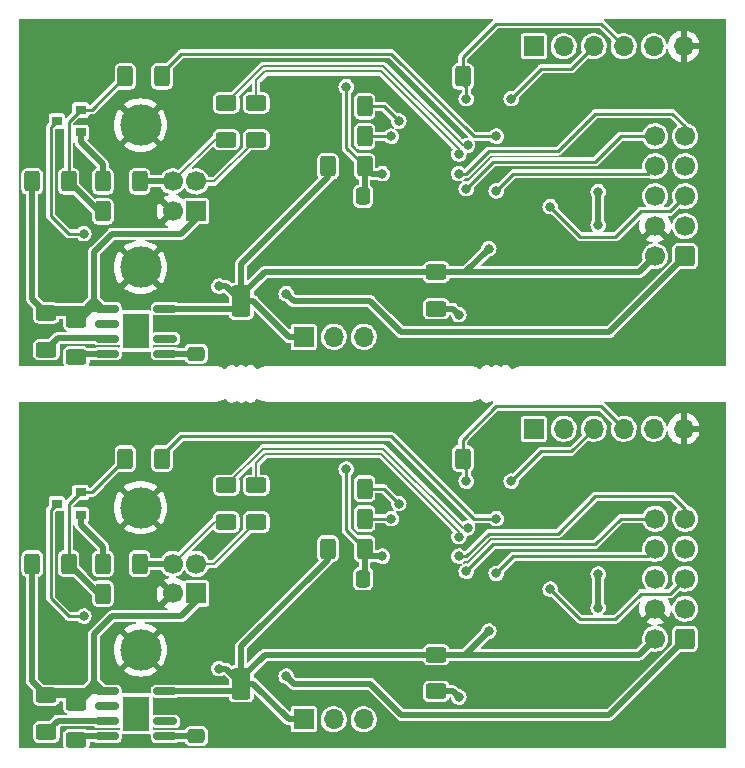
<source format=gbl>
%TF.GenerationSoftware,KiCad,Pcbnew,(6.0.2)*%
%TF.CreationDate,2023-02-28T18:47:33+01:00*%
%TF.ProjectId,st_link_diy_panel,73745f6c-696e-46b5-9f64-69795f70616e,rev?*%
%TF.SameCoordinates,Original*%
%TF.FileFunction,Copper,L2,Bot*%
%TF.FilePolarity,Positive*%
%FSLAX46Y46*%
G04 Gerber Fmt 4.6, Leading zero omitted, Abs format (unit mm)*
G04 Created by KiCad (PCBNEW (6.0.2)) date 2023-02-28 18:47:33*
%MOMM*%
%LPD*%
G01*
G04 APERTURE LIST*
G04 Aperture macros list*
%AMRoundRect*
0 Rectangle with rounded corners*
0 $1 Rounding radius*
0 $2 $3 $4 $5 $6 $7 $8 $9 X,Y pos of 4 corners*
0 Add a 4 corners polygon primitive as box body*
4,1,4,$2,$3,$4,$5,$6,$7,$8,$9,$2,$3,0*
0 Add four circle primitives for the rounded corners*
1,1,$1+$1,$2,$3*
1,1,$1+$1,$4,$5*
1,1,$1+$1,$6,$7*
1,1,$1+$1,$8,$9*
0 Add four rect primitives between the rounded corners*
20,1,$1+$1,$2,$3,$4,$5,0*
20,1,$1+$1,$4,$5,$6,$7,0*
20,1,$1+$1,$6,$7,$8,$9,0*
20,1,$1+$1,$8,$9,$2,$3,0*%
G04 Aperture macros list end*
%TA.AperFunction,SMDPad,CuDef*%
%ADD10RoundRect,0.250000X0.400000X0.625000X-0.400000X0.625000X-0.400000X-0.625000X0.400000X-0.625000X0*%
%TD*%
%TA.AperFunction,SMDPad,CuDef*%
%ADD11RoundRect,0.250000X-0.550000X1.075000X-0.550000X-1.075000X0.550000X-1.075000X0.550000X1.075000X0*%
%TD*%
%TA.AperFunction,SMDPad,CuDef*%
%ADD12RoundRect,0.250000X-0.625000X0.400000X-0.625000X-0.400000X0.625000X-0.400000X0.625000X0.400000X0*%
%TD*%
%TA.AperFunction,SMDPad,CuDef*%
%ADD13R,0.900000X0.800000*%
%TD*%
%TA.AperFunction,SMDPad,CuDef*%
%ADD14RoundRect,0.250000X-0.337500X-0.475000X0.337500X-0.475000X0.337500X0.475000X-0.337500X0.475000X0*%
%TD*%
%TA.AperFunction,SMDPad,CuDef*%
%ADD15RoundRect,0.150000X0.825000X0.150000X-0.825000X0.150000X-0.825000X-0.150000X0.825000X-0.150000X0*%
%TD*%
%TA.AperFunction,SMDPad,CuDef*%
%ADD16R,2.290000X3.000000*%
%TD*%
%TA.AperFunction,SMDPad,CuDef*%
%ADD17RoundRect,0.250000X-0.400000X-0.625000X0.400000X-0.625000X0.400000X0.625000X-0.400000X0.625000X0*%
%TD*%
%TA.AperFunction,SMDPad,CuDef*%
%ADD18RoundRect,0.250000X0.625000X-0.400000X0.625000X0.400000X-0.625000X0.400000X-0.625000X-0.400000X0*%
%TD*%
%TA.AperFunction,SMDPad,CuDef*%
%ADD19RoundRect,0.250000X0.475000X-0.337500X0.475000X0.337500X-0.475000X0.337500X-0.475000X-0.337500X0*%
%TD*%
%TA.AperFunction,ComponentPad*%
%ADD20R,1.700000X1.700000*%
%TD*%
%TA.AperFunction,ComponentPad*%
%ADD21O,1.700000X1.700000*%
%TD*%
%TA.AperFunction,ComponentPad*%
%ADD22C,1.700000*%
%TD*%
%TA.AperFunction,ComponentPad*%
%ADD23C,3.500000*%
%TD*%
%TA.AperFunction,ComponentPad*%
%ADD24RoundRect,0.250000X0.600000X0.600000X-0.600000X0.600000X-0.600000X-0.600000X0.600000X-0.600000X0*%
%TD*%
%TA.AperFunction,ViaPad*%
%ADD25C,0.800000*%
%TD*%
%TA.AperFunction,Conductor*%
%ADD26C,0.200000*%
%TD*%
%TA.AperFunction,Conductor*%
%ADD27C,0.250000*%
%TD*%
%TA.AperFunction,Conductor*%
%ADD28C,0.500000*%
%TD*%
G04 APERTURE END LIST*
D10*
%TO.P,R7,1*%
%TO.N,GND*%
X115850000Y-144780000D03*
%TO.P,R7,2*%
%TO.N,Net-(Q1-Pad1)*%
X112750000Y-144780000D03*
%TD*%
%TO.P,R13,1*%
%TO.N,/NRST*%
X134900000Y-140970000D03*
%TO.P,R13,2*%
%TO.N,+3V3*%
X131800000Y-140970000D03*
%TD*%
D11*
%TO.P,C2,1*%
%TO.N,+3V3*%
X124460000Y-152400000D03*
%TO.P,C2,2*%
%TO.N,GND*%
X124460000Y-155750000D03*
%TD*%
D12*
%TO.P,R1,1*%
%TO.N,+5V*%
X110490000Y-154025000D03*
%TO.P,R1,2*%
%TO.N,Net-(R1-Pad2)*%
X110490000Y-157125000D03*
%TD*%
D13*
%TO.P,Q1,1,B*%
%TO.N,Net-(Q1-Pad1)*%
X110855000Y-136210000D03*
%TO.P,Q1,2,E*%
%TO.N,Net-(Q1-Pad2)*%
X110855000Y-138110000D03*
%TO.P,Q1,3,C*%
%TO.N,+3V3*%
X108855000Y-137160000D03*
%TD*%
D10*
%TO.P,R3,1*%
%TO.N,/UD+*%
X115850000Y-142240000D03*
%TO.P,R3,2*%
%TO.N,Net-(Q1-Pad2)*%
X112750000Y-142240000D03*
%TD*%
D14*
%TO.P,C5,1*%
%TO.N,GND*%
X132715000Y-143510000D03*
%TO.P,C5,2*%
%TO.N,/NRST*%
X134790000Y-143510000D03*
%TD*%
D15*
%TO.P,U1,1,VOUT*%
%TO.N,+3V3*%
X118045000Y-153035000D03*
%TO.P,U1,2,GND*%
%TO.N,GND*%
X118045000Y-154305000D03*
%TO.P,U1,3,NC*%
%TO.N,unconnected-(U1-Pad3)*%
X118045000Y-155575000D03*
%TO.P,U1,4,BYPASS*%
%TO.N,Net-(C1-Pad1)*%
X118045000Y-156845000D03*
%TO.P,U1,5,~{ERROR}*%
%TO.N,Net-(R1-Pad2)*%
X113095000Y-156845000D03*
%TO.P,U1,6,~{SHDN}*%
%TO.N,Net-(R2-Pad2)*%
X113095000Y-155575000D03*
%TO.P,U1,7,NC*%
%TO.N,unconnected-(U1-Pad7)*%
X113095000Y-154305000D03*
%TO.P,U1,8,VIN*%
%TO.N,+5V*%
X113095000Y-153035000D03*
D16*
%TO.P,U1,9*%
%TO.N,N/C*%
X115570000Y-154940000D03*
%TD*%
D10*
%TO.P,R9,1*%
%TO.N,GND*%
X146330000Y-133350000D03*
%TO.P,R9,2*%
%TO.N,/BOOT0*%
X143230000Y-133350000D03*
%TD*%
D12*
%TO.P,R16,1*%
%TO.N,+3V3*%
X140970000Y-149935000D03*
%TO.P,R16,2*%
%TO.N,Net-(D1-Pad2)*%
X140970000Y-153035000D03*
%TD*%
D17*
%TO.P,R11,1*%
%TO.N,GND*%
X131800000Y-138430000D03*
%TO.P,R11,2*%
%TO.N,Net-(R11-Pad2)*%
X134900000Y-138430000D03*
%TD*%
%TO.P,R8,1*%
%TO.N,Net-(Q1-Pad1)*%
X114655000Y-133350000D03*
%TO.P,R8,2*%
%TO.N,/USB_RENUM*%
X117755000Y-133350000D03*
%TD*%
D10*
%TO.P,R6,1*%
%TO.N,Net-(Q1-Pad1)*%
X109855000Y-142240000D03*
%TO.P,R6,2*%
%TO.N,+5V*%
X106755000Y-142240000D03*
%TD*%
D18*
%TO.P,R4,1*%
%TO.N,/UD+*%
X123190000Y-138710000D03*
%TO.P,R4,2*%
%TO.N,/USB_D+*%
X123190000Y-135610000D03*
%TD*%
D19*
%TO.P,C1,1*%
%TO.N,Net-(C1-Pad1)*%
X120650000Y-156845000D03*
%TO.P,C1,2*%
%TO.N,GND*%
X120650000Y-154770000D03*
%TD*%
D18*
%TO.P,R5,1*%
%TO.N,/UD-*%
X125730000Y-138710000D03*
%TO.P,R5,2*%
%TO.N,/USB_D-*%
X125730000Y-135610000D03*
%TD*%
D12*
%TO.P,R2,1*%
%TO.N,+5V*%
X107950000Y-153390000D03*
%TO.P,R2,2*%
%TO.N,Net-(R2-Pad2)*%
X107950000Y-156490000D03*
%TD*%
D17*
%TO.P,R10,1*%
%TO.N,GND*%
X131800000Y-135890000D03*
%TO.P,R10,2*%
%TO.N,Net-(R10-Pad2)*%
X134900000Y-135890000D03*
%TD*%
D20*
%TO.P,JP1,1,A*%
%TO.N,+3V3*%
X129745000Y-155410000D03*
D21*
%TO.P,JP1,2,C*%
%TO.N,Net-(JP1-Pad2)*%
X132285000Y-155410000D03*
%TO.P,JP1,3,B*%
%TO.N,/T_PWR*%
X134825000Y-155410000D03*
%TD*%
D20*
%TO.P,J1,1,VBUS*%
%TO.N,+5V*%
X120650000Y-144760000D03*
D22*
%TO.P,J1,2,D-*%
%TO.N,/UD-*%
X120650000Y-142260000D03*
%TO.P,J1,3,D+*%
%TO.N,/UD+*%
X118650000Y-142260000D03*
%TO.P,J1,4,GND*%
%TO.N,GND*%
X118650000Y-144760000D03*
D23*
%TO.P,J1,5,Shield*%
X115940000Y-137490000D03*
X115940000Y-149530000D03*
%TD*%
D24*
%TO.P,J2,1,Pin_1*%
%TO.N,+5V*%
X162042500Y-148590000D03*
D22*
%TO.P,J2,2,Pin_2*%
%TO.N,+3V3*%
X159502500Y-148590000D03*
%TO.P,J2,3,Pin_3*%
%TO.N,/T_PWR*%
X162042500Y-146050000D03*
%TO.P,J2,4,Pin_4*%
%TO.N,GND*%
X159502500Y-146050000D03*
%TO.P,J2,5,Pin_5*%
%TO.N,/T_CLK*%
X162042500Y-143510000D03*
%TO.P,J2,6,Pin_6*%
%TO.N,/T_DIO*%
X159502500Y-143510000D03*
%TO.P,J2,7,Pin_7*%
%TO.N,/T_SWO*%
X162042500Y-140970000D03*
%TO.P,J2,8,Pin_8*%
%TO.N,/T_RST*%
X159502500Y-140970000D03*
%TO.P,J2,9,Pin_9*%
%TO.N,/T_TX*%
X162042500Y-138430000D03*
%TO.P,J2,10,Pin_10*%
%TO.N,/T_RX*%
X159502500Y-138430000D03*
%TD*%
D20*
%TO.P,J3,1,Pin_1*%
%TO.N,+3V3*%
X149225000Y-130810000D03*
D21*
%TO.P,J3,2,Pin_2*%
%TO.N,/DIO*%
X151765000Y-130810000D03*
%TO.P,J3,3,Pin_3*%
%TO.N,/CLK*%
X154305000Y-130810000D03*
%TO.P,J3,4,Pin_4*%
%TO.N,/BOOT0*%
X156845000Y-130810000D03*
%TO.P,J3,5,Pin_5*%
%TO.N,/NRST*%
X159385000Y-130810000D03*
%TO.P,J3,6,Pin_6*%
%TO.N,GND*%
X161925000Y-130810000D03*
%TD*%
D24*
%TO.P,J2,1,Pin_1*%
%TO.N,+5V*%
X162042500Y-116205000D03*
D22*
%TO.P,J2,2,Pin_2*%
%TO.N,+3V3*%
X159502500Y-116205000D03*
%TO.P,J2,3,Pin_3*%
%TO.N,/T_PWR*%
X162042500Y-113665000D03*
%TO.P,J2,4,Pin_4*%
%TO.N,GND*%
X159502500Y-113665000D03*
%TO.P,J2,5,Pin_5*%
%TO.N,/T_CLK*%
X162042500Y-111125000D03*
%TO.P,J2,6,Pin_6*%
%TO.N,/T_DIO*%
X159502500Y-111125000D03*
%TO.P,J2,7,Pin_7*%
%TO.N,/T_SWO*%
X162042500Y-108585000D03*
%TO.P,J2,8,Pin_8*%
%TO.N,/T_RST*%
X159502500Y-108585000D03*
%TO.P,J2,9,Pin_9*%
%TO.N,/T_TX*%
X162042500Y-106045000D03*
%TO.P,J2,10,Pin_10*%
%TO.N,/T_RX*%
X159502500Y-106045000D03*
%TD*%
D20*
%TO.P,J1,1,VBUS*%
%TO.N,+5V*%
X120650000Y-112375000D03*
D22*
%TO.P,J1,2,D-*%
%TO.N,/UD-*%
X120650000Y-109875000D03*
%TO.P,J1,3,D+*%
%TO.N,/UD+*%
X118650000Y-109875000D03*
%TO.P,J1,4,GND*%
%TO.N,GND*%
X118650000Y-112375000D03*
D23*
%TO.P,J1,5,Shield*%
X115940000Y-105105000D03*
X115940000Y-117145000D03*
%TD*%
D20*
%TO.P,J3,1,Pin_1*%
%TO.N,+3V3*%
X149225000Y-98425000D03*
D21*
%TO.P,J3,2,Pin_2*%
%TO.N,/DIO*%
X151765000Y-98425000D03*
%TO.P,J3,3,Pin_3*%
%TO.N,/CLK*%
X154305000Y-98425000D03*
%TO.P,J3,4,Pin_4*%
%TO.N,/BOOT0*%
X156845000Y-98425000D03*
%TO.P,J3,5,Pin_5*%
%TO.N,/NRST*%
X159385000Y-98425000D03*
%TO.P,J3,6,Pin_6*%
%TO.N,GND*%
X161925000Y-98425000D03*
%TD*%
D20*
%TO.P,JP1,1,A*%
%TO.N,+3V3*%
X129745000Y-123025000D03*
D21*
%TO.P,JP1,2,C*%
%TO.N,Net-(JP1-Pad2)*%
X132285000Y-123025000D03*
%TO.P,JP1,3,B*%
%TO.N,/T_PWR*%
X134825000Y-123025000D03*
%TD*%
D17*
%TO.P,R11,1*%
%TO.N,GND*%
X131800000Y-106045000D03*
%TO.P,R11,2*%
%TO.N,Net-(R11-Pad2)*%
X134900000Y-106045000D03*
%TD*%
D15*
%TO.P,U1,1,VOUT*%
%TO.N,+3V3*%
X118045000Y-120650000D03*
%TO.P,U1,2,GND*%
%TO.N,GND*%
X118045000Y-121920000D03*
%TO.P,U1,3,NC*%
%TO.N,unconnected-(U1-Pad3)*%
X118045000Y-123190000D03*
%TO.P,U1,4,BYPASS*%
%TO.N,Net-(C1-Pad1)*%
X118045000Y-124460000D03*
%TO.P,U1,5,~{ERROR}*%
%TO.N,Net-(R1-Pad2)*%
X113095000Y-124460000D03*
%TO.P,U1,6,~{SHDN}*%
%TO.N,Net-(R2-Pad2)*%
X113095000Y-123190000D03*
%TO.P,U1,7,NC*%
%TO.N,unconnected-(U1-Pad7)*%
X113095000Y-121920000D03*
%TO.P,U1,8,VIN*%
%TO.N,+5V*%
X113095000Y-120650000D03*
D16*
%TO.P,U1,9*%
%TO.N,N/C*%
X115570000Y-122555000D03*
%TD*%
D10*
%TO.P,R7,1*%
%TO.N,GND*%
X115850000Y-112395000D03*
%TO.P,R7,2*%
%TO.N,Net-(Q1-Pad1)*%
X112750000Y-112395000D03*
%TD*%
D12*
%TO.P,R16,1*%
%TO.N,+3V3*%
X140970000Y-117550000D03*
%TO.P,R16,2*%
%TO.N,Net-(D1-Pad2)*%
X140970000Y-120650000D03*
%TD*%
D13*
%TO.P,Q1,1,B*%
%TO.N,Net-(Q1-Pad1)*%
X110855000Y-103825000D03*
%TO.P,Q1,2,E*%
%TO.N,Net-(Q1-Pad2)*%
X110855000Y-105725000D03*
%TO.P,Q1,3,C*%
%TO.N,+3V3*%
X108855000Y-104775000D03*
%TD*%
D10*
%TO.P,R3,1*%
%TO.N,/UD+*%
X115850000Y-109855000D03*
%TO.P,R3,2*%
%TO.N,Net-(Q1-Pad2)*%
X112750000Y-109855000D03*
%TD*%
D12*
%TO.P,R1,1*%
%TO.N,+5V*%
X110490000Y-121640000D03*
%TO.P,R1,2*%
%TO.N,Net-(R1-Pad2)*%
X110490000Y-124740000D03*
%TD*%
D17*
%TO.P,R8,1*%
%TO.N,Net-(Q1-Pad1)*%
X114655000Y-100965000D03*
%TO.P,R8,2*%
%TO.N,/USB_RENUM*%
X117755000Y-100965000D03*
%TD*%
D10*
%TO.P,R13,1*%
%TO.N,/NRST*%
X134900000Y-108585000D03*
%TO.P,R13,2*%
%TO.N,+3V3*%
X131800000Y-108585000D03*
%TD*%
%TO.P,R9,1*%
%TO.N,GND*%
X146330000Y-100965000D03*
%TO.P,R9,2*%
%TO.N,/BOOT0*%
X143230000Y-100965000D03*
%TD*%
D11*
%TO.P,C2,1*%
%TO.N,+3V3*%
X124460000Y-120015000D03*
%TO.P,C2,2*%
%TO.N,GND*%
X124460000Y-123365000D03*
%TD*%
D14*
%TO.P,C5,1*%
%TO.N,GND*%
X132715000Y-111125000D03*
%TO.P,C5,2*%
%TO.N,/NRST*%
X134790000Y-111125000D03*
%TD*%
D19*
%TO.P,C1,1*%
%TO.N,Net-(C1-Pad1)*%
X120650000Y-124460000D03*
%TO.P,C1,2*%
%TO.N,GND*%
X120650000Y-122385000D03*
%TD*%
D18*
%TO.P,R4,1*%
%TO.N,/UD+*%
X123190000Y-106325000D03*
%TO.P,R4,2*%
%TO.N,/USB_D+*%
X123190000Y-103225000D03*
%TD*%
D12*
%TO.P,R2,1*%
%TO.N,+5V*%
X107950000Y-121005000D03*
%TO.P,R2,2*%
%TO.N,Net-(R2-Pad2)*%
X107950000Y-124105000D03*
%TD*%
D17*
%TO.P,R10,1*%
%TO.N,GND*%
X131800000Y-103505000D03*
%TO.P,R10,2*%
%TO.N,Net-(R10-Pad2)*%
X134900000Y-103505000D03*
%TD*%
D10*
%TO.P,R6,1*%
%TO.N,Net-(Q1-Pad1)*%
X109855000Y-109855000D03*
%TO.P,R6,2*%
%TO.N,+5V*%
X106755000Y-109855000D03*
%TD*%
D18*
%TO.P,R5,1*%
%TO.N,/UD-*%
X125730000Y-106325000D03*
%TO.P,R5,2*%
%TO.N,/USB_D-*%
X125730000Y-103225000D03*
%TD*%
D25*
%TO.N,Net-(R11-Pad2)*%
X137160000Y-138430000D03*
%TO.N,/USB_RENUM*%
X146050000Y-138430000D03*
%TO.N,Net-(R10-Pad2)*%
X137795000Y-137160000D03*
%TO.N,/USB_D-*%
X142884768Y-139944232D03*
%TO.N,/USB_D+*%
X143627232Y-139201768D03*
%TO.N,/CLK*%
X147320000Y-135255000D03*
%TO.N,/BOOT0*%
X143510000Y-135255000D03*
%TO.N,GND*%
X145415000Y-132080000D03*
%TO.N,/T_RX*%
X143510000Y-142875000D03*
%TO.N,/T_RST*%
X146050000Y-143057296D03*
%TO.N,/T_TX*%
X142875000Y-141605000D03*
%TO.N,/NRST*%
X136398000Y-141605000D03*
%TO.N,/T_CLK*%
X150622000Y-144399000D03*
%TO.N,+5V*%
X128270000Y-151765000D03*
%TO.N,Net-(D1-Pad2)*%
X142875000Y-153543000D03*
%TO.N,GND*%
X127406400Y-129819400D03*
X154940000Y-151714200D03*
X139801600Y-130530600D03*
X127431800Y-148539200D03*
%TO.N,/LED*%
X154686000Y-145960500D03*
%TO.N,+3V3*%
X111125000Y-146685000D03*
%TO.N,GND*%
X142875000Y-147193000D03*
%TO.N,/LED*%
X154686000Y-143129000D03*
%TO.N,GND*%
X127660400Y-134061200D03*
%TO.N,+3V3*%
X122555000Y-151130000D03*
%TO.N,GND*%
X106883200Y-138811000D03*
X122174000Y-148082000D03*
X159943800Y-134823200D03*
X150825200Y-148437600D03*
%TO.N,/NRST*%
X133350000Y-134239000D03*
%TO.N,GND*%
X163245800Y-152603200D03*
X119303800Y-138557000D03*
X147320000Y-132080000D03*
X127406400Y-156997400D03*
X125780800Y-142341600D03*
X109677200Y-148513800D03*
%TO.N,+3V3*%
X145415000Y-147955000D03*
%TO.N,GND*%
X109677200Y-116128800D03*
X159943800Y-102438200D03*
X139801600Y-98145600D03*
X145415000Y-99695000D03*
X142875000Y-114808000D03*
X127431800Y-116154200D03*
X154940000Y-119329200D03*
X125780800Y-109956600D03*
X127406400Y-124612400D03*
X127660400Y-101676200D03*
X147320000Y-99695000D03*
X127406400Y-97434400D03*
X119303800Y-106172000D03*
X163245800Y-120218200D03*
X150825200Y-116052600D03*
X122174000Y-115697000D03*
X106883200Y-106426000D03*
%TO.N,+3V3*%
X145415000Y-115570000D03*
X111125000Y-114300000D03*
X122555000Y-118745000D03*
%TO.N,/NRST*%
X136398000Y-109220000D03*
X133350000Y-101854000D03*
%TO.N,/LED*%
X154686000Y-110744000D03*
X154686000Y-113575500D03*
%TO.N,Net-(D1-Pad2)*%
X142875000Y-121158000D03*
%TO.N,+5V*%
X128270000Y-119380000D03*
%TO.N,/T_CLK*%
X150622000Y-112014000D03*
%TO.N,/T_TX*%
X142875000Y-109220000D03*
%TO.N,/T_RST*%
X146050000Y-110672296D03*
%TO.N,/T_RX*%
X143510000Y-110490000D03*
%TO.N,/CLK*%
X147320000Y-102870000D03*
%TO.N,/BOOT0*%
X143510000Y-102870000D03*
%TO.N,/USB_D+*%
X143627232Y-106816768D03*
%TO.N,/USB_D-*%
X142884768Y-107559232D03*
%TO.N,/USB_RENUM*%
X146050000Y-106045000D03*
%TO.N,Net-(R10-Pad2)*%
X137795000Y-104775000D03*
%TO.N,Net-(R11-Pad2)*%
X137160000Y-106045000D03*
%TD*%
D26*
%TO.N,/USB_D-*%
X142884768Y-139519967D02*
X136304801Y-132940000D01*
X126496397Y-132940000D02*
X125730000Y-133706397D01*
D27*
%TO.N,/USB_RENUM*%
X117755000Y-133070000D02*
X117755000Y-133350000D01*
%TO.N,Net-(Q1-Pad1)*%
X112750000Y-144780000D02*
X112395000Y-144780000D01*
X114655000Y-133350000D02*
X111795000Y-136210000D01*
D26*
%TO.N,/USB_D-*%
X142884768Y-139944232D02*
X142884768Y-139519967D01*
X136304801Y-132940000D02*
X126496397Y-132940000D01*
D27*
%TO.N,/USB_RENUM*%
X144145000Y-138430000D02*
X137160000Y-131445000D01*
X137160000Y-131445000D02*
X119380000Y-131445000D01*
D28*
%TO.N,Net-(Q1-Pad1)*%
X112395000Y-144780000D02*
X109855000Y-142240000D01*
D27*
%TO.N,Net-(R2-Pad2)*%
X113095000Y-155575000D02*
X113035480Y-155515480D01*
D28*
%TO.N,Net-(Q1-Pad2)*%
X110855000Y-138922000D02*
X112750000Y-140817000D01*
D27*
%TO.N,Net-(R11-Pad2)*%
X137160000Y-138430000D02*
X134900000Y-138430000D01*
%TO.N,Net-(R10-Pad2)*%
X137795000Y-137160000D02*
X136525000Y-135890000D01*
%TO.N,/USB_RENUM*%
X119380000Y-131445000D02*
X117755000Y-133070000D01*
X146050000Y-138430000D02*
X144145000Y-138430000D01*
D28*
%TO.N,Net-(R2-Pad2)*%
X108924520Y-155515480D02*
X107950000Y-156490000D01*
D27*
%TO.N,Net-(Q1-Pad1)*%
X109855000Y-137210000D02*
X109855000Y-142240000D01*
%TO.N,Net-(R10-Pad2)*%
X136525000Y-135890000D02*
X134900000Y-135890000D01*
%TO.N,Net-(Q1-Pad1)*%
X110855000Y-136210000D02*
X109855000Y-137210000D01*
D26*
%TO.N,/USB_D+*%
X126310000Y-132490000D02*
X123190000Y-135610000D01*
D28*
%TO.N,Net-(R2-Pad2)*%
X113035480Y-155515480D02*
X108924520Y-155515480D01*
%TO.N,Net-(R1-Pad2)*%
X113095000Y-156845000D02*
X110845000Y-156845000D01*
D27*
%TO.N,Net-(Q1-Pad1)*%
X111795000Y-136210000D02*
X110855000Y-136210000D01*
D26*
%TO.N,/USB_D-*%
X125730000Y-133706397D02*
X125730000Y-135610000D01*
%TO.N,/USB_D+*%
X143627232Y-139201768D02*
X143202967Y-139201768D01*
X136491199Y-132490000D02*
X126310000Y-132490000D01*
D28*
%TO.N,Net-(Q1-Pad2)*%
X112750000Y-140817000D02*
X112750000Y-142240000D01*
X110855000Y-138110000D02*
X110855000Y-138922000D01*
D27*
%TO.N,/BOOT0*%
X143510000Y-133630000D02*
X143230000Y-133350000D01*
D26*
%TO.N,/USB_D+*%
X143202967Y-139201768D02*
X136491199Y-132490000D01*
D27*
%TO.N,/BOOT0*%
X143510000Y-134265000D02*
X143510000Y-133630000D01*
X143230000Y-133350000D02*
X143230000Y-131725000D01*
X143230000Y-131725000D02*
X146050000Y-128905000D01*
%TO.N,/CLK*%
X147320000Y-135255000D02*
X149860000Y-132715000D01*
%TO.N,/T_TX*%
X143510000Y-141605000D02*
X145415000Y-139700000D01*
%TO.N,/BOOT0*%
X154940000Y-128905000D02*
X156845000Y-130810000D01*
X146050000Y-128905000D02*
X154940000Y-128905000D01*
%TO.N,/T_TX*%
X154432000Y-136525000D02*
X160967750Y-136525000D01*
%TO.N,/T_RX*%
X154432000Y-140589000D02*
X156591000Y-138430000D01*
%TO.N,/T_TX*%
X142875000Y-141605000D02*
X143510000Y-141605000D01*
%TO.N,/T_CLK*%
X160772500Y-144780000D02*
X162042500Y-143510000D01*
%TO.N,/T_RX*%
X145796000Y-140589000D02*
X154432000Y-140589000D01*
%TO.N,/CLK*%
X149860000Y-132715000D02*
X152400000Y-132715000D01*
%TO.N,/T_RST*%
X147502296Y-141605000D02*
X146050000Y-143057296D01*
%TO.N,/T_CLK*%
X158305500Y-144780000D02*
X160772500Y-144780000D01*
%TO.N,/T_RX*%
X156591000Y-138430000D02*
X159502500Y-138430000D01*
X143510000Y-142875000D02*
X145796000Y-140589000D01*
%TO.N,/CLK*%
X152400000Y-132715000D02*
X154305000Y-130810000D01*
%TO.N,/T_TX*%
X151257000Y-139700000D02*
X154432000Y-136525000D01*
X162042500Y-137599750D02*
X162042500Y-138430000D01*
%TO.N,/T_CLK*%
X153162000Y-146939000D02*
X156146500Y-146939000D01*
X150622000Y-144399000D02*
X153162000Y-146939000D01*
%TO.N,/T_TX*%
X160967750Y-136525000D02*
X162042500Y-137599750D01*
%TO.N,/T_CLK*%
X156146500Y-146939000D02*
X158305500Y-144780000D01*
%TO.N,/T_RST*%
X159502500Y-140970000D02*
X158867500Y-141605000D01*
%TO.N,/T_TX*%
X145415000Y-139700000D02*
X151257000Y-139700000D01*
%TO.N,/T_RST*%
X158867500Y-141605000D02*
X147502296Y-141605000D01*
%TO.N,/BOOT0*%
X143510000Y-134265000D02*
X143230000Y-133985000D01*
X143510000Y-135255000D02*
X143510000Y-134265000D01*
D28*
%TO.N,+5V*%
X110490000Y-154025000D02*
X110490000Y-153924000D01*
X111125000Y-153035000D02*
X108305000Y-153035000D01*
%TO.N,/NRST*%
X136398000Y-141605000D02*
X135535000Y-141605000D01*
D26*
%TO.N,/UD-*%
X120650000Y-142260000D02*
X122180000Y-142260000D01*
D28*
%TO.N,+5V*%
X111760000Y-153035000D02*
X111379000Y-153035000D01*
X111760000Y-153035000D02*
X110770000Y-154025000D01*
D27*
%TO.N,/NRST*%
X133350000Y-139420000D02*
X134900000Y-140970000D01*
D28*
%TO.N,+5V*%
X155602989Y-155029511D02*
X138011511Y-155029511D01*
X110490000Y-154025000D02*
X110490000Y-153390000D01*
X113538000Y-146685000D02*
X112014000Y-148209000D01*
D27*
%TO.N,/NRST*%
X133350000Y-134239000D02*
X133350000Y-139420000D01*
D28*
%TO.N,+5V*%
X119380000Y-146685000D02*
X113538000Y-146685000D01*
X112014000Y-152273000D02*
X112014000Y-153035000D01*
%TO.N,/LED*%
X154686000Y-145960500D02*
X154686000Y-143129000D01*
%TO.N,+5V*%
X112014000Y-153035000D02*
X111760000Y-153035000D01*
X110490000Y-153924000D02*
X111379000Y-153035000D01*
X120650000Y-145415000D02*
X119380000Y-146685000D01*
%TO.N,/NRST*%
X134900000Y-140970000D02*
X134900000Y-143400000D01*
%TO.N,+5V*%
X108305000Y-153035000D02*
X107950000Y-153390000D01*
X110770000Y-154025000D02*
X110490000Y-154025000D01*
X112014000Y-152273000D02*
X112776000Y-153035000D01*
%TO.N,/NRST*%
X135535000Y-141605000D02*
X134900000Y-140970000D01*
D27*
X134900000Y-143400000D02*
X134790000Y-143510000D01*
D26*
%TO.N,/UD+*%
X123190000Y-138710000D02*
X122200000Y-138710000D01*
D28*
%TO.N,+5V*%
X112776000Y-153035000D02*
X113095000Y-153035000D01*
D27*
%TO.N,/UD+*%
X115850000Y-142240000D02*
X115870000Y-142260000D01*
D28*
%TO.N,+5V*%
X113095000Y-153035000D02*
X112014000Y-153035000D01*
%TO.N,/NRST*%
X135445500Y-141515500D02*
X134900000Y-140970000D01*
%TO.N,+5V*%
X112014000Y-148209000D02*
X112014000Y-152273000D01*
X162042500Y-148590000D02*
X155602989Y-155029511D01*
D27*
X120650000Y-144760000D02*
X120650000Y-145415000D01*
D28*
X128905000Y-152400000D02*
X128270000Y-151765000D01*
D26*
%TO.N,/UD-*%
X122180000Y-142260000D02*
X125730000Y-138710000D01*
%TO.N,/UD+*%
X122200000Y-138710000D02*
X118650000Y-142260000D01*
D28*
%TO.N,+5V*%
X111379000Y-152908000D02*
X111379000Y-153035000D01*
X111125000Y-153035000D02*
X110845000Y-153035000D01*
X107950000Y-153390000D02*
X106755000Y-152195000D01*
%TO.N,/UD+*%
X115870000Y-142260000D02*
X118650000Y-142260000D01*
%TO.N,+5V*%
X138011511Y-155029511D02*
X135382000Y-152400000D01*
X110845000Y-153035000D02*
X110490000Y-153390000D01*
X111379000Y-153035000D02*
X111125000Y-153035000D01*
%TO.N,Net-(D1-Pad2)*%
X142875000Y-153543000D02*
X142367000Y-153035000D01*
%TO.N,+5V*%
X135382000Y-152400000D02*
X128905000Y-152400000D01*
X107950000Y-153390000D02*
X110490000Y-153390000D01*
X106755000Y-152195000D02*
X106755000Y-142240000D01*
X112014000Y-152273000D02*
X111379000Y-152908000D01*
%TO.N,Net-(D1-Pad2)*%
X142367000Y-153035000D02*
X140970000Y-153035000D01*
%TO.N,+3V3*%
X143435000Y-149935000D02*
X158157500Y-149935000D01*
D27*
X109855000Y-146685000D02*
X111125000Y-146685000D01*
D28*
X131800000Y-141885000D02*
X124460000Y-149225000D01*
X131800000Y-140970000D02*
X131800000Y-141885000D01*
X129745000Y-155410000D02*
X128486000Y-155410000D01*
X143435000Y-149935000D02*
X145415000Y-147955000D01*
D27*
X108331000Y-137684000D02*
X108331000Y-145161000D01*
D28*
X140970000Y-149935000D02*
X143435000Y-149935000D01*
X126440000Y-149935000D02*
X124460000Y-151915000D01*
X125476000Y-152400000D02*
X124460000Y-152400000D01*
X128486000Y-155410000D02*
X125476000Y-152400000D01*
X123190000Y-151130000D02*
X124460000Y-152400000D01*
D27*
X108855000Y-137160000D02*
X108331000Y-137684000D01*
D28*
X124460000Y-149225000D02*
X124460000Y-152400000D01*
X122555000Y-151130000D02*
X123190000Y-151130000D01*
X126440000Y-149935000D02*
X140970000Y-149935000D01*
X158157500Y-149935000D02*
X159502500Y-148590000D01*
X118045000Y-153035000D02*
X123825000Y-153035000D01*
D27*
X124460000Y-151915000D02*
X124460000Y-152400000D01*
X123825000Y-153035000D02*
X124460000Y-152400000D01*
X108331000Y-145161000D02*
X109855000Y-146685000D01*
D28*
%TO.N,Net-(C1-Pad1)*%
X120650000Y-156845000D02*
X118045000Y-156845000D01*
D27*
%TO.N,GND*%
X115870000Y-144760000D02*
X115850000Y-144780000D01*
D28*
%TO.N,Net-(C1-Pad1)*%
X120650000Y-124460000D02*
X118045000Y-124460000D01*
D27*
%TO.N,GND*%
X115870000Y-112375000D02*
X115850000Y-112395000D01*
D28*
%TO.N,+3V3*%
X126440000Y-117550000D02*
X140970000Y-117550000D01*
D27*
X124460000Y-119530000D02*
X124460000Y-120015000D01*
D28*
X131800000Y-109500000D02*
X124460000Y-116840000D01*
X122555000Y-118745000D02*
X123190000Y-118745000D01*
D27*
X108331000Y-112776000D02*
X109855000Y-114300000D01*
X123825000Y-120650000D02*
X124460000Y-120015000D01*
D28*
X124460000Y-116840000D02*
X124460000Y-120015000D01*
X118045000Y-120650000D02*
X123825000Y-120650000D01*
X143435000Y-117550000D02*
X145415000Y-115570000D01*
X126440000Y-117550000D02*
X124460000Y-119530000D01*
X158157500Y-117550000D02*
X159502500Y-116205000D01*
D27*
X109855000Y-114300000D02*
X111125000Y-114300000D01*
D28*
X128486000Y-123025000D02*
X125476000Y-120015000D01*
D27*
X108855000Y-104775000D02*
X108331000Y-105299000D01*
D28*
X140970000Y-117550000D02*
X143435000Y-117550000D01*
X143435000Y-117550000D02*
X158157500Y-117550000D01*
D27*
X108331000Y-105299000D02*
X108331000Y-112776000D01*
D28*
X129745000Y-123025000D02*
X128486000Y-123025000D01*
X131800000Y-108585000D02*
X131800000Y-109500000D01*
X123190000Y-118745000D02*
X124460000Y-120015000D01*
X125476000Y-120015000D02*
X124460000Y-120015000D01*
%TO.N,/NRST*%
X135535000Y-109220000D02*
X134900000Y-108585000D01*
D27*
X133350000Y-107035000D02*
X134900000Y-108585000D01*
D28*
X134900000Y-108585000D02*
X134900000Y-111015000D01*
X136398000Y-109220000D02*
X135535000Y-109220000D01*
D27*
X133350000Y-101854000D02*
X133350000Y-107035000D01*
X134900000Y-111015000D02*
X134790000Y-111125000D01*
D28*
X135445500Y-109130500D02*
X134900000Y-108585000D01*
%TO.N,/LED*%
X154686000Y-113575500D02*
X154686000Y-110744000D01*
%TO.N,Net-(D1-Pad2)*%
X142367000Y-120650000D02*
X140970000Y-120650000D01*
X142875000Y-121158000D02*
X142367000Y-120650000D01*
%TO.N,+5V*%
X113538000Y-114300000D02*
X112014000Y-115824000D01*
X155602989Y-122644511D02*
X138011511Y-122644511D01*
X107950000Y-121005000D02*
X110490000Y-121005000D01*
X111125000Y-120650000D02*
X108305000Y-120650000D01*
D27*
X120650000Y-112375000D02*
X120650000Y-113030000D01*
D28*
X138011511Y-122644511D02*
X135382000Y-120015000D01*
X112014000Y-119888000D02*
X112776000Y-120650000D01*
X111760000Y-120650000D02*
X111379000Y-120650000D01*
X120650000Y-113030000D02*
X119380000Y-114300000D01*
X112014000Y-119888000D02*
X112014000Y-120650000D01*
X110490000Y-121640000D02*
X110490000Y-121539000D01*
X107950000Y-121005000D02*
X106755000Y-119810000D01*
X111125000Y-120650000D02*
X110845000Y-120650000D01*
X162042500Y-116205000D02*
X155602989Y-122644511D01*
X110770000Y-121640000D02*
X110490000Y-121640000D01*
X108305000Y-120650000D02*
X107950000Y-121005000D01*
X110490000Y-121539000D02*
X111379000Y-120650000D01*
X112014000Y-120650000D02*
X111760000Y-120650000D01*
X119380000Y-114300000D02*
X113538000Y-114300000D01*
X112014000Y-119888000D02*
X111379000Y-120523000D01*
X110490000Y-121640000D02*
X110490000Y-121005000D01*
X111379000Y-120523000D02*
X111379000Y-120650000D01*
X112776000Y-120650000D02*
X113095000Y-120650000D01*
X106755000Y-119810000D02*
X106755000Y-109855000D01*
X111379000Y-120650000D02*
X111125000Y-120650000D01*
X112014000Y-115824000D02*
X112014000Y-119888000D01*
X111760000Y-120650000D02*
X110770000Y-121640000D01*
X128905000Y-120015000D02*
X128270000Y-119380000D01*
X135382000Y-120015000D02*
X128905000Y-120015000D01*
X110845000Y-120650000D02*
X110490000Y-121005000D01*
X113095000Y-120650000D02*
X112014000Y-120650000D01*
%TO.N,/UD+*%
X115870000Y-109875000D02*
X118650000Y-109875000D01*
D27*
X115850000Y-109855000D02*
X115870000Y-109875000D01*
D26*
X122200000Y-106325000D02*
X118650000Y-109875000D01*
X123190000Y-106325000D02*
X122200000Y-106325000D01*
%TO.N,/UD-*%
X120650000Y-109875000D02*
X122180000Y-109875000D01*
X122180000Y-109875000D02*
X125730000Y-106325000D01*
D27*
%TO.N,/T_CLK*%
X160772500Y-112395000D02*
X162042500Y-111125000D01*
X153162000Y-114554000D02*
X156146500Y-114554000D01*
X150622000Y-112014000D02*
X153162000Y-114554000D01*
X156146500Y-114554000D02*
X158305500Y-112395000D01*
X158305500Y-112395000D02*
X160772500Y-112395000D01*
%TO.N,/T_TX*%
X145415000Y-107315000D02*
X151257000Y-107315000D01*
X162042500Y-105214750D02*
X162042500Y-106045000D01*
X154432000Y-104140000D02*
X160967750Y-104140000D01*
X160967750Y-104140000D02*
X162042500Y-105214750D01*
X143510000Y-109220000D02*
X145415000Y-107315000D01*
X151257000Y-107315000D02*
X154432000Y-104140000D01*
X142875000Y-109220000D02*
X143510000Y-109220000D01*
%TO.N,/T_RST*%
X147502296Y-109220000D02*
X146050000Y-110672296D01*
X159502500Y-108585000D02*
X158867500Y-109220000D01*
X158867500Y-109220000D02*
X147502296Y-109220000D01*
%TO.N,/T_RX*%
X143510000Y-110490000D02*
X145796000Y-108204000D01*
X156591000Y-106045000D02*
X159502500Y-106045000D01*
X154432000Y-108204000D02*
X156591000Y-106045000D01*
X145796000Y-108204000D02*
X154432000Y-108204000D01*
%TO.N,/CLK*%
X152400000Y-100330000D02*
X154305000Y-98425000D01*
X149860000Y-100330000D02*
X152400000Y-100330000D01*
X147320000Y-102870000D02*
X149860000Y-100330000D01*
%TO.N,/BOOT0*%
X146050000Y-96520000D02*
X154940000Y-96520000D01*
X154940000Y-96520000D02*
X156845000Y-98425000D01*
X143230000Y-99340000D02*
X146050000Y-96520000D01*
X143230000Y-100965000D02*
X143230000Y-99340000D01*
X143510000Y-101880000D02*
X143510000Y-101245000D01*
X143510000Y-102870000D02*
X143510000Y-101880000D01*
X143510000Y-101880000D02*
X143230000Y-101600000D01*
X143510000Y-101245000D02*
X143230000Y-100965000D01*
%TO.N,Net-(Q1-Pad1)*%
X111795000Y-103825000D02*
X110855000Y-103825000D01*
X110855000Y-103825000D02*
X109855000Y-104825000D01*
D28*
X112395000Y-112395000D02*
X109855000Y-109855000D01*
D27*
X114655000Y-100965000D02*
X111795000Y-103825000D01*
X112750000Y-112395000D02*
X112395000Y-112395000D01*
X109855000Y-104825000D02*
X109855000Y-109855000D01*
D28*
%TO.N,Net-(Q1-Pad2)*%
X110855000Y-105725000D02*
X110855000Y-106537000D01*
X112750000Y-108432000D02*
X112750000Y-109855000D01*
X110855000Y-106537000D02*
X112750000Y-108432000D01*
%TO.N,Net-(R1-Pad2)*%
X113095000Y-124460000D02*
X110845000Y-124460000D01*
%TO.N,Net-(R2-Pad2)*%
X108924520Y-123130480D02*
X107950000Y-124105000D01*
D27*
X113095000Y-123190000D02*
X113035480Y-123130480D01*
D28*
X113035480Y-123130480D02*
X108924520Y-123130480D01*
D26*
%TO.N,/USB_D+*%
X143627232Y-106816768D02*
X143202967Y-106816768D01*
X136491199Y-100105000D02*
X126310000Y-100105000D01*
X143202967Y-106816768D02*
X136491199Y-100105000D01*
X126310000Y-100105000D02*
X123190000Y-103225000D01*
%TO.N,/USB_D-*%
X126496397Y-100555000D02*
X125730000Y-101321397D01*
X136304801Y-100555000D02*
X126496397Y-100555000D01*
X142884768Y-107559232D02*
X142884768Y-107134967D01*
X125730000Y-101321397D02*
X125730000Y-103225000D01*
X142884768Y-107134967D02*
X136304801Y-100555000D01*
D27*
%TO.N,/USB_RENUM*%
X144145000Y-106045000D02*
X137160000Y-99060000D01*
X146050000Y-106045000D02*
X144145000Y-106045000D01*
X137160000Y-99060000D02*
X119380000Y-99060000D01*
X119380000Y-99060000D02*
X117755000Y-100685000D01*
X117755000Y-100685000D02*
X117755000Y-100965000D01*
%TO.N,Net-(R10-Pad2)*%
X136525000Y-103505000D02*
X134900000Y-103505000D01*
X137795000Y-104775000D02*
X136525000Y-103505000D01*
%TO.N,Net-(R11-Pad2)*%
X137160000Y-106045000D02*
X134900000Y-106045000D01*
%TD*%
%TA.AperFunction,Conductor*%
%TO.N,GND*%
G36*
X145786662Y-96157306D02*
G01*
X145804968Y-96201500D01*
X145788365Y-96243924D01*
X145776728Y-96256512D01*
X145775051Y-96258255D01*
X142995004Y-99038302D01*
X142984716Y-99046611D01*
X142971060Y-99055429D01*
X142967863Y-99059485D01*
X142947951Y-99084743D01*
X142943062Y-99090244D01*
X142939362Y-99093944D01*
X142937866Y-99096038D01*
X142937863Y-99096041D01*
X142927271Y-99110863D01*
X142925504Y-99113217D01*
X142892844Y-99154647D01*
X142891132Y-99159523D01*
X142889207Y-99163024D01*
X142887487Y-99166535D01*
X142884486Y-99170734D01*
X142883008Y-99175676D01*
X142883006Y-99175680D01*
X142869366Y-99221292D01*
X142868455Y-99224094D01*
X142852285Y-99270139D01*
X142852284Y-99270143D01*
X142850982Y-99273851D01*
X142850500Y-99279416D01*
X142850500Y-99279693D01*
X142850160Y-99283719D01*
X142849767Y-99286828D01*
X142848287Y-99291778D01*
X142848490Y-99296939D01*
X142850452Y-99346882D01*
X142850500Y-99349336D01*
X142850500Y-99773000D01*
X142832194Y-99817194D01*
X142788000Y-99835500D01*
X142782244Y-99835500D01*
X142720552Y-99842202D01*
X142716884Y-99843577D01*
X142589407Y-99891365D01*
X142589405Y-99891366D01*
X142585236Y-99892929D01*
X142469596Y-99979596D01*
X142382929Y-100095236D01*
X142332202Y-100230552D01*
X142325500Y-100292244D01*
X142325500Y-101637756D01*
X142332202Y-101699448D01*
X142382929Y-101834764D01*
X142385600Y-101838328D01*
X142398874Y-101856039D01*
X142469596Y-101950404D01*
X142585236Y-102037071D01*
X142589405Y-102038634D01*
X142589407Y-102038635D01*
X142691868Y-102077045D01*
X142720552Y-102087798D01*
X142782244Y-102094500D01*
X143068000Y-102094500D01*
X143112194Y-102112806D01*
X143130500Y-102157000D01*
X143130500Y-102304059D01*
X143109086Y-102351157D01*
X143078397Y-102377929D01*
X143030794Y-102419456D01*
X143020039Y-102428838D01*
X143017873Y-102431920D01*
X143017872Y-102431921D01*
X143014233Y-102437099D01*
X142928950Y-102558444D01*
X142927581Y-102561955D01*
X142927580Y-102561957D01*
X142884770Y-102671761D01*
X142871406Y-102706037D01*
X142870914Y-102709774D01*
X142851221Y-102859355D01*
X142851221Y-102859359D01*
X142850729Y-102863096D01*
X142868113Y-103020553D01*
X142922553Y-103169319D01*
X142952821Y-103214362D01*
X142990211Y-103270004D01*
X143010908Y-103300805D01*
X143013695Y-103303341D01*
X143022234Y-103311111D01*
X143128076Y-103407419D01*
X143131385Y-103409216D01*
X143131387Y-103409217D01*
X143198212Y-103445500D01*
X143267293Y-103483008D01*
X143270940Y-103483965D01*
X143270943Y-103483966D01*
X143416874Y-103522250D01*
X143420522Y-103523207D01*
X143505157Y-103524536D01*
X143575147Y-103525636D01*
X143575149Y-103525636D01*
X143578916Y-103525695D01*
X143733332Y-103490329D01*
X143736696Y-103488637D01*
X143736699Y-103488636D01*
X143835628Y-103438880D01*
X143874855Y-103419151D01*
X143877720Y-103416704D01*
X143877723Y-103416702D01*
X143943055Y-103360902D01*
X143995314Y-103316269D01*
X143997509Y-103313214D01*
X143997512Y-103313211D01*
X144085555Y-103190686D01*
X144085556Y-103190684D01*
X144087755Y-103187624D01*
X144146842Y-103040641D01*
X144169162Y-102883807D01*
X144169307Y-102870000D01*
X144168472Y-102863096D01*
X146660729Y-102863096D01*
X146678113Y-103020553D01*
X146732553Y-103169319D01*
X146762821Y-103214362D01*
X146800211Y-103270004D01*
X146820908Y-103300805D01*
X146823695Y-103303341D01*
X146832234Y-103311111D01*
X146938076Y-103407419D01*
X146941385Y-103409216D01*
X146941387Y-103409217D01*
X147008212Y-103445500D01*
X147077293Y-103483008D01*
X147080940Y-103483965D01*
X147080943Y-103483966D01*
X147226874Y-103522250D01*
X147230522Y-103523207D01*
X147315157Y-103524536D01*
X147385147Y-103525636D01*
X147385149Y-103525636D01*
X147388916Y-103525695D01*
X147543332Y-103490329D01*
X147546696Y-103488637D01*
X147546699Y-103488636D01*
X147645628Y-103438880D01*
X147684855Y-103419151D01*
X147687720Y-103416704D01*
X147687723Y-103416702D01*
X147753055Y-103360902D01*
X147805314Y-103316269D01*
X147807509Y-103313214D01*
X147807512Y-103313211D01*
X147895555Y-103190686D01*
X147895556Y-103190684D01*
X147897755Y-103187624D01*
X147956842Y-103040641D01*
X147979162Y-102883807D01*
X147979307Y-102870000D01*
X147979062Y-102867979D01*
X147979062Y-102867971D01*
X147969725Y-102790819D01*
X147982589Y-102744745D01*
X147987578Y-102739116D01*
X149998889Y-100727806D01*
X150043083Y-100709500D01*
X152352836Y-100709500D01*
X152365992Y-100710900D01*
X152381876Y-100714320D01*
X152387005Y-100713713D01*
X152387008Y-100713713D01*
X152418941Y-100709933D01*
X152426287Y-100709500D01*
X152431524Y-100709500D01*
X152434065Y-100709077D01*
X152434077Y-100709076D01*
X152452042Y-100706085D01*
X152454950Y-100705671D01*
X152507341Y-100699470D01*
X152511998Y-100697234D01*
X152515779Y-100696135D01*
X152519526Y-100694853D01*
X152524626Y-100694004D01*
X152529172Y-100691551D01*
X152529175Y-100691550D01*
X152571061Y-100668949D01*
X152573686Y-100667612D01*
X152617686Y-100646484D01*
X152617688Y-100646483D01*
X152621232Y-100644781D01*
X152624241Y-100642252D01*
X152624243Y-100642250D01*
X152624473Y-100642056D01*
X152625508Y-100641186D01*
X152625706Y-100640988D01*
X152628786Y-100638388D01*
X152631267Y-100636463D01*
X152635814Y-100634010D01*
X152673248Y-100593514D01*
X152674949Y-100591745D01*
X153809537Y-99457157D01*
X153853731Y-99438851D01*
X153878398Y-99443926D01*
X153962228Y-99479942D01*
X154038471Y-99497194D01*
X154157426Y-99524111D01*
X154157429Y-99524111D01*
X154160216Y-99524742D01*
X154250164Y-99528276D01*
X154360193Y-99532600D01*
X154360197Y-99532600D01*
X154363053Y-99532712D01*
X154563945Y-99503584D01*
X154756165Y-99438334D01*
X154933276Y-99339147D01*
X155089345Y-99209345D01*
X155219147Y-99053276D01*
X155318334Y-98876165D01*
X155383584Y-98683945D01*
X155412712Y-98483053D01*
X155414232Y-98425000D01*
X155411303Y-98393116D01*
X155395920Y-98225714D01*
X155395658Y-98222859D01*
X155390301Y-98203863D01*
X155341335Y-98030244D01*
X155341333Y-98030240D01*
X155340557Y-98027487D01*
X155250776Y-97845428D01*
X155232437Y-97820869D01*
X155131037Y-97685078D01*
X155131036Y-97685076D01*
X155129320Y-97682779D01*
X154980258Y-97544987D01*
X154808581Y-97436667D01*
X154620039Y-97361446D01*
X154617233Y-97360888D01*
X154617230Y-97360887D01*
X154423752Y-97322402D01*
X154423750Y-97322402D01*
X154420946Y-97321844D01*
X154325353Y-97320593D01*
X154220833Y-97319224D01*
X154220828Y-97319224D01*
X154217971Y-97319187D01*
X154215151Y-97319672D01*
X154215146Y-97319672D01*
X154124397Y-97335266D01*
X154017910Y-97353564D01*
X154015224Y-97354555D01*
X154015217Y-97354557D01*
X153830151Y-97422832D01*
X153830148Y-97422833D01*
X153827463Y-97423824D01*
X153825003Y-97425287D01*
X153825002Y-97425288D01*
X153807657Y-97435607D01*
X153653010Y-97527612D01*
X153500392Y-97661455D01*
X153498616Y-97663708D01*
X153498615Y-97663709D01*
X153427230Y-97754261D01*
X153374720Y-97820869D01*
X153280203Y-98000515D01*
X153220007Y-98194378D01*
X153196148Y-98395964D01*
X153209424Y-98598522D01*
X153210130Y-98601302D01*
X153253276Y-98771186D01*
X153259392Y-98795269D01*
X153260593Y-98797874D01*
X153284903Y-98850608D01*
X153286781Y-98898407D01*
X153272338Y-98920968D01*
X152261112Y-99932194D01*
X152216918Y-99950500D01*
X149907164Y-99950500D01*
X149894009Y-99949100D01*
X149891281Y-99948513D01*
X149878124Y-99945680D01*
X149872995Y-99946287D01*
X149872992Y-99946287D01*
X149841061Y-99950067D01*
X149833714Y-99950500D01*
X149828476Y-99950500D01*
X149825935Y-99950923D01*
X149825923Y-99950924D01*
X149807946Y-99953917D01*
X149805043Y-99954331D01*
X149752659Y-99960531D01*
X149748003Y-99962767D01*
X149744174Y-99963879D01*
X149740467Y-99965148D01*
X149735374Y-99965996D01*
X149730829Y-99968448D01*
X149730827Y-99968449D01*
X149688930Y-99991055D01*
X149686307Y-99992392D01*
X149638768Y-100015220D01*
X149634492Y-100018814D01*
X149634296Y-100019010D01*
X149631211Y-100021615D01*
X149628735Y-100023535D01*
X149624186Y-100025990D01*
X149620677Y-100029786D01*
X149586752Y-100066486D01*
X149585051Y-100068255D01*
X147454758Y-102198548D01*
X147410564Y-102216854D01*
X147405092Y-102216510D01*
X147402633Y-102215892D01*
X147398863Y-102215872D01*
X147398861Y-102215872D01*
X147324253Y-102215481D01*
X147244221Y-102215062D01*
X147240557Y-102215942D01*
X147240554Y-102215942D01*
X147170948Y-102232653D01*
X147090184Y-102252043D01*
X147086842Y-102253768D01*
X147086839Y-102253769D01*
X147032765Y-102281679D01*
X146949414Y-102324700D01*
X146940500Y-102332476D01*
X146840794Y-102419456D01*
X146830039Y-102428838D01*
X146827873Y-102431920D01*
X146827872Y-102431921D01*
X146824233Y-102437099D01*
X146738950Y-102558444D01*
X146737581Y-102561955D01*
X146737580Y-102561957D01*
X146694770Y-102671761D01*
X146681406Y-102706037D01*
X146680914Y-102709774D01*
X146661221Y-102859355D01*
X146661221Y-102859359D01*
X146660729Y-102863096D01*
X144168472Y-102863096D01*
X144150276Y-102712733D01*
X144094280Y-102564546D01*
X144004553Y-102433992D01*
X143910423Y-102350125D01*
X143889500Y-102303461D01*
X143889500Y-102057291D01*
X143907806Y-102013097D01*
X143914517Y-102007278D01*
X143986844Y-101953072D01*
X143990404Y-101950404D01*
X144061126Y-101856039D01*
X144074400Y-101838328D01*
X144077071Y-101834764D01*
X144127798Y-101699448D01*
X144134500Y-101637756D01*
X144134500Y-100292244D01*
X144127798Y-100230552D01*
X144077071Y-100095236D01*
X143990404Y-99979596D01*
X143874764Y-99892929D01*
X143870595Y-99891366D01*
X143870593Y-99891365D01*
X143743116Y-99843577D01*
X143739448Y-99842202D01*
X143677756Y-99835500D01*
X143672000Y-99835500D01*
X143627806Y-99817194D01*
X143609500Y-99773000D01*
X143609500Y-99523082D01*
X143627806Y-99478888D01*
X145556761Y-97549933D01*
X148120500Y-97549933D01*
X148120501Y-99300066D01*
X148121100Y-99303075D01*
X148121100Y-99303080D01*
X148134065Y-99368262D01*
X148135266Y-99374301D01*
X148191516Y-99458484D01*
X148196633Y-99461903D01*
X148270580Y-99511314D01*
X148270582Y-99511315D01*
X148275699Y-99514734D01*
X148308753Y-99521309D01*
X148346920Y-99528901D01*
X148346923Y-99528901D01*
X148349933Y-99529500D01*
X149225000Y-99529500D01*
X150100066Y-99529499D01*
X150103075Y-99528900D01*
X150103080Y-99528900D01*
X150168263Y-99515935D01*
X150174301Y-99514734D01*
X150258484Y-99458484D01*
X150297688Y-99399812D01*
X150311314Y-99379420D01*
X150311315Y-99379418D01*
X150314734Y-99374301D01*
X150329500Y-99300067D01*
X150329499Y-98395964D01*
X150656148Y-98395964D01*
X150669424Y-98598522D01*
X150670130Y-98601302D01*
X150713276Y-98771186D01*
X150719392Y-98795269D01*
X150804377Y-98979616D01*
X150921533Y-99145389D01*
X151066938Y-99287035D01*
X151235720Y-99399812D01*
X151299486Y-99427208D01*
X151419588Y-99478808D01*
X151419590Y-99478809D01*
X151422228Y-99479942D01*
X151498471Y-99497194D01*
X151617426Y-99524111D01*
X151617429Y-99524111D01*
X151620216Y-99524742D01*
X151710164Y-99528276D01*
X151820193Y-99532600D01*
X151820197Y-99532600D01*
X151823053Y-99532712D01*
X152023945Y-99503584D01*
X152216165Y-99438334D01*
X152393276Y-99339147D01*
X152549345Y-99209345D01*
X152679147Y-99053276D01*
X152778334Y-98876165D01*
X152843584Y-98683945D01*
X152872712Y-98483053D01*
X152874232Y-98425000D01*
X152871303Y-98393116D01*
X152855920Y-98225714D01*
X152855658Y-98222859D01*
X152850301Y-98203863D01*
X152801335Y-98030244D01*
X152801333Y-98030240D01*
X152800557Y-98027487D01*
X152710776Y-97845428D01*
X152692437Y-97820869D01*
X152591037Y-97685078D01*
X152591036Y-97685076D01*
X152589320Y-97682779D01*
X152440258Y-97544987D01*
X152268581Y-97436667D01*
X152080039Y-97361446D01*
X152077233Y-97360888D01*
X152077230Y-97360887D01*
X151883752Y-97322402D01*
X151883750Y-97322402D01*
X151880946Y-97321844D01*
X151785353Y-97320593D01*
X151680833Y-97319224D01*
X151680828Y-97319224D01*
X151677971Y-97319187D01*
X151675151Y-97319672D01*
X151675146Y-97319672D01*
X151584397Y-97335266D01*
X151477910Y-97353564D01*
X151475224Y-97354555D01*
X151475217Y-97354557D01*
X151290151Y-97422832D01*
X151290148Y-97422833D01*
X151287463Y-97423824D01*
X151285003Y-97425287D01*
X151285002Y-97425288D01*
X151267657Y-97435607D01*
X151113010Y-97527612D01*
X150960392Y-97661455D01*
X150958616Y-97663708D01*
X150958615Y-97663709D01*
X150887230Y-97754261D01*
X150834720Y-97820869D01*
X150740203Y-98000515D01*
X150680007Y-98194378D01*
X150656148Y-98395964D01*
X150329499Y-98395964D01*
X150329499Y-97549934D01*
X150328516Y-97544987D01*
X150315935Y-97481737D01*
X150314734Y-97475699D01*
X150258484Y-97391516D01*
X150200960Y-97353079D01*
X150179420Y-97338686D01*
X150179418Y-97338685D01*
X150174301Y-97335266D01*
X150141247Y-97328691D01*
X150103080Y-97321099D01*
X150103077Y-97321099D01*
X150100067Y-97320500D01*
X150096996Y-97320500D01*
X149225001Y-97320501D01*
X148349934Y-97320501D01*
X148346925Y-97321100D01*
X148346920Y-97321100D01*
X148281737Y-97334065D01*
X148275699Y-97335266D01*
X148191516Y-97391516D01*
X148188097Y-97396633D01*
X148160326Y-97438195D01*
X148135266Y-97475699D01*
X148134065Y-97481737D01*
X148134065Y-97481738D01*
X148124564Y-97529504D01*
X148120500Y-97549933D01*
X145556761Y-97549933D01*
X146188888Y-96917806D01*
X146233082Y-96899500D01*
X154756918Y-96899500D01*
X154801112Y-96917806D01*
X155809582Y-97926276D01*
X155827888Y-97970470D01*
X155821826Y-97994998D01*
X155822633Y-97995332D01*
X155821534Y-97997985D01*
X155820203Y-98000515D01*
X155760007Y-98194378D01*
X155736148Y-98395964D01*
X155749424Y-98598522D01*
X155750130Y-98601302D01*
X155793276Y-98771186D01*
X155799392Y-98795269D01*
X155884377Y-98979616D01*
X156001533Y-99145389D01*
X156146938Y-99287035D01*
X156315720Y-99399812D01*
X156379486Y-99427208D01*
X156499588Y-99478808D01*
X156499590Y-99478809D01*
X156502228Y-99479942D01*
X156578471Y-99497194D01*
X156697426Y-99524111D01*
X156697429Y-99524111D01*
X156700216Y-99524742D01*
X156790164Y-99528276D01*
X156900193Y-99532600D01*
X156900197Y-99532600D01*
X156903053Y-99532712D01*
X157103945Y-99503584D01*
X157296165Y-99438334D01*
X157473276Y-99339147D01*
X157629345Y-99209345D01*
X157759147Y-99053276D01*
X157858334Y-98876165D01*
X157923584Y-98683945D01*
X157952712Y-98483053D01*
X157954232Y-98425000D01*
X157951565Y-98395964D01*
X158276148Y-98395964D01*
X158289424Y-98598522D01*
X158290130Y-98601302D01*
X158333276Y-98771186D01*
X158339392Y-98795269D01*
X158424377Y-98979616D01*
X158541533Y-99145389D01*
X158686938Y-99287035D01*
X158855720Y-99399812D01*
X158919486Y-99427208D01*
X159039588Y-99478808D01*
X159039590Y-99478809D01*
X159042228Y-99479942D01*
X159118471Y-99497194D01*
X159237426Y-99524111D01*
X159237429Y-99524111D01*
X159240216Y-99524742D01*
X159330164Y-99528276D01*
X159440193Y-99532600D01*
X159440197Y-99532600D01*
X159443053Y-99532712D01*
X159643945Y-99503584D01*
X159836165Y-99438334D01*
X160013276Y-99339147D01*
X160169345Y-99209345D01*
X160299147Y-99053276D01*
X160398334Y-98876165D01*
X160463584Y-98683945D01*
X160465049Y-98673841D01*
X160489509Y-98632732D01*
X160535873Y-98620959D01*
X160576982Y-98645419D01*
X160587873Y-98669072D01*
X160624138Y-98829991D01*
X160625664Y-98834861D01*
X160707747Y-99037008D01*
X160710057Y-99041582D01*
X160824051Y-99227602D01*
X160827072Y-99231731D01*
X160969917Y-99396635D01*
X160973580Y-99400222D01*
X161141437Y-99539580D01*
X161145631Y-99542517D01*
X161333999Y-99652590D01*
X161338615Y-99654802D01*
X161542442Y-99732635D01*
X161547343Y-99734059D01*
X161658817Y-99756738D01*
X161668158Y-99754923D01*
X161671000Y-99750709D01*
X161671000Y-99749201D01*
X162179000Y-99749201D01*
X162182641Y-99757991D01*
X162188495Y-99760416D01*
X162205762Y-99758204D01*
X162210772Y-99757139D01*
X162419749Y-99694443D01*
X162424499Y-99692581D01*
X162620436Y-99596592D01*
X162624824Y-99593976D01*
X162802449Y-99467278D01*
X162806352Y-99463980D01*
X162960897Y-99309973D01*
X162964210Y-99306080D01*
X163091522Y-99128906D01*
X163094161Y-99124515D01*
X163190825Y-98928930D01*
X163192710Y-98924170D01*
X163256136Y-98715413D01*
X163257215Y-98710420D01*
X163259728Y-98691326D01*
X163257266Y-98682135D01*
X163251835Y-98679000D01*
X162191431Y-98679000D01*
X162182641Y-98682641D01*
X162179000Y-98691431D01*
X162179000Y-99749201D01*
X161671000Y-99749201D01*
X161671000Y-98158569D01*
X162179000Y-98158569D01*
X162182641Y-98167359D01*
X162191431Y-98171000D01*
X163249028Y-98171000D01*
X163257818Y-98167359D01*
X163259515Y-98163261D01*
X163215580Y-97988350D01*
X163213932Y-97983510D01*
X163126937Y-97783435D01*
X163124514Y-97778917D01*
X163006013Y-97595741D01*
X163002889Y-97591684D01*
X162856057Y-97430318D01*
X162852314Y-97426827D01*
X162681091Y-97291605D01*
X162676834Y-97288777D01*
X162485831Y-97183337D01*
X162481166Y-97181240D01*
X162275503Y-97108411D01*
X162270555Y-97107103D01*
X162191239Y-97092975D01*
X162181947Y-97095018D01*
X162179000Y-97099626D01*
X162179000Y-98158569D01*
X161671000Y-98158569D01*
X161671000Y-97102418D01*
X161667359Y-97093628D01*
X161661922Y-97091376D01*
X161611745Y-97099055D01*
X161606766Y-97100241D01*
X161399394Y-97168020D01*
X161394669Y-97170006D01*
X161201153Y-97270744D01*
X161196819Y-97273474D01*
X161022348Y-97404471D01*
X161018527Y-97407863D01*
X160867793Y-97565598D01*
X160864572Y-97569575D01*
X160741629Y-97749802D01*
X160739096Y-97754261D01*
X160647240Y-97952149D01*
X160645473Y-97956950D01*
X160587166Y-98167198D01*
X160585729Y-98174732D01*
X160584534Y-98174504D01*
X160563423Y-98213240D01*
X160517536Y-98226754D01*
X160475534Y-98203863D01*
X160464014Y-98181572D01*
X160421335Y-98030244D01*
X160421333Y-98030240D01*
X160420557Y-98027487D01*
X160330776Y-97845428D01*
X160312437Y-97820869D01*
X160211037Y-97685078D01*
X160211036Y-97685076D01*
X160209320Y-97682779D01*
X160060258Y-97544987D01*
X159888581Y-97436667D01*
X159700039Y-97361446D01*
X159697233Y-97360888D01*
X159697230Y-97360887D01*
X159503752Y-97322402D01*
X159503750Y-97322402D01*
X159500946Y-97321844D01*
X159405353Y-97320593D01*
X159300833Y-97319224D01*
X159300828Y-97319224D01*
X159297971Y-97319187D01*
X159295151Y-97319672D01*
X159295146Y-97319672D01*
X159204397Y-97335266D01*
X159097910Y-97353564D01*
X159095224Y-97354555D01*
X159095217Y-97354557D01*
X158910151Y-97422832D01*
X158910148Y-97422833D01*
X158907463Y-97423824D01*
X158905003Y-97425287D01*
X158905002Y-97425288D01*
X158887657Y-97435607D01*
X158733010Y-97527612D01*
X158580392Y-97661455D01*
X158578616Y-97663708D01*
X158578615Y-97663709D01*
X158507230Y-97754261D01*
X158454720Y-97820869D01*
X158360203Y-98000515D01*
X158300007Y-98194378D01*
X158276148Y-98395964D01*
X157951565Y-98395964D01*
X157951303Y-98393116D01*
X157935920Y-98225714D01*
X157935658Y-98222859D01*
X157930301Y-98203863D01*
X157881335Y-98030244D01*
X157881333Y-98030240D01*
X157880557Y-98027487D01*
X157790776Y-97845428D01*
X157772437Y-97820869D01*
X157671037Y-97685078D01*
X157671036Y-97685076D01*
X157669320Y-97682779D01*
X157520258Y-97544987D01*
X157348581Y-97436667D01*
X157160039Y-97361446D01*
X157157233Y-97360888D01*
X157157230Y-97360887D01*
X156963752Y-97322402D01*
X156963750Y-97322402D01*
X156960946Y-97321844D01*
X156865353Y-97320593D01*
X156760833Y-97319224D01*
X156760828Y-97319224D01*
X156757971Y-97319187D01*
X156755151Y-97319672D01*
X156755146Y-97319672D01*
X156664397Y-97335266D01*
X156557910Y-97353564D01*
X156414536Y-97406458D01*
X156366737Y-97404580D01*
X156348709Y-97392015D01*
X155241698Y-96285004D01*
X155233389Y-96274716D01*
X155224571Y-96261060D01*
X155220516Y-96257863D01*
X155220512Y-96257859D01*
X155211281Y-96250582D01*
X155187907Y-96208846D01*
X155200892Y-96162807D01*
X155242628Y-96139433D01*
X155249974Y-96139000D01*
X165418500Y-96139000D01*
X165462694Y-96157306D01*
X165481000Y-96201500D01*
X165481000Y-125413500D01*
X165462694Y-125457694D01*
X165418500Y-125476000D01*
X148510191Y-125476000D01*
X148500789Y-125474599D01*
X148500777Y-125474716D01*
X148494652Y-125474103D01*
X148488769Y-125472309D01*
X148484867Y-125472687D01*
X148426885Y-125471310D01*
X148258304Y-125467308D01*
X148258299Y-125467308D01*
X148255930Y-125467252D01*
X148124060Y-125484241D01*
X148027341Y-125496701D01*
X148027340Y-125496701D01*
X148024982Y-125497005D01*
X148022698Y-125497662D01*
X148022692Y-125497663D01*
X147810154Y-125558775D01*
X147801192Y-125561352D01*
X147799033Y-125562347D01*
X147591866Y-125657820D01*
X147591863Y-125657822D01*
X147589712Y-125658813D01*
X147587737Y-125660117D01*
X147587736Y-125660118D01*
X147497598Y-125719652D01*
X147463153Y-125730000D01*
X147372132Y-125730000D01*
X147327938Y-125711694D01*
X147315947Y-125694280D01*
X147315261Y-125691879D01*
X147238147Y-125569661D01*
X147234815Y-125566718D01*
X147234813Y-125566716D01*
X147133167Y-125476946D01*
X147133166Y-125476946D01*
X147129830Y-125473999D01*
X147110524Y-125464935D01*
X147003049Y-125414475D01*
X147003046Y-125414474D01*
X146999018Y-125412583D01*
X146987561Y-125410799D01*
X146978871Y-125409446D01*
X146889303Y-125395500D01*
X146813774Y-125395500D01*
X146751104Y-125404475D01*
X146711353Y-125410168D01*
X146711352Y-125410168D01*
X146706948Y-125410799D01*
X146702898Y-125412640D01*
X146702896Y-125412641D01*
X146579448Y-125468769D01*
X146579447Y-125468770D01*
X146575395Y-125470612D01*
X146572025Y-125473516D01*
X146572020Y-125473519D01*
X146490461Y-125543795D01*
X146445032Y-125558775D01*
X146408291Y-125543293D01*
X146333167Y-125476946D01*
X146333166Y-125476946D01*
X146329830Y-125473999D01*
X146310524Y-125464935D01*
X146203049Y-125414475D01*
X146203046Y-125414474D01*
X146199018Y-125412583D01*
X146187561Y-125410799D01*
X146178871Y-125409446D01*
X146089303Y-125395500D01*
X146013774Y-125395500D01*
X145951104Y-125404475D01*
X145911353Y-125410168D01*
X145911352Y-125410168D01*
X145906948Y-125410799D01*
X145902898Y-125412640D01*
X145902896Y-125412641D01*
X145779448Y-125468769D01*
X145779447Y-125468770D01*
X145775395Y-125470612D01*
X145772025Y-125473516D01*
X145772020Y-125473519D01*
X145690461Y-125543795D01*
X145645032Y-125558775D01*
X145608291Y-125543293D01*
X145533167Y-125476946D01*
X145533166Y-125476946D01*
X145529830Y-125473999D01*
X145510524Y-125464935D01*
X145403049Y-125414475D01*
X145403046Y-125414474D01*
X145399018Y-125412583D01*
X145387561Y-125410799D01*
X145378871Y-125409446D01*
X145289303Y-125395500D01*
X145213774Y-125395500D01*
X145151104Y-125404475D01*
X145111353Y-125410168D01*
X145111352Y-125410168D01*
X145106948Y-125410799D01*
X145102898Y-125412640D01*
X145102896Y-125412641D01*
X144979448Y-125468769D01*
X144979447Y-125468770D01*
X144975395Y-125470612D01*
X144972027Y-125473514D01*
X144972024Y-125473516D01*
X144891045Y-125543293D01*
X144865918Y-125564944D01*
X144863499Y-125568676D01*
X144789736Y-125682477D01*
X144789734Y-125682480D01*
X144787317Y-125686210D01*
X144786043Y-125690472D01*
X144784544Y-125693715D01*
X144749390Y-125726156D01*
X144727808Y-125730000D01*
X144636847Y-125730000D01*
X144602402Y-125719652D01*
X144512264Y-125660118D01*
X144512263Y-125660117D01*
X144510288Y-125658813D01*
X144508137Y-125657822D01*
X144508134Y-125657820D01*
X144300967Y-125562347D01*
X144298808Y-125561352D01*
X144289846Y-125558775D01*
X144077308Y-125497663D01*
X144077302Y-125497662D01*
X144075018Y-125497005D01*
X144072660Y-125496701D01*
X144072659Y-125496701D01*
X143975940Y-125484241D01*
X143844070Y-125467252D01*
X143841701Y-125467308D01*
X143841696Y-125467308D01*
X143745595Y-125469590D01*
X143615133Y-125472687D01*
X143611231Y-125472309D01*
X143605348Y-125474103D01*
X143599223Y-125474716D01*
X143599211Y-125474599D01*
X143589809Y-125476000D01*
X126920191Y-125476000D01*
X126910789Y-125474599D01*
X126910777Y-125474716D01*
X126904652Y-125474103D01*
X126898769Y-125472309D01*
X126894867Y-125472687D01*
X126836885Y-125471310D01*
X126668304Y-125467308D01*
X126668299Y-125467308D01*
X126665930Y-125467252D01*
X126534060Y-125484241D01*
X126437341Y-125496701D01*
X126437340Y-125496701D01*
X126434982Y-125497005D01*
X126432698Y-125497662D01*
X126432692Y-125497663D01*
X126220154Y-125558775D01*
X126211192Y-125561352D01*
X126209033Y-125562347D01*
X126001866Y-125657820D01*
X126001863Y-125657822D01*
X125999712Y-125658813D01*
X125997737Y-125660117D01*
X125997736Y-125660118D01*
X125907598Y-125719652D01*
X125873153Y-125730000D01*
X125782132Y-125730000D01*
X125737938Y-125711694D01*
X125725947Y-125694280D01*
X125725261Y-125691879D01*
X125648147Y-125569661D01*
X125644815Y-125566718D01*
X125644813Y-125566716D01*
X125543167Y-125476946D01*
X125543166Y-125476946D01*
X125539830Y-125473999D01*
X125520524Y-125464935D01*
X125413049Y-125414475D01*
X125413046Y-125414474D01*
X125409018Y-125412583D01*
X125397561Y-125410799D01*
X125388871Y-125409446D01*
X125299303Y-125395500D01*
X125223774Y-125395500D01*
X125161104Y-125404475D01*
X125121353Y-125410168D01*
X125121352Y-125410168D01*
X125116948Y-125410799D01*
X125112898Y-125412640D01*
X125112896Y-125412641D01*
X124989448Y-125468769D01*
X124989447Y-125468770D01*
X124985395Y-125470612D01*
X124982025Y-125473516D01*
X124982020Y-125473519D01*
X124900461Y-125543795D01*
X124855032Y-125558775D01*
X124818291Y-125543293D01*
X124743167Y-125476946D01*
X124743166Y-125476946D01*
X124739830Y-125473999D01*
X124720524Y-125464935D01*
X124613049Y-125414475D01*
X124613046Y-125414474D01*
X124609018Y-125412583D01*
X124597561Y-125410799D01*
X124588871Y-125409446D01*
X124499303Y-125395500D01*
X124423774Y-125395500D01*
X124361104Y-125404475D01*
X124321353Y-125410168D01*
X124321352Y-125410168D01*
X124316948Y-125410799D01*
X124312898Y-125412640D01*
X124312896Y-125412641D01*
X124189448Y-125468769D01*
X124189447Y-125468770D01*
X124185395Y-125470612D01*
X124182025Y-125473516D01*
X124182020Y-125473519D01*
X124100461Y-125543795D01*
X124055032Y-125558775D01*
X124018291Y-125543293D01*
X123943167Y-125476946D01*
X123943166Y-125476946D01*
X123939830Y-125473999D01*
X123920524Y-125464935D01*
X123813049Y-125414475D01*
X123813046Y-125414474D01*
X123809018Y-125412583D01*
X123797561Y-125410799D01*
X123788871Y-125409446D01*
X123699303Y-125395500D01*
X123623774Y-125395500D01*
X123561104Y-125404475D01*
X123521353Y-125410168D01*
X123521352Y-125410168D01*
X123516948Y-125410799D01*
X123512898Y-125412640D01*
X123512896Y-125412641D01*
X123389448Y-125468769D01*
X123389447Y-125468770D01*
X123385395Y-125470612D01*
X123382027Y-125473514D01*
X123382024Y-125473516D01*
X123301045Y-125543293D01*
X123275918Y-125564944D01*
X123273499Y-125568676D01*
X123199736Y-125682477D01*
X123199734Y-125682480D01*
X123197317Y-125686210D01*
X123196043Y-125690472D01*
X123194544Y-125693715D01*
X123159390Y-125726156D01*
X123137808Y-125730000D01*
X123046847Y-125730000D01*
X123012402Y-125719652D01*
X122922264Y-125660118D01*
X122922263Y-125660117D01*
X122920288Y-125658813D01*
X122918137Y-125657822D01*
X122918134Y-125657820D01*
X122710967Y-125562347D01*
X122708808Y-125561352D01*
X122699846Y-125558775D01*
X122487308Y-125497663D01*
X122487302Y-125497662D01*
X122485018Y-125497005D01*
X122482660Y-125496701D01*
X122482659Y-125496701D01*
X122385940Y-125484241D01*
X122254070Y-125467252D01*
X122251701Y-125467308D01*
X122251696Y-125467308D01*
X122155595Y-125469590D01*
X122025133Y-125472687D01*
X122021231Y-125472309D01*
X122015348Y-125474103D01*
X122009223Y-125474716D01*
X122009211Y-125474599D01*
X121999809Y-125476000D01*
X111616873Y-125476000D01*
X111572679Y-125457694D01*
X111554373Y-125413500D01*
X111561545Y-125385466D01*
X111562071Y-125384764D01*
X111612798Y-125249448D01*
X111619500Y-125187756D01*
X111619500Y-125027000D01*
X111637806Y-124982806D01*
X111682000Y-124964500D01*
X112059752Y-124964500D01*
X112088126Y-124971312D01*
X112139061Y-124997265D01*
X112139065Y-124997266D01*
X112143445Y-124999498D01*
X112164281Y-125002798D01*
X112235739Y-125014116D01*
X112235744Y-125014116D01*
X112238166Y-125014500D01*
X113951834Y-125014500D01*
X113954256Y-125014116D01*
X113954261Y-125014116D01*
X114025719Y-125002798D01*
X114046555Y-124999498D01*
X114050938Y-124997265D01*
X114156344Y-124943557D01*
X114160723Y-124941326D01*
X114251326Y-124850723D01*
X114309498Y-124736555D01*
X114324500Y-124641834D01*
X114324500Y-124370652D01*
X114342806Y-124326458D01*
X114387000Y-124308152D01*
X114393845Y-124308825D01*
X114393867Y-124308600D01*
X114396920Y-124308901D01*
X114399933Y-124309500D01*
X115570000Y-124309500D01*
X116740066Y-124309499D01*
X116743080Y-124308900D01*
X116746131Y-124308599D01*
X116746314Y-124310456D01*
X116787696Y-124318665D01*
X116814293Y-124358425D01*
X116815500Y-124370650D01*
X116815500Y-124641834D01*
X116830502Y-124736555D01*
X116888674Y-124850723D01*
X116979277Y-124941326D01*
X116983656Y-124943557D01*
X117089063Y-124997265D01*
X117093445Y-124999498D01*
X117114281Y-125002798D01*
X117185739Y-125014116D01*
X117185744Y-125014116D01*
X117188166Y-125014500D01*
X118901834Y-125014500D01*
X118904256Y-125014116D01*
X118904261Y-125014116D01*
X118975719Y-125002798D01*
X118996555Y-124999498D01*
X119000935Y-124997266D01*
X119000939Y-124997265D01*
X119051874Y-124971312D01*
X119080248Y-124964500D01*
X119655459Y-124964500D01*
X119699653Y-124982806D01*
X119713982Y-125005060D01*
X119715647Y-125009500D01*
X119727929Y-125042264D01*
X119814596Y-125157904D01*
X119930236Y-125244571D01*
X119934405Y-125246134D01*
X119934407Y-125246135D01*
X120061884Y-125293923D01*
X120065552Y-125295298D01*
X120127244Y-125302000D01*
X121172756Y-125302000D01*
X121234448Y-125295298D01*
X121238116Y-125293923D01*
X121365593Y-125246135D01*
X121365595Y-125246134D01*
X121369764Y-125244571D01*
X121485404Y-125157904D01*
X121572071Y-125042264D01*
X121586708Y-125003221D01*
X121621423Y-124910616D01*
X121622798Y-124906948D01*
X121629500Y-124845256D01*
X121629500Y-124074744D01*
X121622798Y-124013052D01*
X121617835Y-123999812D01*
X121573635Y-123881907D01*
X121573634Y-123881905D01*
X121572071Y-123877736D01*
X121485404Y-123762096D01*
X121369764Y-123675429D01*
X121365595Y-123673866D01*
X121365593Y-123673865D01*
X121238116Y-123626077D01*
X121234448Y-123624702D01*
X121172756Y-123618000D01*
X120127244Y-123618000D01*
X120065552Y-123624702D01*
X120061884Y-123626077D01*
X119934407Y-123673865D01*
X119934405Y-123673866D01*
X119930236Y-123675429D01*
X119814596Y-123762096D01*
X119727929Y-123877736D01*
X119726366Y-123881904D01*
X119726366Y-123881905D01*
X119713982Y-123914940D01*
X119681327Y-123949895D01*
X119655459Y-123955500D01*
X119080248Y-123955500D01*
X119051874Y-123948688D01*
X119000939Y-123922735D01*
X119000935Y-123922734D01*
X118996555Y-123920502D01*
X118974188Y-123916959D01*
X118904261Y-123905884D01*
X118904256Y-123905884D01*
X118901834Y-123905500D01*
X117188166Y-123905500D01*
X117185744Y-123905884D01*
X117185739Y-123905884D01*
X117115812Y-123916959D01*
X117093445Y-123920502D01*
X117089065Y-123922734D01*
X117089061Y-123922735D01*
X117060374Y-123937352D01*
X117012686Y-123941105D01*
X116976312Y-123910038D01*
X116969500Y-123881664D01*
X116969500Y-123768336D01*
X116987806Y-123724142D01*
X117032000Y-123705836D01*
X117060374Y-123712648D01*
X117089061Y-123727265D01*
X117089065Y-123727266D01*
X117093445Y-123729498D01*
X117115812Y-123733041D01*
X117185739Y-123744116D01*
X117185744Y-123744116D01*
X117188166Y-123744500D01*
X118901834Y-123744500D01*
X118904256Y-123744116D01*
X118904261Y-123744116D01*
X118974188Y-123733041D01*
X118996555Y-123729498D01*
X119000938Y-123727265D01*
X119106344Y-123673557D01*
X119110723Y-123671326D01*
X119201326Y-123580723D01*
X119253328Y-123478664D01*
X119257266Y-123470936D01*
X119257266Y-123470935D01*
X119259498Y-123466555D01*
X119267412Y-123416586D01*
X119274116Y-123374261D01*
X119274116Y-123374256D01*
X119274500Y-123371834D01*
X119274500Y-123008166D01*
X119272568Y-122995964D01*
X119260267Y-122918301D01*
X119259498Y-122913445D01*
X119201326Y-122799277D01*
X119110723Y-122708674D01*
X119007067Y-122655858D01*
X119000936Y-122652734D01*
X119000935Y-122652734D01*
X118996555Y-122650502D01*
X118974188Y-122646959D01*
X118904261Y-122635884D01*
X118904256Y-122635884D01*
X118901834Y-122635500D01*
X117188166Y-122635500D01*
X117185744Y-122635884D01*
X117185739Y-122635884D01*
X117115812Y-122646959D01*
X117093445Y-122650502D01*
X117089065Y-122652734D01*
X117089061Y-122652735D01*
X117060374Y-122667352D01*
X117012686Y-122671105D01*
X116976312Y-122640038D01*
X116969500Y-122611664D01*
X116969499Y-121228335D01*
X116987805Y-121184141D01*
X117031999Y-121165835D01*
X117060373Y-121172647D01*
X117069007Y-121177046D01*
X117089063Y-121187265D01*
X117093445Y-121189498D01*
X117115812Y-121193041D01*
X117185739Y-121204116D01*
X117185744Y-121204116D01*
X117188166Y-121204500D01*
X118901834Y-121204500D01*
X118904256Y-121204116D01*
X118904261Y-121204116D01*
X118974188Y-121193041D01*
X118996555Y-121189498D01*
X119000935Y-121187266D01*
X119000939Y-121187265D01*
X119051874Y-121161312D01*
X119080248Y-121154500D01*
X123352636Y-121154500D01*
X123396830Y-121172806D01*
X123411797Y-121199600D01*
X123412202Y-121199448D01*
X123413577Y-121203116D01*
X123460634Y-121328641D01*
X123462929Y-121334764D01*
X123549596Y-121450404D01*
X123665236Y-121537071D01*
X123669405Y-121538634D01*
X123669407Y-121538635D01*
X123711240Y-121554317D01*
X123800552Y-121587798D01*
X123862244Y-121594500D01*
X125057756Y-121594500D01*
X125119448Y-121587798D01*
X125208760Y-121554317D01*
X125250593Y-121538635D01*
X125250595Y-121538634D01*
X125254764Y-121537071D01*
X125370404Y-121450404D01*
X125457071Y-121334764D01*
X125459367Y-121328641D01*
X125506423Y-121203116D01*
X125507798Y-121199448D01*
X125514500Y-121137756D01*
X125514500Y-120917859D01*
X125532806Y-120873665D01*
X125577000Y-120855359D01*
X125621194Y-120873665D01*
X128084340Y-123336811D01*
X128093002Y-123347650D01*
X128097853Y-123355339D01*
X128101185Y-123358282D01*
X128101187Y-123358284D01*
X128139331Y-123391971D01*
X128142152Y-123394623D01*
X128154880Y-123407351D01*
X128156655Y-123408682D01*
X128156657Y-123408683D01*
X128165194Y-123415081D01*
X128169082Y-123418247D01*
X128206170Y-123451001D01*
X128210200Y-123452893D01*
X128210203Y-123452895D01*
X128218988Y-123457020D01*
X128229906Y-123463580D01*
X128241236Y-123472071D01*
X128245404Y-123473634D01*
X128245405Y-123473634D01*
X128287570Y-123489441D01*
X128292192Y-123491389D01*
X128332945Y-123510522D01*
X128332947Y-123510523D01*
X128336982Y-123512417D01*
X128341384Y-123513102D01*
X128341386Y-123513103D01*
X128350972Y-123514595D01*
X128363298Y-123517829D01*
X128376552Y-123522798D01*
X128425893Y-123526464D01*
X128430873Y-123527036D01*
X128444303Y-123529128D01*
X128444313Y-123529129D01*
X128446697Y-123529500D01*
X128464427Y-123529500D01*
X128469056Y-123529672D01*
X128520667Y-123533507D01*
X128532988Y-123530877D01*
X128546035Y-123529500D01*
X128578001Y-123529500D01*
X128622195Y-123547806D01*
X128640501Y-123592000D01*
X128640501Y-123900066D01*
X128641100Y-123903075D01*
X128641100Y-123903080D01*
X128654065Y-123968262D01*
X128655266Y-123974301D01*
X128711516Y-124058484D01*
X128716633Y-124061903D01*
X128790580Y-124111314D01*
X128790582Y-124111315D01*
X128795699Y-124114734D01*
X128828753Y-124121309D01*
X128866920Y-124128901D01*
X128866923Y-124128901D01*
X128869933Y-124129500D01*
X129745000Y-124129500D01*
X130620066Y-124129499D01*
X130623075Y-124128900D01*
X130623080Y-124128900D01*
X130688263Y-124115935D01*
X130694301Y-124114734D01*
X130778484Y-124058484D01*
X130817688Y-123999812D01*
X130831314Y-123979420D01*
X130831315Y-123979418D01*
X130834734Y-123974301D01*
X130848343Y-123905884D01*
X130848901Y-123903080D01*
X130848901Y-123903077D01*
X130849500Y-123900067D01*
X130849499Y-122995964D01*
X131176148Y-122995964D01*
X131181158Y-123072403D01*
X131186442Y-123153018D01*
X131189424Y-123198522D01*
X131190130Y-123201302D01*
X131234057Y-123374261D01*
X131239392Y-123395269D01*
X131324377Y-123579616D01*
X131441533Y-123745389D01*
X131443587Y-123747390D01*
X131443588Y-123747391D01*
X131458683Y-123762096D01*
X131586938Y-123887035D01*
X131755720Y-123999812D01*
X131842124Y-124036934D01*
X131939588Y-124078808D01*
X131939590Y-124078809D01*
X131942228Y-124079942D01*
X132009818Y-124095236D01*
X132137426Y-124124111D01*
X132137429Y-124124111D01*
X132140216Y-124124742D01*
X132230164Y-124128276D01*
X132340193Y-124132600D01*
X132340197Y-124132600D01*
X132343053Y-124132712D01*
X132543945Y-124103584D01*
X132736165Y-124038334D01*
X132913276Y-123939147D01*
X133069345Y-123809345D01*
X133199147Y-123653276D01*
X133298334Y-123476165D01*
X133363584Y-123283945D01*
X133382568Y-123153018D01*
X133392449Y-123084869D01*
X133392449Y-123084864D01*
X133392712Y-123083053D01*
X133392904Y-123075741D01*
X133394184Y-123026827D01*
X133394232Y-123025000D01*
X133393108Y-123012760D01*
X133391565Y-122995964D01*
X133716148Y-122995964D01*
X133721158Y-123072403D01*
X133726442Y-123153018D01*
X133729424Y-123198522D01*
X133730130Y-123201302D01*
X133774057Y-123374261D01*
X133779392Y-123395269D01*
X133864377Y-123579616D01*
X133981533Y-123745389D01*
X133983587Y-123747390D01*
X133983588Y-123747391D01*
X133998683Y-123762096D01*
X134126938Y-123887035D01*
X134295720Y-123999812D01*
X134382124Y-124036934D01*
X134479588Y-124078808D01*
X134479590Y-124078809D01*
X134482228Y-124079942D01*
X134549818Y-124095236D01*
X134677426Y-124124111D01*
X134677429Y-124124111D01*
X134680216Y-124124742D01*
X134770164Y-124128276D01*
X134880193Y-124132600D01*
X134880197Y-124132600D01*
X134883053Y-124132712D01*
X135083945Y-124103584D01*
X135276165Y-124038334D01*
X135453276Y-123939147D01*
X135609345Y-123809345D01*
X135739147Y-123653276D01*
X135838334Y-123476165D01*
X135903584Y-123283945D01*
X135922568Y-123153018D01*
X135932449Y-123084869D01*
X135932449Y-123084864D01*
X135932712Y-123083053D01*
X135932904Y-123075741D01*
X135934184Y-123026827D01*
X135934232Y-123025000D01*
X135933108Y-123012760D01*
X135915920Y-122825714D01*
X135915658Y-122822859D01*
X135912463Y-122811531D01*
X135861335Y-122630244D01*
X135861333Y-122630240D01*
X135860557Y-122627487D01*
X135770776Y-122445428D01*
X135752437Y-122420869D01*
X135651037Y-122285078D01*
X135651036Y-122285076D01*
X135649320Y-122282779D01*
X135500258Y-122144987D01*
X135328581Y-122036667D01*
X135140039Y-121961446D01*
X135137233Y-121960888D01*
X135137230Y-121960887D01*
X134943752Y-121922402D01*
X134943750Y-121922402D01*
X134940946Y-121921844D01*
X134845353Y-121920593D01*
X134740833Y-121919224D01*
X134740828Y-121919224D01*
X134737971Y-121919187D01*
X134735151Y-121919672D01*
X134735146Y-121919672D01*
X134644397Y-121935266D01*
X134537910Y-121953564D01*
X134535222Y-121954556D01*
X134535217Y-121954557D01*
X134350151Y-122022832D01*
X134350148Y-122022833D01*
X134347463Y-122023824D01*
X134173010Y-122127612D01*
X134020392Y-122261455D01*
X134018616Y-122263708D01*
X134018615Y-122263709D01*
X133912868Y-122397849D01*
X133894720Y-122420869D01*
X133800203Y-122600515D01*
X133799356Y-122603242D01*
X133799355Y-122603245D01*
X133755043Y-122745953D01*
X133740007Y-122794378D01*
X133716148Y-122995964D01*
X133391565Y-122995964D01*
X133375920Y-122825714D01*
X133375658Y-122822859D01*
X133372463Y-122811531D01*
X133321335Y-122630244D01*
X133321333Y-122630240D01*
X133320557Y-122627487D01*
X133230776Y-122445428D01*
X133212437Y-122420869D01*
X133111037Y-122285078D01*
X133111036Y-122285076D01*
X133109320Y-122282779D01*
X132960258Y-122144987D01*
X132788581Y-122036667D01*
X132600039Y-121961446D01*
X132597233Y-121960888D01*
X132597230Y-121960887D01*
X132403752Y-121922402D01*
X132403750Y-121922402D01*
X132400946Y-121921844D01*
X132305353Y-121920593D01*
X132200833Y-121919224D01*
X132200828Y-121919224D01*
X132197971Y-121919187D01*
X132195151Y-121919672D01*
X132195146Y-121919672D01*
X132104397Y-121935266D01*
X131997910Y-121953564D01*
X131995222Y-121954556D01*
X131995217Y-121954557D01*
X131810151Y-122022832D01*
X131810148Y-122022833D01*
X131807463Y-122023824D01*
X131633010Y-122127612D01*
X131480392Y-122261455D01*
X131478616Y-122263708D01*
X131478615Y-122263709D01*
X131372868Y-122397849D01*
X131354720Y-122420869D01*
X131260203Y-122600515D01*
X131259356Y-122603242D01*
X131259355Y-122603245D01*
X131215043Y-122745953D01*
X131200007Y-122794378D01*
X131176148Y-122995964D01*
X130849499Y-122995964D01*
X130849499Y-122149934D01*
X130848628Y-122145552D01*
X130835935Y-122081737D01*
X130834734Y-122075699D01*
X130778484Y-121991516D01*
X130721686Y-121953564D01*
X130699420Y-121938686D01*
X130699418Y-121938685D01*
X130694301Y-121935266D01*
X130661247Y-121928691D01*
X130623080Y-121921099D01*
X130623077Y-121921099D01*
X130620067Y-121920500D01*
X130616996Y-121920500D01*
X129745001Y-121920501D01*
X128869934Y-121920501D01*
X128866925Y-121921100D01*
X128866920Y-121921100D01*
X128801737Y-121934065D01*
X128795699Y-121935266D01*
X128711516Y-121991516D01*
X128708097Y-121996633D01*
X128680326Y-122038195D01*
X128655266Y-122075699D01*
X128649585Y-122104261D01*
X128642474Y-122140011D01*
X128640500Y-122149933D01*
X128640500Y-122315141D01*
X128622194Y-122359335D01*
X128578000Y-122377641D01*
X128533806Y-122359335D01*
X125877660Y-119703189D01*
X125868996Y-119692347D01*
X125866519Y-119688421D01*
X125864147Y-119684661D01*
X125860815Y-119681718D01*
X125860813Y-119681716D01*
X125822669Y-119648029D01*
X125819848Y-119645377D01*
X125807120Y-119632649D01*
X125796804Y-119624917D01*
X125792923Y-119621758D01*
X125769451Y-119601029D01*
X125755830Y-119588999D01*
X125743008Y-119582979D01*
X125732091Y-119576419D01*
X125724328Y-119570601D01*
X125720764Y-119567930D01*
X125674428Y-119550559D01*
X125669807Y-119548611D01*
X125667409Y-119547485D01*
X125625018Y-119527583D01*
X125611028Y-119525405D01*
X125598702Y-119522171D01*
X125589622Y-119518767D01*
X125589623Y-119518767D01*
X125585448Y-119517202D01*
X125576311Y-119516523D01*
X125572368Y-119516230D01*
X125529652Y-119494699D01*
X125514500Y-119453902D01*
X125514500Y-119373096D01*
X127610729Y-119373096D01*
X127628113Y-119530553D01*
X127682553Y-119679319D01*
X127698593Y-119703189D01*
X127765616Y-119802929D01*
X127770908Y-119810805D01*
X127888076Y-119917419D01*
X127891385Y-119919216D01*
X127891387Y-119919217D01*
X127989368Y-119972416D01*
X128027293Y-119993008D01*
X128030940Y-119993965D01*
X128030943Y-119993966D01*
X128176874Y-120032250D01*
X128180522Y-120033207D01*
X128184290Y-120033266D01*
X128184296Y-120033267D01*
X128184897Y-120033276D01*
X128185151Y-120033384D01*
X128188023Y-120033777D01*
X128187916Y-120034555D01*
X128228104Y-120051574D01*
X128503338Y-120326808D01*
X128512001Y-120337650D01*
X128514477Y-120341574D01*
X128516853Y-120345339D01*
X128520185Y-120348282D01*
X128520187Y-120348284D01*
X128558339Y-120381978D01*
X128561160Y-120384630D01*
X128573881Y-120397351D01*
X128584193Y-120405080D01*
X128588074Y-120408239D01*
X128625170Y-120441001D01*
X128636259Y-120446207D01*
X128637986Y-120447018D01*
X128648902Y-120453577D01*
X128660236Y-120462071D01*
X128675517Y-120467800D01*
X128706570Y-120479441D01*
X128711192Y-120481389D01*
X128751945Y-120500522D01*
X128751947Y-120500523D01*
X128755982Y-120502417D01*
X128760384Y-120503102D01*
X128760386Y-120503103D01*
X128769972Y-120504595D01*
X128782298Y-120507829D01*
X128791377Y-120511233D01*
X128791378Y-120511233D01*
X128795552Y-120512798D01*
X128823137Y-120514848D01*
X128844893Y-120516465D01*
X128849876Y-120517037D01*
X128863307Y-120519128D01*
X128863309Y-120519128D01*
X128865697Y-120519500D01*
X128883417Y-120519500D01*
X128888050Y-120519672D01*
X128939667Y-120523508D01*
X128951993Y-120520877D01*
X128965040Y-120519500D01*
X135147141Y-120519500D01*
X135191335Y-120537806D01*
X137609851Y-122956322D01*
X137618513Y-122967161D01*
X137623364Y-122974850D01*
X137626696Y-122977793D01*
X137626698Y-122977795D01*
X137664842Y-123011482D01*
X137667663Y-123014134D01*
X137680391Y-123026862D01*
X137690707Y-123034594D01*
X137694588Y-123037753D01*
X137698951Y-123041606D01*
X137731681Y-123070512D01*
X137744503Y-123076532D01*
X137755420Y-123083092D01*
X137766747Y-123091581D01*
X137813083Y-123108952D01*
X137817704Y-123110900D01*
X137820102Y-123112026D01*
X137862493Y-123131928D01*
X137866893Y-123132613D01*
X137876483Y-123134106D01*
X137888809Y-123137340D01*
X137902063Y-123142309D01*
X137951404Y-123145975D01*
X137956384Y-123146547D01*
X137969814Y-123148639D01*
X137969824Y-123148640D01*
X137972208Y-123149011D01*
X137989938Y-123149011D01*
X137994567Y-123149183D01*
X138046178Y-123153018D01*
X138058499Y-123150388D01*
X138071546Y-123149011D01*
X155539458Y-123149011D01*
X155553251Y-123150552D01*
X155557767Y-123151574D01*
X155557770Y-123151574D01*
X155562113Y-123152557D01*
X155612403Y-123149437D01*
X155617338Y-123149131D01*
X155621208Y-123149011D01*
X155639215Y-123149011D01*
X155641406Y-123148697D01*
X155641409Y-123148697D01*
X155649615Y-123147521D01*
X155651979Y-123147183D01*
X155656969Y-123146672D01*
X155668223Y-123145974D01*
X155701902Y-123143885D01*
X155701903Y-123143885D01*
X155706348Y-123143609D01*
X155710537Y-123142097D01*
X155710541Y-123142096D01*
X155719665Y-123138802D01*
X155732028Y-123135719D01*
X155741635Y-123134343D01*
X155746041Y-123133712D01*
X155791096Y-123113227D01*
X155795704Y-123111351D01*
X155842273Y-123094539D01*
X155853707Y-123086186D01*
X155864705Y-123079759D01*
X155877594Y-123073899D01*
X155915074Y-123041604D01*
X155919001Y-123038485D01*
X155929984Y-123030462D01*
X155929986Y-123030461D01*
X155931933Y-123029038D01*
X155944460Y-123016511D01*
X155947856Y-123013357D01*
X155983702Y-122982470D01*
X155987071Y-122979567D01*
X155993924Y-122968994D01*
X156002177Y-122958794D01*
X161633165Y-117327806D01*
X161677359Y-117309500D01*
X162690256Y-117309500D01*
X162751948Y-117302798D01*
X162755616Y-117301423D01*
X162883093Y-117253635D01*
X162883095Y-117253634D01*
X162887264Y-117252071D01*
X163002904Y-117165404D01*
X163083485Y-117057884D01*
X163086900Y-117053328D01*
X163089571Y-117049764D01*
X163091170Y-117045500D01*
X163138923Y-116918116D01*
X163140298Y-116914448D01*
X163147000Y-116852756D01*
X163147000Y-115557244D01*
X163140298Y-115495552D01*
X163120018Y-115441455D01*
X163091135Y-115364407D01*
X163091134Y-115364405D01*
X163089571Y-115360236D01*
X163002904Y-115244596D01*
X162887264Y-115157929D01*
X162883095Y-115156366D01*
X162883093Y-115156365D01*
X162755616Y-115108577D01*
X162751948Y-115107202D01*
X162690256Y-115100500D01*
X161394744Y-115100500D01*
X161333052Y-115107202D01*
X161329384Y-115108577D01*
X161201907Y-115156365D01*
X161201905Y-115156366D01*
X161197736Y-115157929D01*
X161082096Y-115244596D01*
X160995429Y-115360236D01*
X160993866Y-115364405D01*
X160993865Y-115364407D01*
X160964982Y-115441455D01*
X160944702Y-115495552D01*
X160938000Y-115557244D01*
X160938000Y-116570141D01*
X160919694Y-116614335D01*
X155412324Y-122121705D01*
X155368130Y-122140011D01*
X138246370Y-122140011D01*
X138202176Y-122121705D01*
X137178227Y-121097756D01*
X139840500Y-121097756D01*
X139847202Y-121159448D01*
X139848577Y-121163116D01*
X139877999Y-121241599D01*
X139897929Y-121294764D01*
X139900600Y-121298328D01*
X139908263Y-121308553D01*
X139984596Y-121410404D01*
X140100236Y-121497071D01*
X140104405Y-121498634D01*
X140104407Y-121498635D01*
X140199812Y-121534400D01*
X140235552Y-121547798D01*
X140297244Y-121554500D01*
X141642756Y-121554500D01*
X141704448Y-121547798D01*
X141740188Y-121534400D01*
X141835593Y-121498635D01*
X141835595Y-121498634D01*
X141839764Y-121497071D01*
X141955404Y-121410404D01*
X142031737Y-121308553D01*
X142039400Y-121298328D01*
X142042071Y-121294764D01*
X142062002Y-121241599D01*
X142077858Y-121199301D01*
X142110512Y-121164345D01*
X142158320Y-121162717D01*
X142180575Y-121177046D01*
X142207792Y-121204263D01*
X142225721Y-121241599D01*
X142232699Y-121304808D01*
X142232700Y-121304812D01*
X142233113Y-121308553D01*
X142287553Y-121457319D01*
X142314265Y-121497071D01*
X142348637Y-121548221D01*
X142375908Y-121588805D01*
X142493076Y-121695419D01*
X142496385Y-121697216D01*
X142496387Y-121697217D01*
X142594368Y-121750416D01*
X142632293Y-121771008D01*
X142635940Y-121771965D01*
X142635943Y-121771966D01*
X142781874Y-121810250D01*
X142785522Y-121811207D01*
X142870157Y-121812536D01*
X142940147Y-121813636D01*
X142940149Y-121813636D01*
X142943916Y-121813695D01*
X143098332Y-121778329D01*
X143101696Y-121776637D01*
X143101699Y-121776636D01*
X143178188Y-121738166D01*
X143239855Y-121707151D01*
X143242720Y-121704704D01*
X143242723Y-121704702D01*
X143357452Y-121606713D01*
X143360314Y-121604269D01*
X143362509Y-121601214D01*
X143362512Y-121601211D01*
X143450555Y-121478686D01*
X143450556Y-121478684D01*
X143452755Y-121475624D01*
X143511842Y-121328641D01*
X143521944Y-121257656D01*
X143533875Y-121173826D01*
X143533875Y-121173821D01*
X143534162Y-121171807D01*
X143534253Y-121163116D01*
X143534286Y-121160039D01*
X143534286Y-121160033D01*
X143534307Y-121158000D01*
X143515276Y-121000733D01*
X143459280Y-120852546D01*
X143369553Y-120721992D01*
X143251275Y-120616611D01*
X143111274Y-120542484D01*
X142957633Y-120503892D01*
X142953866Y-120503872D01*
X142952749Y-120503731D01*
X142916389Y-120485918D01*
X142768660Y-120338189D01*
X142759996Y-120327347D01*
X142757519Y-120323421D01*
X142755147Y-120319661D01*
X142751815Y-120316718D01*
X142751813Y-120316716D01*
X142713669Y-120283029D01*
X142710848Y-120280377D01*
X142698120Y-120267649D01*
X142687804Y-120259917D01*
X142683923Y-120256758D01*
X142677353Y-120250956D01*
X142646830Y-120223999D01*
X142634008Y-120217979D01*
X142623091Y-120211419D01*
X142615328Y-120205601D01*
X142611764Y-120202930D01*
X142565428Y-120185559D01*
X142560807Y-120183611D01*
X142558409Y-120182485D01*
X142516018Y-120162583D01*
X142502028Y-120160405D01*
X142489702Y-120157171D01*
X142476448Y-120152202D01*
X142427107Y-120148536D01*
X142422127Y-120147964D01*
X142408697Y-120145872D01*
X142408687Y-120145871D01*
X142406303Y-120145500D01*
X142388573Y-120145500D01*
X142383944Y-120145328D01*
X142332333Y-120141493D01*
X142325569Y-120142937D01*
X142320013Y-120144123D01*
X142306965Y-120145500D01*
X142137970Y-120145500D01*
X142093776Y-120127194D01*
X142079447Y-120104939D01*
X142077783Y-120100500D01*
X142042071Y-120005236D01*
X141955404Y-119889596D01*
X141839764Y-119802929D01*
X141835595Y-119801366D01*
X141835593Y-119801365D01*
X141708116Y-119753577D01*
X141704448Y-119752202D01*
X141642756Y-119745500D01*
X140297244Y-119745500D01*
X140235552Y-119752202D01*
X140231884Y-119753577D01*
X140104407Y-119801365D01*
X140104405Y-119801366D01*
X140100236Y-119802929D01*
X139984596Y-119889596D01*
X139897929Y-120005236D01*
X139896366Y-120009405D01*
X139896365Y-120009407D01*
X139859863Y-120106779D01*
X139847202Y-120140552D01*
X139840500Y-120202244D01*
X139840500Y-121097756D01*
X137178227Y-121097756D01*
X135783660Y-119703189D01*
X135774996Y-119692347D01*
X135772519Y-119688421D01*
X135770147Y-119684661D01*
X135766815Y-119681718D01*
X135766813Y-119681716D01*
X135728669Y-119648029D01*
X135725848Y-119645377D01*
X135713120Y-119632649D01*
X135702804Y-119624917D01*
X135698923Y-119621758D01*
X135675451Y-119601029D01*
X135661830Y-119588999D01*
X135649008Y-119582979D01*
X135638091Y-119576419D01*
X135630328Y-119570601D01*
X135626764Y-119567930D01*
X135580428Y-119550559D01*
X135575807Y-119548611D01*
X135573409Y-119547485D01*
X135531018Y-119527583D01*
X135517028Y-119525405D01*
X135504702Y-119522171D01*
X135495622Y-119518767D01*
X135495623Y-119518767D01*
X135491448Y-119517202D01*
X135442107Y-119513536D01*
X135437127Y-119512964D01*
X135423697Y-119510872D01*
X135423687Y-119510871D01*
X135421303Y-119510500D01*
X135403573Y-119510500D01*
X135398944Y-119510328D01*
X135347333Y-119506493D01*
X135335013Y-119509123D01*
X135321965Y-119510500D01*
X129139859Y-119510500D01*
X129095665Y-119492194D01*
X128937110Y-119333639D01*
X128919257Y-119296953D01*
X128917963Y-119286255D01*
X128910276Y-119222733D01*
X128854280Y-119074546D01*
X128764553Y-118943992D01*
X128710186Y-118895553D01*
X128649087Y-118841116D01*
X128649085Y-118841115D01*
X128646275Y-118838611D01*
X128506274Y-118764484D01*
X128352633Y-118725892D01*
X128348868Y-118725872D01*
X128348866Y-118725872D01*
X128270296Y-118725461D01*
X128194221Y-118725062D01*
X128190557Y-118725942D01*
X128190554Y-118725942D01*
X128139930Y-118738096D01*
X128040184Y-118762043D01*
X128036842Y-118763768D01*
X128036839Y-118763769D01*
X127969799Y-118798371D01*
X127899414Y-118834700D01*
X127896576Y-118837175D01*
X127896577Y-118837175D01*
X127800367Y-118921105D01*
X127780039Y-118938838D01*
X127777873Y-118941920D01*
X127777872Y-118941921D01*
X127774233Y-118947099D01*
X127688950Y-119068444D01*
X127687581Y-119071955D01*
X127687580Y-119071957D01*
X127641959Y-119188971D01*
X127631406Y-119216037D01*
X127630914Y-119219774D01*
X127611221Y-119369355D01*
X127611221Y-119369359D01*
X127610729Y-119373096D01*
X125514500Y-119373096D01*
X125514500Y-119214859D01*
X125532806Y-119170665D01*
X126630665Y-118072806D01*
X126674859Y-118054500D01*
X139802030Y-118054500D01*
X139846224Y-118072806D01*
X139860552Y-118095059D01*
X139897929Y-118194764D01*
X139984596Y-118310404D01*
X140100236Y-118397071D01*
X140104405Y-118398634D01*
X140104407Y-118398635D01*
X140206633Y-118436957D01*
X140235552Y-118447798D01*
X140297244Y-118454500D01*
X141642756Y-118454500D01*
X141704448Y-118447798D01*
X141733367Y-118436957D01*
X141835593Y-118398635D01*
X141835595Y-118398634D01*
X141839764Y-118397071D01*
X141955404Y-118310404D01*
X142042071Y-118194764D01*
X142079448Y-118095060D01*
X142112101Y-118060105D01*
X142137970Y-118054500D01*
X143371469Y-118054500D01*
X143385262Y-118056041D01*
X143389778Y-118057063D01*
X143389781Y-118057063D01*
X143394124Y-118058046D01*
X143449348Y-118054620D01*
X143453219Y-118054500D01*
X158093969Y-118054500D01*
X158107762Y-118056041D01*
X158112278Y-118057063D01*
X158112281Y-118057063D01*
X158116624Y-118058046D01*
X158171848Y-118054620D01*
X158175719Y-118054500D01*
X158193726Y-118054500D01*
X158195917Y-118054186D01*
X158195920Y-118054186D01*
X158204126Y-118053010D01*
X158206490Y-118052672D01*
X158211480Y-118052161D01*
X158220348Y-118051611D01*
X158256413Y-118049374D01*
X158256414Y-118049374D01*
X158260859Y-118049098D01*
X158265048Y-118047586D01*
X158265052Y-118047585D01*
X158274176Y-118044291D01*
X158286539Y-118041208D01*
X158296146Y-118039832D01*
X158300552Y-118039201D01*
X158345607Y-118018716D01*
X158350215Y-118016840D01*
X158396784Y-118000028D01*
X158408218Y-117991675D01*
X158419216Y-117985248D01*
X158432105Y-117979388D01*
X158469585Y-117947093D01*
X158473512Y-117943974D01*
X158484495Y-117935951D01*
X158484497Y-117935950D01*
X158486444Y-117934527D01*
X158498971Y-117922000D01*
X158502367Y-117918846D01*
X158538213Y-117887959D01*
X158541582Y-117885056D01*
X158548435Y-117874483D01*
X158556688Y-117864283D01*
X159136417Y-117284554D01*
X159180611Y-117266248D01*
X159194404Y-117267789D01*
X159314850Y-117295042D01*
X159357716Y-117304742D01*
X159447664Y-117308276D01*
X159557693Y-117312600D01*
X159557697Y-117312600D01*
X159560553Y-117312712D01*
X159761445Y-117283584D01*
X159953665Y-117218334D01*
X160130776Y-117119147D01*
X160286845Y-116989345D01*
X160416647Y-116833276D01*
X160515834Y-116656165D01*
X160581084Y-116463945D01*
X160607612Y-116280984D01*
X160609949Y-116264869D01*
X160609949Y-116264864D01*
X160610212Y-116263053D01*
X160611732Y-116205000D01*
X160610229Y-116188636D01*
X160602637Y-116106015D01*
X160593158Y-116002859D01*
X160592379Y-116000096D01*
X160538835Y-115810244D01*
X160538833Y-115810240D01*
X160538057Y-115807487D01*
X160448276Y-115625428D01*
X160429937Y-115600869D01*
X160328537Y-115465078D01*
X160328536Y-115465076D01*
X160326820Y-115462779D01*
X160177758Y-115324987D01*
X160006081Y-115216667D01*
X159817539Y-115141446D01*
X159814733Y-115140888D01*
X159814730Y-115140887D01*
X159786436Y-115135259D01*
X159741437Y-115126308D01*
X159701664Y-115099733D01*
X159692332Y-115052817D01*
X159718908Y-115013043D01*
X159745689Y-115003017D01*
X159783264Y-114998203D01*
X159788270Y-114997140D01*
X159997249Y-114934443D01*
X160001999Y-114932581D01*
X160197936Y-114836592D01*
X160202324Y-114833976D01*
X160256373Y-114795424D01*
X160261415Y-114787354D01*
X160260146Y-114781856D01*
X159511290Y-114033000D01*
X159502500Y-114029359D01*
X159493710Y-114033000D01*
X158745215Y-114781495D01*
X158741574Y-114790285D01*
X158743219Y-114794255D01*
X158911499Y-114892590D01*
X158916115Y-114894802D01*
X159119942Y-114972635D01*
X159124843Y-114974059D01*
X159264865Y-115002546D01*
X159304523Y-115029295D01*
X159313650Y-115076251D01*
X159286901Y-115115909D01*
X159262990Y-115125388D01*
X159234252Y-115130326D01*
X159215410Y-115133564D01*
X159212722Y-115134556D01*
X159212717Y-115134557D01*
X159027651Y-115202832D01*
X159027648Y-115202833D01*
X159024963Y-115203824D01*
X158850510Y-115307612D01*
X158772132Y-115376348D01*
X158706985Y-115433481D01*
X158697892Y-115441455D01*
X158696116Y-115443708D01*
X158696115Y-115443709D01*
X158585671Y-115583807D01*
X158572220Y-115600869D01*
X158522538Y-115695299D01*
X158483675Y-115769165D01*
X158477703Y-115780515D01*
X158476856Y-115783242D01*
X158476855Y-115783245D01*
X158445559Y-115884035D01*
X158417507Y-115974378D01*
X158393648Y-116175964D01*
X158406924Y-116378522D01*
X158407630Y-116381302D01*
X158440420Y-116510413D01*
X158433556Y-116557754D01*
X158424037Y-116569992D01*
X157966835Y-117027194D01*
X157922641Y-117045500D01*
X144803859Y-117045500D01*
X144759665Y-117027194D01*
X144741359Y-116983000D01*
X144759665Y-116938806D01*
X145456752Y-116241719D01*
X145486992Y-116224990D01*
X145638332Y-116190329D01*
X145641696Y-116188637D01*
X145641699Y-116188636D01*
X145708611Y-116154983D01*
X145779855Y-116119151D01*
X145782720Y-116116704D01*
X145782723Y-116116702D01*
X145850448Y-116058859D01*
X145900314Y-116016269D01*
X145902509Y-116013214D01*
X145902512Y-116013211D01*
X145990555Y-115890686D01*
X145990556Y-115890684D01*
X145992755Y-115887624D01*
X146051842Y-115740641D01*
X146071734Y-115600869D01*
X146073875Y-115585826D01*
X146073875Y-115585821D01*
X146074162Y-115583807D01*
X146074235Y-115576842D01*
X146074286Y-115572039D01*
X146074286Y-115572033D01*
X146074307Y-115570000D01*
X146055276Y-115412733D01*
X145999280Y-115264546D01*
X145909553Y-115133992D01*
X145870488Y-115099187D01*
X145794087Y-115031116D01*
X145794085Y-115031115D01*
X145791275Y-115028611D01*
X145651274Y-114954484D01*
X145497633Y-114915892D01*
X145493868Y-114915872D01*
X145493866Y-114915872D01*
X145415296Y-114915461D01*
X145339221Y-114915062D01*
X145335557Y-114915942D01*
X145335554Y-114915942D01*
X145269852Y-114931716D01*
X145185184Y-114952043D01*
X145181842Y-114953768D01*
X145181839Y-114953769D01*
X145114799Y-114988372D01*
X145044414Y-115024700D01*
X145041576Y-115027175D01*
X145041577Y-115027175D01*
X144939860Y-115115909D01*
X144925039Y-115128838D01*
X144922873Y-115131920D01*
X144922872Y-115131921D01*
X144904593Y-115157929D01*
X144833950Y-115258444D01*
X144832581Y-115261955D01*
X144832580Y-115261957D01*
X144784264Y-115385883D01*
X144776406Y-115406037D01*
X144775914Y-115409774D01*
X144765669Y-115487595D01*
X144747898Y-115523631D01*
X143244335Y-117027194D01*
X143200141Y-117045500D01*
X142137970Y-117045500D01*
X142093776Y-117027194D01*
X142079447Y-117004939D01*
X142042071Y-116905236D01*
X141955404Y-116789596D01*
X141839764Y-116702929D01*
X141835595Y-116701366D01*
X141835593Y-116701365D01*
X141708116Y-116653577D01*
X141704448Y-116652202D01*
X141642756Y-116645500D01*
X140297244Y-116645500D01*
X140235552Y-116652202D01*
X140231884Y-116653577D01*
X140104407Y-116701365D01*
X140104405Y-116701366D01*
X140100236Y-116702929D01*
X139984596Y-116789596D01*
X139897929Y-116905236D01*
X139860553Y-117004939D01*
X139827899Y-117039895D01*
X139802030Y-117045500D01*
X126503532Y-117045500D01*
X126489739Y-117043959D01*
X126485223Y-117042937D01*
X126485220Y-117042937D01*
X126480877Y-117041954D01*
X126430587Y-117045074D01*
X126425652Y-117045380D01*
X126421782Y-117045500D01*
X126403774Y-117045500D01*
X126401582Y-117045814D01*
X126401581Y-117045814D01*
X126399398Y-117046127D01*
X126391005Y-117047329D01*
X126386024Y-117047839D01*
X126367770Y-117048971D01*
X126341088Y-117050626D01*
X126341087Y-117050626D01*
X126336642Y-117050902D01*
X126332453Y-117052414D01*
X126332449Y-117052415D01*
X126323325Y-117055709D01*
X126310963Y-117058792D01*
X126308787Y-117059103D01*
X126301351Y-117060168D01*
X126301348Y-117060169D01*
X126296948Y-117060799D01*
X126266025Y-117074859D01*
X126251911Y-117081276D01*
X126247264Y-117083168D01*
X126225554Y-117091005D01*
X126200716Y-117099972D01*
X126197119Y-117102600D01*
X126189282Y-117108325D01*
X126178284Y-117114752D01*
X126165395Y-117120612D01*
X126147293Y-117136210D01*
X126127918Y-117152905D01*
X126123990Y-117156024D01*
X126111056Y-117165473D01*
X126098529Y-117178000D01*
X126095133Y-117181154D01*
X126055918Y-117214944D01*
X126053499Y-117218676D01*
X126049065Y-117225517D01*
X126040812Y-117235717D01*
X125071194Y-118205335D01*
X125027000Y-118223641D01*
X124982806Y-118205335D01*
X124964500Y-118161141D01*
X124964500Y-117074859D01*
X124982806Y-117030665D01*
X132111809Y-109901661D01*
X132122653Y-109892997D01*
X132126574Y-109890523D01*
X132126576Y-109890521D01*
X132130339Y-109888147D01*
X132133282Y-109884815D01*
X132133284Y-109884813D01*
X132166978Y-109846661D01*
X132169630Y-109843840D01*
X132182351Y-109831119D01*
X132190080Y-109820807D01*
X132193239Y-109816926D01*
X132223055Y-109783166D01*
X132223056Y-109783165D01*
X132226001Y-109779830D01*
X132232018Y-109767014D01*
X132238577Y-109756098D01*
X132247071Y-109744764D01*
X132248408Y-109741197D01*
X132285502Y-109711373D01*
X132296291Y-109709227D01*
X132309448Y-109707798D01*
X132313116Y-109706423D01*
X132440593Y-109658635D01*
X132440595Y-109658634D01*
X132444764Y-109657071D01*
X132560404Y-109570404D01*
X132647071Y-109454764D01*
X132649969Y-109447035D01*
X132696423Y-109323116D01*
X132697798Y-109319448D01*
X132704500Y-109257756D01*
X132704500Y-107912244D01*
X132697798Y-107850552D01*
X132681169Y-107806194D01*
X132648635Y-107719407D01*
X132648634Y-107719405D01*
X132647071Y-107715236D01*
X132560404Y-107599596D01*
X132444764Y-107512929D01*
X132440595Y-107511366D01*
X132440593Y-107511365D01*
X132313116Y-107463577D01*
X132309448Y-107462202D01*
X132247756Y-107455500D01*
X131352244Y-107455500D01*
X131290552Y-107462202D01*
X131286884Y-107463577D01*
X131159407Y-107511365D01*
X131159405Y-107511366D01*
X131155236Y-107512929D01*
X131039596Y-107599596D01*
X130952929Y-107715236D01*
X130951366Y-107719405D01*
X130951365Y-107719407D01*
X130918831Y-107806194D01*
X130902202Y-107850552D01*
X130895500Y-107912244D01*
X130895500Y-109257756D01*
X130902202Y-109319448D01*
X130903577Y-109323116D01*
X130950032Y-109447035D01*
X130952929Y-109454764D01*
X130955600Y-109458328D01*
X130997044Y-109513628D01*
X131008900Y-109559971D01*
X130991225Y-109595304D01*
X124148189Y-116438340D01*
X124137350Y-116447002D01*
X124129661Y-116451853D01*
X124126718Y-116455185D01*
X124126716Y-116455187D01*
X124093029Y-116493331D01*
X124090377Y-116496152D01*
X124077649Y-116508880D01*
X124069917Y-116519196D01*
X124066758Y-116523077D01*
X124033999Y-116560170D01*
X124032108Y-116564198D01*
X124027981Y-116572989D01*
X124021419Y-116583909D01*
X124012930Y-116595236D01*
X124005770Y-116614335D01*
X123995559Y-116641572D01*
X123993611Y-116646193D01*
X123972583Y-116690982D01*
X123971898Y-116695382D01*
X123970405Y-116704972D01*
X123967171Y-116717298D01*
X123962202Y-116730552D01*
X123961872Y-116734996D01*
X123958537Y-116779884D01*
X123957964Y-116784873D01*
X123955872Y-116798303D01*
X123955871Y-116798313D01*
X123955500Y-116800697D01*
X123955500Y-116818427D01*
X123955328Y-116823056D01*
X123951493Y-116874667D01*
X123952422Y-116879018D01*
X123954123Y-116886987D01*
X123955500Y-116900035D01*
X123955500Y-118373000D01*
X123937194Y-118417194D01*
X123893000Y-118435500D01*
X123862244Y-118435500D01*
X123800552Y-118442202D01*
X123692850Y-118482577D01*
X123645045Y-118480949D01*
X123626719Y-118468248D01*
X123591660Y-118433189D01*
X123582996Y-118422347D01*
X123580519Y-118418421D01*
X123578147Y-118414661D01*
X123574815Y-118411718D01*
X123574813Y-118411716D01*
X123536669Y-118378029D01*
X123533848Y-118375377D01*
X123521120Y-118362649D01*
X123510804Y-118354917D01*
X123506923Y-118351758D01*
X123500353Y-118345956D01*
X123469830Y-118318999D01*
X123457008Y-118312979D01*
X123446091Y-118306419D01*
X123438328Y-118300601D01*
X123434764Y-118297930D01*
X123388428Y-118280559D01*
X123383807Y-118278611D01*
X123375255Y-118274596D01*
X123339018Y-118257583D01*
X123325028Y-118255405D01*
X123312702Y-118252171D01*
X123303622Y-118248767D01*
X123303623Y-118248767D01*
X123299448Y-118247202D01*
X123250107Y-118243536D01*
X123245127Y-118242964D01*
X123231697Y-118240872D01*
X123231687Y-118240871D01*
X123229303Y-118240500D01*
X123211573Y-118240500D01*
X123206944Y-118240328D01*
X123155333Y-118236493D01*
X123143013Y-118239123D01*
X123129965Y-118240500D01*
X122996483Y-118240500D01*
X122954907Y-118224665D01*
X122934091Y-118206119D01*
X122934086Y-118206116D01*
X122931275Y-118203611D01*
X122791274Y-118129484D01*
X122637633Y-118090892D01*
X122633868Y-118090872D01*
X122633866Y-118090872D01*
X122555296Y-118090461D01*
X122479221Y-118090062D01*
X122475557Y-118090942D01*
X122475554Y-118090942D01*
X122405948Y-118107653D01*
X122325184Y-118127043D01*
X122321842Y-118128768D01*
X122321839Y-118128769D01*
X122254799Y-118163371D01*
X122184414Y-118199700D01*
X122181576Y-118202175D01*
X122181577Y-118202175D01*
X122068750Y-118300601D01*
X122065039Y-118303838D01*
X122062873Y-118306920D01*
X122062872Y-118306921D01*
X122029134Y-118354925D01*
X121973950Y-118433444D01*
X121972581Y-118436955D01*
X121972580Y-118436957D01*
X121930493Y-118544906D01*
X121916406Y-118581037D01*
X121915914Y-118584774D01*
X121896221Y-118734355D01*
X121896221Y-118734359D01*
X121895729Y-118738096D01*
X121913113Y-118895553D01*
X121967553Y-119044319D01*
X122055908Y-119175805D01*
X122173076Y-119282419D01*
X122176385Y-119284216D01*
X122176387Y-119284217D01*
X122199844Y-119296953D01*
X122312293Y-119358008D01*
X122315940Y-119358965D01*
X122315943Y-119358966D01*
X122461874Y-119397250D01*
X122465522Y-119398207D01*
X122550157Y-119399536D01*
X122620147Y-119400636D01*
X122620149Y-119400636D01*
X122623916Y-119400695D01*
X122778332Y-119365329D01*
X122781696Y-119363637D01*
X122781699Y-119363636D01*
X122848611Y-119329983D01*
X122919855Y-119294151D01*
X122933000Y-119282924D01*
X122978491Y-119268141D01*
X123017784Y-119286255D01*
X123387194Y-119655665D01*
X123405500Y-119699859D01*
X123405500Y-120083000D01*
X123387194Y-120127194D01*
X123343000Y-120145500D01*
X119080248Y-120145500D01*
X119051874Y-120138688D01*
X119000939Y-120112735D01*
X119000935Y-120112734D01*
X118996555Y-120110502D01*
X118961431Y-120104939D01*
X118904261Y-120095884D01*
X118904256Y-120095884D01*
X118901834Y-120095500D01*
X117188166Y-120095500D01*
X117185744Y-120095884D01*
X117185739Y-120095884D01*
X117128569Y-120104939D01*
X117093445Y-120110502D01*
X117089065Y-120112734D01*
X117089064Y-120112734D01*
X117072174Y-120121340D01*
X116979277Y-120168674D01*
X116888674Y-120259277D01*
X116884408Y-120267649D01*
X116850983Y-120333250D01*
X116830502Y-120373445D01*
X116829733Y-120378301D01*
X116819503Y-120442893D01*
X116815500Y-120468166D01*
X116815500Y-120739348D01*
X116797194Y-120783542D01*
X116753000Y-120801848D01*
X116746155Y-120801175D01*
X116746133Y-120801400D01*
X116743080Y-120801099D01*
X116740067Y-120800500D01*
X116736996Y-120800500D01*
X115570001Y-120800501D01*
X114399934Y-120800501D01*
X114396920Y-120801100D01*
X114393869Y-120801401D01*
X114393686Y-120799544D01*
X114352304Y-120791335D01*
X114325707Y-120751575D01*
X114324500Y-120739350D01*
X114324500Y-120468166D01*
X114320498Y-120442893D01*
X114310267Y-120378301D01*
X114309498Y-120373445D01*
X114289018Y-120333250D01*
X114255592Y-120267649D01*
X114251326Y-120259277D01*
X114160723Y-120168674D01*
X114067826Y-120121340D01*
X114050936Y-120112734D01*
X114050935Y-120112734D01*
X114046555Y-120110502D01*
X114011431Y-120104939D01*
X113954261Y-120095884D01*
X113954256Y-120095884D01*
X113951834Y-120095500D01*
X112960859Y-120095500D01*
X112916665Y-120077194D01*
X112536806Y-119697335D01*
X112518500Y-119653141D01*
X112518500Y-118911792D01*
X114536915Y-118911792D01*
X114541453Y-118921807D01*
X114560931Y-118938889D01*
X114564165Y-118941371D01*
X114806882Y-119103549D01*
X114810403Y-119105581D01*
X115072216Y-119234693D01*
X115075984Y-119236254D01*
X115352400Y-119330084D01*
X115356336Y-119331138D01*
X115642635Y-119388087D01*
X115646678Y-119388620D01*
X115937956Y-119407711D01*
X115942044Y-119407711D01*
X116233322Y-119388620D01*
X116237365Y-119388087D01*
X116523664Y-119331138D01*
X116527600Y-119330084D01*
X116804016Y-119236254D01*
X116807784Y-119234693D01*
X117069597Y-119105581D01*
X117073118Y-119103549D01*
X117315835Y-118941371D01*
X117319069Y-118938889D01*
X117339348Y-118921105D01*
X117343024Y-118913652D01*
X117339151Y-118903362D01*
X115948790Y-117513000D01*
X115940000Y-117509359D01*
X115931210Y-117513000D01*
X114540094Y-118904117D01*
X114536915Y-118911792D01*
X112518500Y-118911792D01*
X112518500Y-117147044D01*
X113677289Y-117147044D01*
X113696380Y-117438322D01*
X113696913Y-117442365D01*
X113753862Y-117728664D01*
X113754916Y-117732600D01*
X113848746Y-118009016D01*
X113850307Y-118012784D01*
X113979419Y-118274596D01*
X113981451Y-118278117D01*
X114143629Y-118520835D01*
X114146111Y-118524069D01*
X114163895Y-118544348D01*
X114171348Y-118548024D01*
X114181638Y-118544151D01*
X115572000Y-117153790D01*
X115575641Y-117145000D01*
X116304359Y-117145000D01*
X116308000Y-117153790D01*
X117699117Y-118544906D01*
X117706792Y-118548085D01*
X117716807Y-118543547D01*
X117733889Y-118524069D01*
X117736371Y-118520835D01*
X117898549Y-118278117D01*
X117900581Y-118274596D01*
X118029693Y-118012784D01*
X118031254Y-118009016D01*
X118125084Y-117732600D01*
X118126138Y-117728664D01*
X118183087Y-117442365D01*
X118183620Y-117438322D01*
X118202711Y-117147044D01*
X118202711Y-117142956D01*
X118183620Y-116851678D01*
X118183087Y-116847635D01*
X118126138Y-116561336D01*
X118125084Y-116557400D01*
X118031254Y-116280984D01*
X118029693Y-116277216D01*
X117900581Y-116015404D01*
X117898549Y-116011883D01*
X117736371Y-115769165D01*
X117733889Y-115765931D01*
X117716105Y-115745652D01*
X117708652Y-115741976D01*
X117698362Y-115745849D01*
X116308000Y-117136210D01*
X116304359Y-117145000D01*
X115575641Y-117145000D01*
X115572000Y-117136210D01*
X114180883Y-115745094D01*
X114173208Y-115741915D01*
X114163193Y-115746453D01*
X114146111Y-115765931D01*
X114143629Y-115769165D01*
X113981451Y-116011883D01*
X113979419Y-116015404D01*
X113850307Y-116277216D01*
X113848746Y-116280984D01*
X113754916Y-116557400D01*
X113753862Y-116561336D01*
X113696913Y-116847635D01*
X113696380Y-116851678D01*
X113677289Y-117142956D01*
X113677289Y-117147044D01*
X112518500Y-117147044D01*
X112518500Y-116058859D01*
X112536806Y-116014665D01*
X113728665Y-114822806D01*
X113772859Y-114804500D01*
X115497790Y-114804500D01*
X115541984Y-114822806D01*
X115560290Y-114867000D01*
X115541984Y-114911194D01*
X115509983Y-114928299D01*
X115356336Y-114958862D01*
X115352400Y-114959916D01*
X115075984Y-115053746D01*
X115072216Y-115055307D01*
X114810404Y-115184419D01*
X114806883Y-115186451D01*
X114564165Y-115348629D01*
X114560931Y-115351111D01*
X114540652Y-115368895D01*
X114536976Y-115376348D01*
X114540849Y-115386638D01*
X115931210Y-116777000D01*
X115940000Y-116780641D01*
X115948790Y-116777000D01*
X117339906Y-115385883D01*
X117343085Y-115378208D01*
X117338547Y-115368193D01*
X117319069Y-115351111D01*
X117315835Y-115348629D01*
X117073118Y-115186451D01*
X117069597Y-115184419D01*
X116807784Y-115055307D01*
X116804016Y-115053746D01*
X116527600Y-114959916D01*
X116523664Y-114958862D01*
X116370017Y-114928299D01*
X116330243Y-114901723D01*
X116320911Y-114854807D01*
X116347487Y-114815033D01*
X116382210Y-114804500D01*
X119316469Y-114804500D01*
X119330262Y-114806041D01*
X119334778Y-114807063D01*
X119334781Y-114807063D01*
X119339124Y-114808046D01*
X119394348Y-114804620D01*
X119398219Y-114804500D01*
X119416226Y-114804500D01*
X119418417Y-114804186D01*
X119418420Y-114804186D01*
X119426626Y-114803010D01*
X119428990Y-114802672D01*
X119433980Y-114802161D01*
X119442848Y-114801611D01*
X119478913Y-114799374D01*
X119478914Y-114799374D01*
X119483359Y-114799098D01*
X119487548Y-114797586D01*
X119487552Y-114797585D01*
X119496676Y-114794291D01*
X119509039Y-114791208D01*
X119515484Y-114790285D01*
X119523052Y-114789201D01*
X119568107Y-114768716D01*
X119572715Y-114766840D01*
X119619284Y-114750028D01*
X119630718Y-114741675D01*
X119641716Y-114735248D01*
X119654605Y-114729388D01*
X119692085Y-114697093D01*
X119696012Y-114693974D01*
X119706995Y-114685951D01*
X119706997Y-114685950D01*
X119708944Y-114684527D01*
X119721471Y-114672000D01*
X119724867Y-114668846D01*
X119760713Y-114637959D01*
X119764082Y-114635056D01*
X119770935Y-114624483D01*
X119779188Y-114614283D01*
X120895666Y-113497805D01*
X120939860Y-113479499D01*
X121525066Y-113479499D01*
X121528075Y-113478900D01*
X121528080Y-113478900D01*
X121593263Y-113465935D01*
X121599301Y-113464734D01*
X121683484Y-113408484D01*
X121702247Y-113380404D01*
X121736314Y-113329420D01*
X121736315Y-113329418D01*
X121739734Y-113324301D01*
X121752354Y-113260858D01*
X121753901Y-113253080D01*
X121753901Y-113253077D01*
X121754500Y-113250067D01*
X121754499Y-111499934D01*
X121753572Y-111495269D01*
X121740935Y-111431737D01*
X121739734Y-111425699D01*
X121683484Y-111341516D01*
X121659664Y-111325600D01*
X121604420Y-111288686D01*
X121604418Y-111288685D01*
X121599301Y-111285266D01*
X121566247Y-111278691D01*
X121528080Y-111271099D01*
X121528077Y-111271099D01*
X121525067Y-111270500D01*
X121521996Y-111270500D01*
X120650001Y-111270501D01*
X119774934Y-111270501D01*
X119771925Y-111271100D01*
X119771920Y-111271100D01*
X119706737Y-111284065D01*
X119700699Y-111285266D01*
X119616516Y-111341516D01*
X119616415Y-111341365D01*
X119575549Y-111358293D01*
X119536813Y-111344842D01*
X119406091Y-111241605D01*
X119401834Y-111238777D01*
X119210831Y-111133337D01*
X119206166Y-111131240D01*
X119000503Y-111058411D01*
X118995565Y-111057106D01*
X118977962Y-111053971D01*
X118937662Y-111028199D01*
X118927389Y-110981480D01*
X118953161Y-110941180D01*
X118968831Y-110933256D01*
X119072413Y-110898094D01*
X119101165Y-110888334D01*
X119278276Y-110789147D01*
X119434345Y-110659345D01*
X119564147Y-110503276D01*
X119594124Y-110449748D01*
X119631690Y-110420134D01*
X119679194Y-110425756D01*
X119699695Y-110444216D01*
X119745008Y-110508333D01*
X119806533Y-110595389D01*
X119808587Y-110597390D01*
X119808588Y-110597391D01*
X119869692Y-110656915D01*
X119951938Y-110737035D01*
X120120720Y-110849812D01*
X120207124Y-110886934D01*
X120304588Y-110928808D01*
X120304590Y-110928809D01*
X120307228Y-110929942D01*
X120407641Y-110952663D01*
X120502426Y-110974111D01*
X120502429Y-110974111D01*
X120505216Y-110974742D01*
X120593757Y-110978221D01*
X120705193Y-110982600D01*
X120705197Y-110982600D01*
X120708053Y-110982712D01*
X120908945Y-110953584D01*
X121101165Y-110888334D01*
X121278276Y-110789147D01*
X121434345Y-110659345D01*
X121564147Y-110503276D01*
X121663334Y-110326165D01*
X121681751Y-110271910D01*
X121713291Y-110235945D01*
X121740934Y-110229500D01*
X122135503Y-110229500D01*
X122148657Y-110230900D01*
X122163070Y-110234003D01*
X122168199Y-110233396D01*
X122168202Y-110233396D01*
X122197456Y-110229933D01*
X122204802Y-110229500D01*
X122209451Y-110229500D01*
X122223987Y-110227080D01*
X122228520Y-110226326D01*
X122231436Y-110225911D01*
X122246752Y-110224098D01*
X122280270Y-110220131D01*
X122284926Y-110217895D01*
X122288150Y-110216959D01*
X122291320Y-110215874D01*
X122296417Y-110215025D01*
X122339707Y-110191666D01*
X122342333Y-110190329D01*
X122383111Y-110170748D01*
X122386658Y-110169045D01*
X122390650Y-110165689D01*
X122391028Y-110165311D01*
X122394315Y-110162537D01*
X122395736Y-110161435D01*
X122400280Y-110158983D01*
X122403784Y-110155193D01*
X122403786Y-110155191D01*
X122435201Y-110121206D01*
X122436902Y-110119437D01*
X123869309Y-108687030D01*
X125308532Y-107247806D01*
X125352726Y-107229500D01*
X126402756Y-107229500D01*
X126464448Y-107222798D01*
X126468116Y-107221423D01*
X126595593Y-107173635D01*
X126595595Y-107173634D01*
X126599764Y-107172071D01*
X126605466Y-107167798D01*
X126711844Y-107088072D01*
X126715404Y-107085404D01*
X126802071Y-106969764D01*
X126805527Y-106960547D01*
X126851423Y-106838116D01*
X126852798Y-106834448D01*
X126859500Y-106772756D01*
X126859500Y-105877244D01*
X126852798Y-105815552D01*
X126840691Y-105783255D01*
X126803635Y-105684407D01*
X126803634Y-105684405D01*
X126802071Y-105680236D01*
X126715404Y-105564596D01*
X126634032Y-105503611D01*
X126603328Y-105480600D01*
X126599764Y-105477929D01*
X126595595Y-105476366D01*
X126595593Y-105476365D01*
X126468116Y-105428577D01*
X126464448Y-105427202D01*
X126402756Y-105420500D01*
X125057244Y-105420500D01*
X124995552Y-105427202D01*
X124991884Y-105428577D01*
X124864407Y-105476365D01*
X124864405Y-105476366D01*
X124860236Y-105477929D01*
X124856672Y-105480600D01*
X124825968Y-105503611D01*
X124744596Y-105564596D01*
X124657929Y-105680236D01*
X124656366Y-105684405D01*
X124656365Y-105684407D01*
X124619309Y-105783255D01*
X124607202Y-105815552D01*
X124600500Y-105877244D01*
X124600500Y-106772756D01*
X124607202Y-106834448D01*
X124608577Y-106838116D01*
X124623618Y-106878239D01*
X124621990Y-106926047D01*
X124609289Y-106944372D01*
X122051468Y-109502194D01*
X122007274Y-109520500D01*
X121744742Y-109520500D01*
X121700548Y-109502194D01*
X121686391Y-109480393D01*
X121686337Y-109480251D01*
X121685557Y-109477487D01*
X121631141Y-109367141D01*
X121597044Y-109297999D01*
X121597043Y-109297998D01*
X121595776Y-109295428D01*
X121577437Y-109270869D01*
X121476037Y-109135078D01*
X121476036Y-109135076D01*
X121474320Y-109132779D01*
X121325258Y-108994987D01*
X121153581Y-108886667D01*
X120965039Y-108811446D01*
X120962233Y-108810888D01*
X120962230Y-108810887D01*
X120768752Y-108772402D01*
X120768750Y-108772402D01*
X120765946Y-108771844D01*
X120670353Y-108770593D01*
X120565833Y-108769224D01*
X120565828Y-108769224D01*
X120562971Y-108769187D01*
X120560151Y-108769672D01*
X120560146Y-108769672D01*
X120387584Y-108799324D01*
X120340928Y-108788767D01*
X120315403Y-108748311D01*
X120325960Y-108701655D01*
X120332806Y-108693533D01*
X122040671Y-106985667D01*
X122084865Y-106967361D01*
X122129059Y-106985667D01*
X122134878Y-106992379D01*
X122201925Y-107081841D01*
X122201928Y-107081844D01*
X122204596Y-107085404D01*
X122208156Y-107088072D01*
X122314535Y-107167798D01*
X122320236Y-107172071D01*
X122324405Y-107173634D01*
X122324407Y-107173635D01*
X122451884Y-107221423D01*
X122455552Y-107222798D01*
X122517244Y-107229500D01*
X123862756Y-107229500D01*
X123924448Y-107222798D01*
X123928116Y-107221423D01*
X124055593Y-107173635D01*
X124055595Y-107173634D01*
X124059764Y-107172071D01*
X124065466Y-107167798D01*
X124171844Y-107088072D01*
X124175404Y-107085404D01*
X124262071Y-106969764D01*
X124265527Y-106960547D01*
X124311423Y-106838116D01*
X124312798Y-106834448D01*
X124319500Y-106772756D01*
X124319500Y-105877244D01*
X124312798Y-105815552D01*
X124300691Y-105783255D01*
X124263635Y-105684407D01*
X124263634Y-105684405D01*
X124262071Y-105680236D01*
X124175404Y-105564596D01*
X124094032Y-105503611D01*
X124063328Y-105480600D01*
X124059764Y-105477929D01*
X124055595Y-105476366D01*
X124055593Y-105476365D01*
X123928116Y-105428577D01*
X123924448Y-105427202D01*
X123862756Y-105420500D01*
X122517244Y-105420500D01*
X122455552Y-105427202D01*
X122451884Y-105428577D01*
X122324407Y-105476365D01*
X122324405Y-105476366D01*
X122320236Y-105477929D01*
X122316672Y-105480600D01*
X122285968Y-105503611D01*
X122204596Y-105564596D01*
X122117929Y-105680236D01*
X122116366Y-105684405D01*
X122116365Y-105684407D01*
X122079309Y-105783255D01*
X122067202Y-105815552D01*
X122060500Y-105877244D01*
X122060500Y-105959387D01*
X122042194Y-106003581D01*
X122025057Y-106015726D01*
X121993342Y-106030955D01*
X121989350Y-106034311D01*
X121988972Y-106034689D01*
X121985685Y-106037463D01*
X121984264Y-106038565D01*
X121979720Y-106041017D01*
X121976216Y-106044807D01*
X121976214Y-106044809D01*
X121944799Y-106078794D01*
X121943098Y-106080563D01*
X119170838Y-108852823D01*
X119126644Y-108871129D01*
X119103484Y-108866680D01*
X118967696Y-108812506D01*
X118965039Y-108811446D01*
X118962233Y-108810888D01*
X118962230Y-108810887D01*
X118768752Y-108772402D01*
X118768750Y-108772402D01*
X118765946Y-108771844D01*
X118670353Y-108770593D01*
X118565833Y-108769224D01*
X118565828Y-108769224D01*
X118562971Y-108769187D01*
X118560151Y-108769672D01*
X118560146Y-108769672D01*
X118458730Y-108787099D01*
X118362910Y-108803564D01*
X118360222Y-108804556D01*
X118360217Y-108804557D01*
X118175151Y-108872832D01*
X118175148Y-108872833D01*
X118172463Y-108873824D01*
X117998010Y-108977612D01*
X117845392Y-109111455D01*
X117843616Y-109113708D01*
X117843615Y-109113709D01*
X117750546Y-109231767D01*
X117719720Y-109270869D01*
X117718386Y-109273405D01*
X117684873Y-109337101D01*
X117648094Y-109367689D01*
X117629561Y-109370500D01*
X116817000Y-109370500D01*
X116772806Y-109352194D01*
X116754500Y-109308000D01*
X116754500Y-109182244D01*
X116747798Y-109120552D01*
X116743679Y-109109564D01*
X116698635Y-108989407D01*
X116698634Y-108989405D01*
X116697071Y-108985236D01*
X116690259Y-108976146D01*
X116637102Y-108905219D01*
X116610404Y-108869596D01*
X116494764Y-108782929D01*
X116490595Y-108781366D01*
X116490593Y-108781365D01*
X116363116Y-108733577D01*
X116359448Y-108732202D01*
X116297756Y-108725500D01*
X115402244Y-108725500D01*
X115340552Y-108732202D01*
X115336884Y-108733577D01*
X115209407Y-108781365D01*
X115209405Y-108781366D01*
X115205236Y-108782929D01*
X115089596Y-108869596D01*
X115062898Y-108905219D01*
X115009742Y-108976146D01*
X115002929Y-108985236D01*
X115001366Y-108989405D01*
X115001365Y-108989407D01*
X114956321Y-109109564D01*
X114952202Y-109120552D01*
X114945500Y-109182244D01*
X114945500Y-110527756D01*
X114952202Y-110589448D01*
X114969956Y-110636808D01*
X114993839Y-110700515D01*
X115002929Y-110724764D01*
X115005600Y-110728328D01*
X115018874Y-110746039D01*
X115089596Y-110840404D01*
X115205236Y-110927071D01*
X115209405Y-110928634D01*
X115209407Y-110928635D01*
X115330717Y-110974111D01*
X115340552Y-110977798D01*
X115402244Y-110984500D01*
X116297756Y-110984500D01*
X116359448Y-110977798D01*
X116369283Y-110974111D01*
X116490593Y-110928635D01*
X116490595Y-110928634D01*
X116494764Y-110927071D01*
X116610404Y-110840404D01*
X116681126Y-110746039D01*
X116694400Y-110728328D01*
X116697071Y-110724764D01*
X116706162Y-110700515D01*
X116730044Y-110636808D01*
X116747798Y-110589448D01*
X116754500Y-110527756D01*
X116754500Y-110442000D01*
X116772806Y-110397806D01*
X116817000Y-110379500D01*
X117626264Y-110379500D01*
X117670458Y-110397806D01*
X117683022Y-110415832D01*
X117687597Y-110425756D01*
X117689377Y-110429616D01*
X117806533Y-110595389D01*
X117808587Y-110597390D01*
X117808588Y-110597391D01*
X117869692Y-110656915D01*
X117951938Y-110737035D01*
X118120720Y-110849812D01*
X118207124Y-110886934D01*
X118304588Y-110928808D01*
X118304590Y-110928809D01*
X118307228Y-110929942D01*
X118310024Y-110930575D01*
X118310025Y-110930575D01*
X118318285Y-110932444D01*
X118357349Y-110960053D01*
X118365449Y-111007198D01*
X118337840Y-111046262D01*
X118323907Y-111052810D01*
X118124394Y-111118020D01*
X118119669Y-111120006D01*
X117926153Y-111220745D01*
X117921822Y-111223472D01*
X117895130Y-111243513D01*
X117890286Y-111251704D01*
X117891796Y-111257586D01*
X118965016Y-112330806D01*
X118983322Y-112375000D01*
X118965016Y-112419194D01*
X117892715Y-113491495D01*
X117889074Y-113500285D01*
X117890719Y-113504255D01*
X118058999Y-113602590D01*
X118063615Y-113604802D01*
X118246431Y-113674612D01*
X118281187Y-113707479D01*
X118282523Y-113755296D01*
X118249656Y-113790052D01*
X118224135Y-113795500D01*
X113601531Y-113795500D01*
X113587738Y-113793959D01*
X113583222Y-113792937D01*
X113583219Y-113792937D01*
X113578876Y-113791954D01*
X113528586Y-113795074D01*
X113523651Y-113795380D01*
X113519781Y-113795500D01*
X113501774Y-113795500D01*
X113499583Y-113795814D01*
X113499580Y-113795814D01*
X113491374Y-113796990D01*
X113489010Y-113797328D01*
X113484020Y-113797839D01*
X113475152Y-113798389D01*
X113439087Y-113800626D01*
X113439086Y-113800626D01*
X113434641Y-113800902D01*
X113430452Y-113802414D01*
X113430448Y-113802415D01*
X113421324Y-113805709D01*
X113408962Y-113808792D01*
X113394948Y-113810799D01*
X113349889Y-113831286D01*
X113345281Y-113833162D01*
X113298715Y-113849973D01*
X113292558Y-113854471D01*
X113287284Y-113858324D01*
X113276287Y-113864750D01*
X113263395Y-113870612D01*
X113236324Y-113893938D01*
X113225904Y-113902916D01*
X113221978Y-113906033D01*
X113209056Y-113915474D01*
X113196537Y-113927993D01*
X113193141Y-113931147D01*
X113153918Y-113964944D01*
X113151499Y-113968676D01*
X113147063Y-113975520D01*
X113138810Y-113985720D01*
X111702189Y-115422340D01*
X111691350Y-115431002D01*
X111683661Y-115435853D01*
X111680718Y-115439185D01*
X111680716Y-115439187D01*
X111647029Y-115477331D01*
X111644377Y-115480152D01*
X111631649Y-115492880D01*
X111623917Y-115503196D01*
X111620758Y-115507077D01*
X111614956Y-115513647D01*
X111587999Y-115544170D01*
X111586108Y-115548198D01*
X111581981Y-115556989D01*
X111575419Y-115567909D01*
X111566930Y-115579236D01*
X111550476Y-115623127D01*
X111549559Y-115625572D01*
X111547611Y-115630193D01*
X111526583Y-115674982D01*
X111525898Y-115679382D01*
X111524405Y-115688972D01*
X111521171Y-115701298D01*
X111516202Y-115714552D01*
X111513892Y-115745652D01*
X111512537Y-115763884D01*
X111511964Y-115768873D01*
X111509872Y-115782303D01*
X111509871Y-115782313D01*
X111509500Y-115784697D01*
X111509500Y-115802427D01*
X111509328Y-115807056D01*
X111505493Y-115858667D01*
X111506422Y-115863018D01*
X111508123Y-115870987D01*
X111509500Y-115884035D01*
X111509500Y-119653141D01*
X111491194Y-119697335D01*
X111067189Y-120121340D01*
X111056350Y-120130002D01*
X111048662Y-120134853D01*
X111047608Y-120133183D01*
X111014129Y-120145500D01*
X110908532Y-120145500D01*
X110894739Y-120143959D01*
X110890223Y-120142937D01*
X110890220Y-120142937D01*
X110885877Y-120141954D01*
X110835587Y-120145074D01*
X110830652Y-120145380D01*
X110826782Y-120145500D01*
X108797939Y-120145500D01*
X108776000Y-120141523D01*
X108769121Y-120138944D01*
X108721730Y-120121178D01*
X108688116Y-120108577D01*
X108684448Y-120107202D01*
X108622756Y-120100500D01*
X107784859Y-120100500D01*
X107740665Y-120082194D01*
X107277806Y-119619335D01*
X107259500Y-119575141D01*
X107259500Y-112757876D01*
X107946680Y-112757876D01*
X107947287Y-112763005D01*
X107947287Y-112763008D01*
X107951067Y-112794941D01*
X107951500Y-112802287D01*
X107951500Y-112807524D01*
X107951923Y-112810065D01*
X107951924Y-112810077D01*
X107954915Y-112828042D01*
X107955329Y-112830950D01*
X107961530Y-112883341D01*
X107963766Y-112887998D01*
X107964865Y-112891779D01*
X107966147Y-112895526D01*
X107966996Y-112900626D01*
X107969449Y-112905172D01*
X107969450Y-112905175D01*
X107992051Y-112947061D01*
X107993388Y-112949686D01*
X108011310Y-112987008D01*
X108016219Y-112997232D01*
X108019814Y-113001508D01*
X108020012Y-113001706D01*
X108022612Y-113004786D01*
X108024537Y-113007267D01*
X108026990Y-113011814D01*
X108030785Y-113015322D01*
X108067486Y-113049248D01*
X108069255Y-113050949D01*
X109553304Y-114534999D01*
X109561616Y-114545291D01*
X109570429Y-114558940D01*
X109596062Y-114579147D01*
X109599738Y-114582045D01*
X109605239Y-114586934D01*
X109608943Y-114590638D01*
X109625899Y-114602754D01*
X109628192Y-114604476D01*
X109669647Y-114637156D01*
X109674521Y-114638867D01*
X109677976Y-114640767D01*
X109681528Y-114642508D01*
X109685734Y-114645513D01*
X109690683Y-114646993D01*
X109690685Y-114646994D01*
X109736263Y-114660625D01*
X109739062Y-114661534D01*
X109759885Y-114668846D01*
X109788851Y-114679018D01*
X109792851Y-114679364D01*
X109793074Y-114679384D01*
X109793079Y-114679384D01*
X109794416Y-114679500D01*
X109794693Y-114679500D01*
X109798719Y-114679840D01*
X109801828Y-114680233D01*
X109806778Y-114681713D01*
X109861883Y-114679548D01*
X109864336Y-114679500D01*
X110558130Y-114679500D01*
X110602324Y-114697806D01*
X110610005Y-114707140D01*
X110623805Y-114727677D01*
X110623810Y-114727682D01*
X110625908Y-114730805D01*
X110743076Y-114837419D01*
X110746385Y-114839216D01*
X110746387Y-114839217D01*
X110842047Y-114891156D01*
X110882293Y-114913008D01*
X110885940Y-114913965D01*
X110885943Y-114913966D01*
X111031085Y-114952043D01*
X111035522Y-114953207D01*
X111116820Y-114954484D01*
X111190147Y-114955636D01*
X111190149Y-114955636D01*
X111193916Y-114955695D01*
X111348332Y-114920329D01*
X111351696Y-114918637D01*
X111351699Y-114918636D01*
X111418611Y-114884983D01*
X111489855Y-114849151D01*
X111492720Y-114846704D01*
X111492723Y-114846702D01*
X111579484Y-114772600D01*
X111610314Y-114746269D01*
X111612509Y-114743214D01*
X111612512Y-114743211D01*
X111700555Y-114620686D01*
X111700556Y-114620684D01*
X111702755Y-114617624D01*
X111761842Y-114470641D01*
X111776321Y-114368906D01*
X111783875Y-114315826D01*
X111783875Y-114315821D01*
X111784162Y-114313807D01*
X111784307Y-114300000D01*
X111765276Y-114142733D01*
X111709280Y-113994546D01*
X111619553Y-113863992D01*
X111582836Y-113831279D01*
X111504087Y-113761116D01*
X111504085Y-113761115D01*
X111501275Y-113758611D01*
X111361274Y-113684484D01*
X111207633Y-113645892D01*
X111203868Y-113645872D01*
X111203866Y-113645872D01*
X111125296Y-113645461D01*
X111049221Y-113645062D01*
X111045557Y-113645942D01*
X111045554Y-113645942D01*
X110975948Y-113662653D01*
X110895184Y-113682043D01*
X110891842Y-113683768D01*
X110891839Y-113683769D01*
X110828208Y-113716612D01*
X110754414Y-113754700D01*
X110751576Y-113757175D01*
X110751577Y-113757175D01*
X110658328Y-113838522D01*
X110635039Y-113858838D01*
X110632873Y-113861920D01*
X110632872Y-113861921D01*
X110610370Y-113893938D01*
X110569981Y-113919569D01*
X110559236Y-113920500D01*
X110038082Y-113920500D01*
X109993888Y-113902194D01*
X108728806Y-112637112D01*
X108710500Y-112592918D01*
X108710500Y-105492000D01*
X108728806Y-105447806D01*
X108773000Y-105429500D01*
X109283233Y-105429499D01*
X109330066Y-105429499D01*
X109333075Y-105428900D01*
X109333080Y-105428900D01*
X109400808Y-105415429D01*
X109447724Y-105424762D01*
X109474299Y-105464536D01*
X109475500Y-105476728D01*
X109475500Y-108663000D01*
X109457194Y-108707194D01*
X109413000Y-108725500D01*
X109407244Y-108725500D01*
X109345552Y-108732202D01*
X109341884Y-108733577D01*
X109214407Y-108781365D01*
X109214405Y-108781366D01*
X109210236Y-108782929D01*
X109094596Y-108869596D01*
X109067898Y-108905219D01*
X109014742Y-108976146D01*
X109007929Y-108985236D01*
X109006366Y-108989405D01*
X109006365Y-108989407D01*
X108961321Y-109109564D01*
X108957202Y-109120552D01*
X108950500Y-109182244D01*
X108950500Y-110527756D01*
X108957202Y-110589448D01*
X108974956Y-110636808D01*
X108998839Y-110700515D01*
X109007929Y-110724764D01*
X109010600Y-110728328D01*
X109023874Y-110746039D01*
X109094596Y-110840404D01*
X109210236Y-110927071D01*
X109214405Y-110928634D01*
X109214407Y-110928635D01*
X109335717Y-110974111D01*
X109345552Y-110977798D01*
X109407244Y-110984500D01*
X110245141Y-110984500D01*
X110289335Y-111002806D01*
X111827194Y-112540665D01*
X111845500Y-112584859D01*
X111845500Y-113067756D01*
X111852202Y-113129448D01*
X111853577Y-113133116D01*
X111893839Y-113240515D01*
X111902929Y-113264764D01*
X111989596Y-113380404D01*
X112105236Y-113467071D01*
X112109405Y-113468634D01*
X112109407Y-113468635D01*
X112236884Y-113516423D01*
X112240552Y-113517798D01*
X112302244Y-113524500D01*
X113197756Y-113524500D01*
X113259448Y-113517798D01*
X113263116Y-113516423D01*
X113390593Y-113468635D01*
X113390595Y-113468634D01*
X113394764Y-113467071D01*
X113510404Y-113380404D01*
X113597071Y-113264764D01*
X113606162Y-113240515D01*
X113646423Y-113133116D01*
X113647798Y-113129448D01*
X113654500Y-113067756D01*
X113654500Y-112344267D01*
X117287901Y-112344267D01*
X117300459Y-112562085D01*
X117301170Y-112567144D01*
X117349139Y-112779994D01*
X117350664Y-112784861D01*
X117432747Y-112987008D01*
X117435057Y-112991582D01*
X117519429Y-113129265D01*
X117527127Y-113134857D01*
X117531649Y-113134141D01*
X118282000Y-112383790D01*
X118285641Y-112375000D01*
X118282000Y-112366210D01*
X117535827Y-111620037D01*
X117527037Y-111616396D01*
X117522141Y-111618424D01*
X117466629Y-111699802D01*
X117464096Y-111704261D01*
X117372240Y-111902149D01*
X117370473Y-111906950D01*
X117312166Y-112117198D01*
X117311210Y-112122211D01*
X117288025Y-112339159D01*
X117287901Y-112344267D01*
X113654500Y-112344267D01*
X113654500Y-111722244D01*
X113647798Y-111660552D01*
X113616072Y-111575921D01*
X113598635Y-111529407D01*
X113598634Y-111529405D01*
X113597071Y-111525236D01*
X113510404Y-111409596D01*
X113394764Y-111322929D01*
X113390595Y-111321366D01*
X113390593Y-111321365D01*
X113263116Y-111273577D01*
X113259448Y-111272202D01*
X113197756Y-111265500D01*
X112302244Y-111265500D01*
X112240552Y-111272202D01*
X112236884Y-111273577D01*
X112208907Y-111284065D01*
X112105236Y-111322929D01*
X112102105Y-111325276D01*
X112054748Y-111330420D01*
X112028096Y-111314626D01*
X111411456Y-110697985D01*
X110777806Y-110064335D01*
X110759500Y-110020141D01*
X110759500Y-109182244D01*
X110752798Y-109120552D01*
X110748679Y-109109564D01*
X110703635Y-108989407D01*
X110703634Y-108989405D01*
X110702071Y-108985236D01*
X110695259Y-108976146D01*
X110642102Y-108905219D01*
X110615404Y-108869596D01*
X110499764Y-108782929D01*
X110495595Y-108781366D01*
X110495593Y-108781365D01*
X110368116Y-108733577D01*
X110364448Y-108732202D01*
X110302756Y-108725500D01*
X110297000Y-108725500D01*
X110252806Y-108707194D01*
X110234500Y-108663000D01*
X110234500Y-106661026D01*
X110252806Y-106616832D01*
X110297000Y-106598526D01*
X110341194Y-106616832D01*
X110354218Y-106640966D01*
X110355901Y-106640358D01*
X110360709Y-106653676D01*
X110363792Y-106666038D01*
X110365799Y-106680052D01*
X110386284Y-106725107D01*
X110388160Y-106729715D01*
X110404972Y-106776284D01*
X110409963Y-106783116D01*
X110413325Y-106787718D01*
X110419752Y-106798716D01*
X110425612Y-106811605D01*
X110443698Y-106832594D01*
X110457905Y-106849082D01*
X110461024Y-106853010D01*
X110470473Y-106865944D01*
X110483000Y-106878471D01*
X110486154Y-106881867D01*
X110519944Y-106921082D01*
X110523676Y-106923501D01*
X110530517Y-106927935D01*
X110540717Y-106936188D01*
X112227194Y-108622665D01*
X112245500Y-108666859D01*
X112245500Y-108687030D01*
X112227194Y-108731224D01*
X112204941Y-108745552D01*
X112105236Y-108782929D01*
X111989596Y-108869596D01*
X111962898Y-108905219D01*
X111909742Y-108976146D01*
X111902929Y-108985236D01*
X111901366Y-108989405D01*
X111901365Y-108989407D01*
X111856321Y-109109564D01*
X111852202Y-109120552D01*
X111845500Y-109182244D01*
X111845500Y-110527756D01*
X111852202Y-110589448D01*
X111869956Y-110636808D01*
X111893839Y-110700515D01*
X111902929Y-110724764D01*
X111905600Y-110728328D01*
X111918874Y-110746039D01*
X111989596Y-110840404D01*
X112105236Y-110927071D01*
X112109405Y-110928634D01*
X112109407Y-110928635D01*
X112230717Y-110974111D01*
X112240552Y-110977798D01*
X112302244Y-110984500D01*
X113197756Y-110984500D01*
X113259448Y-110977798D01*
X113269283Y-110974111D01*
X113390593Y-110928635D01*
X113390595Y-110928634D01*
X113394764Y-110927071D01*
X113510404Y-110840404D01*
X113581126Y-110746039D01*
X113594400Y-110728328D01*
X113597071Y-110724764D01*
X113606162Y-110700515D01*
X113630044Y-110636808D01*
X113647798Y-110589448D01*
X113654500Y-110527756D01*
X113654500Y-109182244D01*
X113647798Y-109120552D01*
X113643679Y-109109564D01*
X113598635Y-108989407D01*
X113598634Y-108989405D01*
X113597071Y-108985236D01*
X113590259Y-108976146D01*
X113537102Y-108905219D01*
X113510404Y-108869596D01*
X113394764Y-108782929D01*
X113295060Y-108745552D01*
X113260105Y-108712899D01*
X113254500Y-108687030D01*
X113254500Y-108495536D01*
X113256041Y-108481742D01*
X113257064Y-108477221D01*
X113258047Y-108472877D01*
X113254620Y-108417642D01*
X113254500Y-108413772D01*
X113254500Y-108395774D01*
X113254186Y-108393578D01*
X113254185Y-108393570D01*
X113252674Y-108383017D01*
X113252163Y-108378031D01*
X113249374Y-108333088D01*
X113249374Y-108333087D01*
X113249098Y-108328642D01*
X113244291Y-108315325D01*
X113241208Y-108302962D01*
X113239832Y-108293351D01*
X113239831Y-108293348D01*
X113239201Y-108288948D01*
X113218724Y-108243911D01*
X113216832Y-108239264D01*
X113207148Y-108212439D01*
X113200028Y-108192716D01*
X113191675Y-108181282D01*
X113185247Y-108170282D01*
X113179388Y-108157395D01*
X113147093Y-108119915D01*
X113143974Y-108115988D01*
X113135951Y-108105005D01*
X113135950Y-108105003D01*
X113134527Y-108103056D01*
X113122000Y-108090529D01*
X113118846Y-108087133D01*
X113087959Y-108051287D01*
X113085056Y-108047918D01*
X113074483Y-108041065D01*
X113064283Y-108032812D01*
X111903263Y-106871792D01*
X114536915Y-106871792D01*
X114541453Y-106881807D01*
X114560931Y-106898889D01*
X114564165Y-106901371D01*
X114806882Y-107063549D01*
X114810403Y-107065581D01*
X115072216Y-107194693D01*
X115075984Y-107196254D01*
X115352400Y-107290084D01*
X115356336Y-107291138D01*
X115642635Y-107348087D01*
X115646678Y-107348620D01*
X115937956Y-107367711D01*
X115942044Y-107367711D01*
X116233322Y-107348620D01*
X116237365Y-107348087D01*
X116523664Y-107291138D01*
X116527600Y-107290084D01*
X116804016Y-107196254D01*
X116807784Y-107194693D01*
X117069597Y-107065581D01*
X117073118Y-107063549D01*
X117315835Y-106901371D01*
X117319069Y-106898889D01*
X117339348Y-106881105D01*
X117343024Y-106873652D01*
X117339151Y-106863362D01*
X115948790Y-105473000D01*
X115940000Y-105469359D01*
X115931210Y-105473000D01*
X114540094Y-106864117D01*
X114536915Y-106871792D01*
X111903263Y-106871792D01*
X111453298Y-106421827D01*
X111434992Y-106377633D01*
X111453298Y-106333439D01*
X111462766Y-106325668D01*
X111488484Y-106308484D01*
X111514371Y-106269742D01*
X111541314Y-106229420D01*
X111541315Y-106229418D01*
X111544734Y-106224301D01*
X111559500Y-106150067D01*
X111559499Y-105299934D01*
X111546997Y-105237074D01*
X111545935Y-105231737D01*
X111544734Y-105225699D01*
X111488484Y-105141516D01*
X111446776Y-105113647D01*
X111436894Y-105107044D01*
X113677289Y-105107044D01*
X113696380Y-105398322D01*
X113696913Y-105402365D01*
X113753862Y-105688664D01*
X113754916Y-105692600D01*
X113848746Y-105969016D01*
X113850307Y-105972784D01*
X113979419Y-106234596D01*
X113981451Y-106238117D01*
X114143629Y-106480835D01*
X114146111Y-106484069D01*
X114163895Y-106504348D01*
X114171348Y-106508024D01*
X114181638Y-106504151D01*
X115572000Y-105113790D01*
X115575641Y-105105000D01*
X116304359Y-105105000D01*
X116308000Y-105113790D01*
X117699117Y-106504906D01*
X117706792Y-106508085D01*
X117716807Y-106503547D01*
X117733889Y-106484069D01*
X117736371Y-106480835D01*
X117898549Y-106238117D01*
X117900581Y-106234596D01*
X118029693Y-105972784D01*
X118031254Y-105969016D01*
X118125084Y-105692600D01*
X118126138Y-105688664D01*
X118183087Y-105402365D01*
X118183620Y-105398322D01*
X118202711Y-105107044D01*
X118202711Y-105102956D01*
X118183620Y-104811678D01*
X118183087Y-104807635D01*
X118126138Y-104521336D01*
X118125084Y-104517400D01*
X118031254Y-104240984D01*
X118029693Y-104237216D01*
X117900581Y-103975404D01*
X117898549Y-103971883D01*
X117736371Y-103729165D01*
X117733889Y-103725931D01*
X117716105Y-103705652D01*
X117708652Y-103701976D01*
X117698362Y-103705849D01*
X116308000Y-105096210D01*
X116304359Y-105105000D01*
X115575641Y-105105000D01*
X115572000Y-105096210D01*
X114180883Y-103705094D01*
X114173208Y-103701915D01*
X114163193Y-103706453D01*
X114146111Y-103725931D01*
X114143629Y-103729165D01*
X113981451Y-103971883D01*
X113979419Y-103975404D01*
X113850307Y-104237216D01*
X113848746Y-104240984D01*
X113754916Y-104517400D01*
X113753862Y-104521336D01*
X113696913Y-104807635D01*
X113696380Y-104811678D01*
X113677289Y-105102956D01*
X113677289Y-105107044D01*
X111436894Y-105107044D01*
X111409420Y-105088686D01*
X111409418Y-105088685D01*
X111404301Y-105085266D01*
X111353887Y-105075238D01*
X111333080Y-105071099D01*
X111333077Y-105071099D01*
X111330067Y-105070500D01*
X111326996Y-105070500D01*
X110855001Y-105070501D01*
X110379934Y-105070501D01*
X110376925Y-105071100D01*
X110376920Y-105071100D01*
X110309192Y-105084571D01*
X110262276Y-105075238D01*
X110235701Y-105035464D01*
X110234500Y-105023272D01*
X110234500Y-105008082D01*
X110252806Y-104963888D01*
X110718888Y-104497806D01*
X110763082Y-104479500D01*
X111267194Y-104479499D01*
X111330066Y-104479499D01*
X111333075Y-104478900D01*
X111333080Y-104478900D01*
X111398263Y-104465935D01*
X111404301Y-104464734D01*
X111488484Y-104408484D01*
X111513802Y-104370593D01*
X111541314Y-104329420D01*
X111541315Y-104329418D01*
X111544734Y-104324301D01*
X111558557Y-104254807D01*
X111585133Y-104215033D01*
X111619856Y-104204500D01*
X111747836Y-104204500D01*
X111760992Y-104205900D01*
X111776876Y-104209320D01*
X111782005Y-104208713D01*
X111782008Y-104208713D01*
X111813941Y-104204933D01*
X111821287Y-104204500D01*
X111826524Y-104204500D01*
X111829065Y-104204077D01*
X111829077Y-104204076D01*
X111847042Y-104201085D01*
X111849950Y-104200671D01*
X111902341Y-104194470D01*
X111906998Y-104192234D01*
X111910779Y-104191135D01*
X111914526Y-104189853D01*
X111919626Y-104189004D01*
X111924172Y-104186551D01*
X111924175Y-104186550D01*
X111966061Y-104163949D01*
X111968686Y-104162612D01*
X112012686Y-104141484D01*
X112012688Y-104141483D01*
X112016232Y-104139781D01*
X112019241Y-104137252D01*
X112019243Y-104137250D01*
X112019473Y-104137056D01*
X112020508Y-104136186D01*
X112020706Y-104135988D01*
X112023786Y-104133388D01*
X112026267Y-104131463D01*
X112030814Y-104129010D01*
X112068248Y-104088514D01*
X112069949Y-104086745D01*
X112820346Y-103336348D01*
X114536976Y-103336348D01*
X114540849Y-103346638D01*
X115931210Y-104737000D01*
X115940000Y-104740641D01*
X115948790Y-104737000D01*
X117339906Y-103345883D01*
X117343085Y-103338208D01*
X117338547Y-103328193D01*
X117319069Y-103311111D01*
X117315835Y-103308629D01*
X117073118Y-103146451D01*
X117069597Y-103144419D01*
X116807784Y-103015307D01*
X116804016Y-103013746D01*
X116527600Y-102919916D01*
X116523664Y-102918862D01*
X116237365Y-102861913D01*
X116233322Y-102861380D01*
X115942044Y-102842289D01*
X115937956Y-102842289D01*
X115646678Y-102861380D01*
X115642635Y-102861913D01*
X115356336Y-102918862D01*
X115352400Y-102919916D01*
X115075984Y-103013746D01*
X115072216Y-103015307D01*
X114810404Y-103144419D01*
X114806883Y-103146451D01*
X114564165Y-103308629D01*
X114560931Y-103311111D01*
X114540652Y-103328895D01*
X114536976Y-103336348D01*
X112820346Y-103336348D01*
X114061343Y-102095351D01*
X114105537Y-102077045D01*
X114127475Y-102081022D01*
X114141881Y-102086422D01*
X114145552Y-102087798D01*
X114207244Y-102094500D01*
X115102756Y-102094500D01*
X115164448Y-102087798D01*
X115193132Y-102077045D01*
X115295593Y-102038635D01*
X115295595Y-102038634D01*
X115299764Y-102037071D01*
X115415404Y-101950404D01*
X115486126Y-101856039D01*
X115499400Y-101838328D01*
X115502071Y-101834764D01*
X115552798Y-101699448D01*
X115559500Y-101637756D01*
X116850500Y-101637756D01*
X116857202Y-101699448D01*
X116907929Y-101834764D01*
X116910600Y-101838328D01*
X116923874Y-101856039D01*
X116994596Y-101950404D01*
X117110236Y-102037071D01*
X117114405Y-102038634D01*
X117114407Y-102038635D01*
X117216868Y-102077045D01*
X117245552Y-102087798D01*
X117307244Y-102094500D01*
X118202756Y-102094500D01*
X118264448Y-102087798D01*
X118293132Y-102077045D01*
X118395593Y-102038635D01*
X118395595Y-102038634D01*
X118399764Y-102037071D01*
X118515404Y-101950404D01*
X118586126Y-101856039D01*
X118599400Y-101838328D01*
X118602071Y-101834764D01*
X118652798Y-101699448D01*
X118659500Y-101637756D01*
X118659500Y-100343082D01*
X118677806Y-100298888D01*
X119518888Y-99457806D01*
X119563082Y-99439500D01*
X136976918Y-99439500D01*
X137021112Y-99457806D01*
X143618561Y-106055255D01*
X143636867Y-106099449D01*
X143618561Y-106143643D01*
X143574040Y-106161948D01*
X143562983Y-106161890D01*
X143551453Y-106161830D01*
X143547789Y-106162710D01*
X143547786Y-106162710D01*
X143478180Y-106179421D01*
X143397416Y-106198811D01*
X143394074Y-106200536D01*
X143394071Y-106200537D01*
X143348030Y-106224301D01*
X143256646Y-106271468D01*
X143253812Y-106273940D01*
X143253808Y-106273943D01*
X143248496Y-106278578D01*
X143203159Y-106293837D01*
X143163214Y-106275676D01*
X136773336Y-99885799D01*
X136765024Y-99875507D01*
X136759829Y-99867461D01*
X136759826Y-99867458D01*
X136757024Y-99863118D01*
X136752968Y-99859921D01*
X136752963Y-99859915D01*
X136729826Y-99841676D01*
X136724325Y-99836788D01*
X136721043Y-99833506D01*
X136718943Y-99832005D01*
X136705327Y-99822274D01*
X136702974Y-99820508D01*
X136668395Y-99793249D01*
X136664342Y-99790054D01*
X136659472Y-99788344D01*
X136656556Y-99786741D01*
X136653522Y-99785254D01*
X136649314Y-99782247D01*
X136644365Y-99780767D01*
X136644363Y-99780766D01*
X136602178Y-99768151D01*
X136599376Y-99767240D01*
X136556707Y-99752255D01*
X136552991Y-99750950D01*
X136547795Y-99750500D01*
X136547265Y-99750500D01*
X136542984Y-99750138D01*
X136541192Y-99749912D01*
X136536244Y-99748432D01*
X136484828Y-99750452D01*
X136482374Y-99750500D01*
X126354497Y-99750500D01*
X126341343Y-99749100D01*
X126338240Y-99748432D01*
X126326930Y-99745997D01*
X126321801Y-99746604D01*
X126321798Y-99746604D01*
X126292544Y-99750067D01*
X126285198Y-99750500D01*
X126280549Y-99750500D01*
X126270006Y-99752255D01*
X126261480Y-99753674D01*
X126258564Y-99754089D01*
X126243248Y-99755902D01*
X126209730Y-99759869D01*
X126205074Y-99762105D01*
X126201850Y-99763041D01*
X126198680Y-99764126D01*
X126193583Y-99764975D01*
X126164318Y-99780766D01*
X126150283Y-99788339D01*
X126147658Y-99789676D01*
X126106890Y-99809252D01*
X126106888Y-99809253D01*
X126103342Y-99810956D01*
X126099350Y-99814311D01*
X126098967Y-99814694D01*
X126095686Y-99817463D01*
X126094268Y-99818563D01*
X126089720Y-99821017D01*
X126086212Y-99824811D01*
X126086213Y-99824811D01*
X126054799Y-99858794D01*
X126053098Y-99860563D01*
X123611468Y-102302194D01*
X123567274Y-102320500D01*
X122517244Y-102320500D01*
X122455552Y-102327202D01*
X122451884Y-102328577D01*
X122324407Y-102376365D01*
X122324405Y-102376366D01*
X122320236Y-102377929D01*
X122316672Y-102380600D01*
X122312700Y-102383577D01*
X122204596Y-102464596D01*
X122117929Y-102580236D01*
X122116366Y-102584405D01*
X122116365Y-102584407D01*
X122095747Y-102639407D01*
X122067202Y-102715552D01*
X122060500Y-102777244D01*
X122060500Y-103672756D01*
X122067202Y-103734448D01*
X122068577Y-103738116D01*
X122113501Y-103857951D01*
X122117929Y-103869764D01*
X122204596Y-103985404D01*
X122320236Y-104072071D01*
X122324405Y-104073634D01*
X122324407Y-104073635D01*
X122451756Y-104121375D01*
X122455552Y-104122798D01*
X122517244Y-104129500D01*
X123862756Y-104129500D01*
X123924448Y-104122798D01*
X123928244Y-104121375D01*
X124055593Y-104073635D01*
X124055595Y-104073634D01*
X124059764Y-104072071D01*
X124175404Y-103985404D01*
X124262071Y-103869764D01*
X124266500Y-103857951D01*
X124311423Y-103738116D01*
X124312798Y-103734448D01*
X124319500Y-103672756D01*
X124319500Y-102777244D01*
X124312798Y-102715552D01*
X124296382Y-102671761D01*
X124298010Y-102623953D01*
X124310711Y-102605628D01*
X125268806Y-101647533D01*
X125313000Y-101629227D01*
X125357194Y-101647533D01*
X125375500Y-101691727D01*
X125375500Y-102258000D01*
X125357194Y-102302194D01*
X125313000Y-102320500D01*
X125057244Y-102320500D01*
X124995552Y-102327202D01*
X124991884Y-102328577D01*
X124864407Y-102376365D01*
X124864405Y-102376366D01*
X124860236Y-102377929D01*
X124856672Y-102380600D01*
X124852700Y-102383577D01*
X124744596Y-102464596D01*
X124657929Y-102580236D01*
X124656366Y-102584405D01*
X124656365Y-102584407D01*
X124635747Y-102639407D01*
X124607202Y-102715552D01*
X124600500Y-102777244D01*
X124600500Y-103672756D01*
X124607202Y-103734448D01*
X124608577Y-103738116D01*
X124653501Y-103857951D01*
X124657929Y-103869764D01*
X124744596Y-103985404D01*
X124860236Y-104072071D01*
X124864405Y-104073634D01*
X124864407Y-104073635D01*
X124991756Y-104121375D01*
X124995552Y-104122798D01*
X125057244Y-104129500D01*
X126402756Y-104129500D01*
X126464448Y-104122798D01*
X126468244Y-104121375D01*
X126595593Y-104073635D01*
X126595595Y-104073634D01*
X126599764Y-104072071D01*
X126715404Y-103985404D01*
X126802071Y-103869764D01*
X126806500Y-103857951D01*
X126851423Y-103738116D01*
X126852798Y-103734448D01*
X126859500Y-103672756D01*
X126859500Y-102777244D01*
X126852798Y-102715552D01*
X126824253Y-102639407D01*
X126803635Y-102584407D01*
X126803634Y-102584405D01*
X126802071Y-102580236D01*
X126715404Y-102464596D01*
X126607300Y-102383577D01*
X126603328Y-102380600D01*
X126599764Y-102377929D01*
X126595595Y-102376366D01*
X126595593Y-102376365D01*
X126468116Y-102328577D01*
X126464448Y-102327202D01*
X126402756Y-102320500D01*
X126147000Y-102320500D01*
X126102806Y-102302194D01*
X126084500Y-102258000D01*
X126084500Y-101847096D01*
X132690729Y-101847096D01*
X132708113Y-102004553D01*
X132762553Y-102153319D01*
X132776911Y-102174686D01*
X132830053Y-102253769D01*
X132850908Y-102284805D01*
X132853695Y-102287341D01*
X132950063Y-102375029D01*
X132970500Y-102421256D01*
X132970500Y-106987836D01*
X132969100Y-107000991D01*
X132965680Y-107016876D01*
X132966287Y-107022005D01*
X132966287Y-107022008D01*
X132970067Y-107053941D01*
X132970500Y-107061287D01*
X132970500Y-107066524D01*
X132970923Y-107069065D01*
X132970924Y-107069077D01*
X132973915Y-107087042D01*
X132974329Y-107089950D01*
X132980530Y-107142341D01*
X132982766Y-107146998D01*
X132983865Y-107150779D01*
X132985147Y-107154526D01*
X132985996Y-107159626D01*
X132988449Y-107164172D01*
X132988450Y-107164175D01*
X133011051Y-107206061D01*
X133012388Y-107208686D01*
X133031111Y-107247676D01*
X133035219Y-107256232D01*
X133038814Y-107260508D01*
X133039012Y-107260706D01*
X133041612Y-107263786D01*
X133043537Y-107266267D01*
X133045990Y-107270814D01*
X133049785Y-107274322D01*
X133086486Y-107308248D01*
X133088255Y-107309949D01*
X133977194Y-108198888D01*
X133995500Y-108243082D01*
X133995500Y-109257756D01*
X134002202Y-109319448D01*
X134003577Y-109323116D01*
X134050032Y-109447035D01*
X134052929Y-109454764D01*
X134139596Y-109570404D01*
X134255236Y-109657071D01*
X134354940Y-109694448D01*
X134389895Y-109727101D01*
X134395500Y-109752970D01*
X134395500Y-110090853D01*
X134377194Y-110135047D01*
X134347456Y-110151658D01*
X134346948Y-110151779D01*
X134343052Y-110152202D01*
X134339384Y-110153577D01*
X134211907Y-110201365D01*
X134211905Y-110201366D01*
X134207736Y-110202929D01*
X134092096Y-110289596D01*
X134067416Y-110322527D01*
X134020537Y-110385078D01*
X134005429Y-110405236D01*
X134003866Y-110409405D01*
X134003865Y-110409407D01*
X133993912Y-110435957D01*
X133954702Y-110540552D01*
X133948000Y-110602244D01*
X133948000Y-111647756D01*
X133954702Y-111709448D01*
X134005429Y-111844764D01*
X134092096Y-111960404D01*
X134207736Y-112047071D01*
X134211905Y-112048634D01*
X134211907Y-112048635D01*
X134305749Y-112083814D01*
X134343052Y-112097798D01*
X134404744Y-112104500D01*
X135175256Y-112104500D01*
X135236948Y-112097798D01*
X135274251Y-112083814D01*
X135368093Y-112048635D01*
X135368095Y-112048634D01*
X135372264Y-112047071D01*
X135425603Y-112007096D01*
X149962729Y-112007096D01*
X149980113Y-112164553D01*
X150034553Y-112313319D01*
X150122908Y-112444805D01*
X150240076Y-112551419D01*
X150243385Y-112553216D01*
X150243387Y-112553217D01*
X150316507Y-112592918D01*
X150379293Y-112627008D01*
X150382940Y-112627965D01*
X150382943Y-112627966D01*
X150519627Y-112663824D01*
X150532522Y-112667207D01*
X150617157Y-112668536D01*
X150687147Y-112669636D01*
X150687149Y-112669636D01*
X150690916Y-112669695D01*
X150694584Y-112668855D01*
X150694593Y-112668854D01*
X150697966Y-112668081D01*
X150745132Y-112676057D01*
X150756114Y-112684809D01*
X152860304Y-114788999D01*
X152868616Y-114799291D01*
X152877429Y-114812940D01*
X152904541Y-114834313D01*
X152906738Y-114836045D01*
X152912239Y-114840934D01*
X152915943Y-114844638D01*
X152932899Y-114856754D01*
X152935192Y-114858476D01*
X152976647Y-114891156D01*
X152981521Y-114892867D01*
X152984976Y-114894767D01*
X152988528Y-114896508D01*
X152992734Y-114899513D01*
X152997683Y-114900993D01*
X152997685Y-114900994D01*
X153043263Y-114914625D01*
X153046062Y-114915534D01*
X153078489Y-114926921D01*
X153095851Y-114933018D01*
X153099851Y-114933364D01*
X153100074Y-114933384D01*
X153100079Y-114933384D01*
X153101416Y-114933500D01*
X153101693Y-114933500D01*
X153105719Y-114933840D01*
X153108828Y-114934233D01*
X153113778Y-114935713D01*
X153168883Y-114933548D01*
X153171336Y-114933500D01*
X156099336Y-114933500D01*
X156112492Y-114934900D01*
X156128376Y-114938320D01*
X156133505Y-114937713D01*
X156133508Y-114937713D01*
X156165441Y-114933933D01*
X156172787Y-114933500D01*
X156178024Y-114933500D01*
X156180565Y-114933077D01*
X156180577Y-114933076D01*
X156198542Y-114930085D01*
X156201450Y-114929671D01*
X156253841Y-114923470D01*
X156258498Y-114921234D01*
X156262279Y-114920135D01*
X156266026Y-114918853D01*
X156271126Y-114918004D01*
X156275672Y-114915551D01*
X156275675Y-114915550D01*
X156317561Y-114892949D01*
X156320186Y-114891612D01*
X156364186Y-114870484D01*
X156364188Y-114870483D01*
X156367732Y-114868781D01*
X156370741Y-114866252D01*
X156370743Y-114866250D01*
X156370973Y-114866056D01*
X156372008Y-114865186D01*
X156372206Y-114864988D01*
X156375286Y-114862388D01*
X156377767Y-114860463D01*
X156382314Y-114858010D01*
X156419748Y-114817514D01*
X156421449Y-114815745D01*
X158131048Y-113106146D01*
X158175242Y-113087840D01*
X158219436Y-113106146D01*
X158237742Y-113150340D01*
X158231932Y-113176654D01*
X158224742Y-113192144D01*
X158222973Y-113196950D01*
X158164666Y-113407198D01*
X158163710Y-113412211D01*
X158140525Y-113629159D01*
X158140401Y-113634267D01*
X158152959Y-113852085D01*
X158153670Y-113857144D01*
X158201639Y-114069994D01*
X158203164Y-114074861D01*
X158285247Y-114277008D01*
X158287557Y-114281582D01*
X158371929Y-114419265D01*
X158379627Y-114424857D01*
X158384149Y-114424141D01*
X159458306Y-113349984D01*
X159502500Y-113331678D01*
X159546694Y-113349984D01*
X160616996Y-114420286D01*
X160625786Y-114423927D01*
X160631054Y-114421745D01*
X160669022Y-114368906D01*
X160671661Y-114364515D01*
X160768325Y-114168930D01*
X160770210Y-114164170D01*
X160833635Y-113955415D01*
X160834715Y-113950419D01*
X160840263Y-113908278D01*
X160864181Y-113866851D01*
X160910386Y-113854471D01*
X160951813Y-113878389D01*
X160962804Y-113901049D01*
X160996892Y-114035269D01*
X161081877Y-114219616D01*
X161199033Y-114385389D01*
X161201087Y-114387390D01*
X161201088Y-114387391D01*
X161286547Y-114470641D01*
X161344438Y-114527035D01*
X161513220Y-114639812D01*
X161613319Y-114682818D01*
X161697088Y-114718808D01*
X161697090Y-114718809D01*
X161699728Y-114719942D01*
X161795774Y-114741675D01*
X161894926Y-114764111D01*
X161894929Y-114764111D01*
X161897716Y-114764742D01*
X161987664Y-114768276D01*
X162097693Y-114772600D01*
X162097697Y-114772600D01*
X162100553Y-114772712D01*
X162135231Y-114767684D01*
X162159873Y-114764111D01*
X162301445Y-114743584D01*
X162493665Y-114678334D01*
X162670776Y-114579147D01*
X162826845Y-114449345D01*
X162956647Y-114293276D01*
X163055834Y-114116165D01*
X163121084Y-113923945D01*
X163137222Y-113812641D01*
X163149949Y-113724869D01*
X163149949Y-113724864D01*
X163150212Y-113723053D01*
X163151732Y-113665000D01*
X163149977Y-113645892D01*
X163134632Y-113478900D01*
X163133158Y-113462859D01*
X163132084Y-113459051D01*
X163078835Y-113270244D01*
X163078833Y-113270240D01*
X163078057Y-113267487D01*
X163022597Y-113155025D01*
X162989544Y-113087999D01*
X162989543Y-113087998D01*
X162988276Y-113085428D01*
X162969937Y-113060869D01*
X162868537Y-112925078D01*
X162868536Y-112925076D01*
X162866820Y-112922779D01*
X162717758Y-112784987D01*
X162546081Y-112676667D01*
X162357539Y-112601446D01*
X162354733Y-112600888D01*
X162354730Y-112600887D01*
X162161252Y-112562402D01*
X162161250Y-112562402D01*
X162158446Y-112561844D01*
X162062853Y-112560593D01*
X161958333Y-112559224D01*
X161958328Y-112559224D01*
X161955471Y-112559187D01*
X161952651Y-112559672D01*
X161952646Y-112559672D01*
X161836251Y-112579673D01*
X161755410Y-112593564D01*
X161752722Y-112594556D01*
X161752717Y-112594557D01*
X161567651Y-112662832D01*
X161567648Y-112662833D01*
X161564963Y-112663824D01*
X161562503Y-112665287D01*
X161562502Y-112665288D01*
X161556508Y-112668854D01*
X161390510Y-112767612D01*
X161342088Y-112810077D01*
X161264397Y-112878211D01*
X161237892Y-112901455D01*
X161236116Y-112903708D01*
X161236115Y-112903709D01*
X161166842Y-112991582D01*
X161112220Y-113060869D01*
X161017703Y-113240515D01*
X161016856Y-113243242D01*
X161016855Y-113243245D01*
X161009337Y-113267457D01*
X160963616Y-113414706D01*
X160961266Y-113422273D01*
X160930678Y-113459051D01*
X160883043Y-113463428D01*
X160846265Y-113432840D01*
X160840960Y-113418965D01*
X160793080Y-113228350D01*
X160791432Y-113223510D01*
X160704437Y-113023435D01*
X160702014Y-113018917D01*
X160606289Y-112870948D01*
X160597654Y-112823899D01*
X160624817Y-112784524D01*
X160658765Y-112774500D01*
X160725336Y-112774500D01*
X160738492Y-112775900D01*
X160754376Y-112779320D01*
X160759505Y-112778713D01*
X160759508Y-112778713D01*
X160791441Y-112774933D01*
X160798787Y-112774500D01*
X160804024Y-112774500D01*
X160806565Y-112774077D01*
X160806577Y-112774076D01*
X160824542Y-112771085D01*
X160827450Y-112770671D01*
X160879841Y-112764470D01*
X160884498Y-112762234D01*
X160888279Y-112761135D01*
X160892026Y-112759853D01*
X160897126Y-112759004D01*
X160901672Y-112756551D01*
X160901675Y-112756550D01*
X160943561Y-112733949D01*
X160946186Y-112732612D01*
X160990186Y-112711484D01*
X160990188Y-112711483D01*
X160993732Y-112709781D01*
X160996741Y-112707252D01*
X160996743Y-112707250D01*
X160996973Y-112707056D01*
X160998008Y-112706186D01*
X160998206Y-112705988D01*
X161001286Y-112703388D01*
X161003767Y-112701463D01*
X161008314Y-112699010D01*
X161045748Y-112658514D01*
X161047449Y-112656745D01*
X161547037Y-112157157D01*
X161591231Y-112138851D01*
X161615898Y-112143926D01*
X161699728Y-112179942D01*
X161800141Y-112202663D01*
X161894926Y-112224111D01*
X161894929Y-112224111D01*
X161897716Y-112224742D01*
X161987664Y-112228276D01*
X162097693Y-112232600D01*
X162097697Y-112232600D01*
X162100553Y-112232712D01*
X162301445Y-112203584D01*
X162493665Y-112138334D01*
X162670776Y-112039147D01*
X162826845Y-111909345D01*
X162956647Y-111753276D01*
X163055834Y-111576165D01*
X163121084Y-111383945D01*
X163141446Y-111243513D01*
X163149949Y-111184869D01*
X163149949Y-111184864D01*
X163150212Y-111183053D01*
X163151732Y-111125000D01*
X163151366Y-111121009D01*
X163138296Y-110978776D01*
X163133158Y-110922859D01*
X163131697Y-110917679D01*
X163078835Y-110730244D01*
X163078833Y-110730240D01*
X163078057Y-110727487D01*
X163012914Y-110595389D01*
X162989544Y-110547999D01*
X162989543Y-110547998D01*
X162988276Y-110545428D01*
X162968252Y-110518613D01*
X162868537Y-110385078D01*
X162868536Y-110385076D01*
X162866820Y-110382779D01*
X162717758Y-110244987D01*
X162546081Y-110136667D01*
X162357539Y-110061446D01*
X162354733Y-110060888D01*
X162354730Y-110060887D01*
X162161252Y-110022402D01*
X162161250Y-110022402D01*
X162158446Y-110021844D01*
X162062853Y-110020593D01*
X161958333Y-110019224D01*
X161958328Y-110019224D01*
X161955471Y-110019187D01*
X161952651Y-110019672D01*
X161952646Y-110019672D01*
X161836251Y-110039673D01*
X161755410Y-110053564D01*
X161752722Y-110054556D01*
X161752717Y-110054557D01*
X161567651Y-110122832D01*
X161567648Y-110122833D01*
X161564963Y-110123824D01*
X161562503Y-110125287D01*
X161562502Y-110125288D01*
X161546099Y-110135047D01*
X161390510Y-110227612D01*
X161237892Y-110361455D01*
X161236116Y-110363708D01*
X161236115Y-110363709D01*
X161119157Y-110512070D01*
X161112220Y-110520869D01*
X161077567Y-110586733D01*
X161025286Y-110686103D01*
X161017703Y-110700515D01*
X161016856Y-110703242D01*
X161016855Y-110703245D01*
X160971840Y-110848219D01*
X160957507Y-110894378D01*
X160933648Y-111095964D01*
X160937008Y-111147224D01*
X160946593Y-111293466D01*
X160946924Y-111298522D01*
X160947630Y-111301302D01*
X160991138Y-111472611D01*
X160996892Y-111495269D01*
X160998093Y-111497874D01*
X161022403Y-111550608D01*
X161024281Y-111598407D01*
X161009838Y-111620968D01*
X160633612Y-111997194D01*
X160589418Y-112015500D01*
X160331207Y-112015500D01*
X160287013Y-111997194D01*
X160268707Y-111953000D01*
X160286761Y-111909415D01*
X160286845Y-111909345D01*
X160416647Y-111753276D01*
X160515834Y-111576165D01*
X160581084Y-111383945D01*
X160601446Y-111243513D01*
X160609949Y-111184869D01*
X160609949Y-111184864D01*
X160610212Y-111183053D01*
X160611732Y-111125000D01*
X160611366Y-111121009D01*
X160598296Y-110978776D01*
X160593158Y-110922859D01*
X160591697Y-110917679D01*
X160538835Y-110730244D01*
X160538833Y-110730240D01*
X160538057Y-110727487D01*
X160472914Y-110595389D01*
X160449544Y-110547999D01*
X160449543Y-110547998D01*
X160448276Y-110545428D01*
X160428252Y-110518613D01*
X160328537Y-110385078D01*
X160328536Y-110385076D01*
X160326820Y-110382779D01*
X160177758Y-110244987D01*
X160006081Y-110136667D01*
X159817539Y-110061446D01*
X159814733Y-110060888D01*
X159814730Y-110060887D01*
X159621252Y-110022402D01*
X159621250Y-110022402D01*
X159618446Y-110021844D01*
X159522853Y-110020593D01*
X159418333Y-110019224D01*
X159418328Y-110019224D01*
X159415471Y-110019187D01*
X159412651Y-110019672D01*
X159412646Y-110019672D01*
X159296251Y-110039673D01*
X159215410Y-110053564D01*
X159212722Y-110054556D01*
X159212717Y-110054557D01*
X159027651Y-110122832D01*
X159027648Y-110122833D01*
X159024963Y-110123824D01*
X159022503Y-110125287D01*
X159022502Y-110125288D01*
X159006099Y-110135047D01*
X158850510Y-110227612D01*
X158697892Y-110361455D01*
X158696116Y-110363708D01*
X158696115Y-110363709D01*
X158579157Y-110512070D01*
X158572220Y-110520869D01*
X158537567Y-110586733D01*
X158485286Y-110686103D01*
X158477703Y-110700515D01*
X158476856Y-110703242D01*
X158476855Y-110703245D01*
X158431840Y-110848219D01*
X158417507Y-110894378D01*
X158393648Y-111095964D01*
X158397008Y-111147224D01*
X158406593Y-111293466D01*
X158406924Y-111298522D01*
X158407630Y-111301302D01*
X158451138Y-111472611D01*
X158456892Y-111495269D01*
X158541877Y-111679616D01*
X158659033Y-111845389D01*
X158661087Y-111847390D01*
X158661088Y-111847391D01*
X158670678Y-111856733D01*
X158717300Y-111902149D01*
X158723543Y-111908231D01*
X158742426Y-111952181D01*
X158724700Y-111996612D01*
X158679931Y-112015500D01*
X158352664Y-112015500D01*
X158339509Y-112014100D01*
X158336781Y-112013513D01*
X158323624Y-112010680D01*
X158318495Y-112011287D01*
X158318492Y-112011287D01*
X158286559Y-112015067D01*
X158279213Y-112015500D01*
X158273976Y-112015500D01*
X158271435Y-112015923D01*
X158271423Y-112015924D01*
X158253458Y-112018915D01*
X158250550Y-112019329D01*
X158198159Y-112025530D01*
X158193502Y-112027766D01*
X158189721Y-112028865D01*
X158185974Y-112030147D01*
X158180874Y-112030996D01*
X158176328Y-112033449D01*
X158176325Y-112033450D01*
X158134439Y-112056051D01*
X158131814Y-112057388D01*
X158087814Y-112078516D01*
X158087812Y-112078517D01*
X158084268Y-112080219D01*
X158081259Y-112082748D01*
X158081257Y-112082750D01*
X158081087Y-112082893D01*
X158079992Y-112083814D01*
X158079794Y-112084012D01*
X158076714Y-112086612D01*
X158074233Y-112088537D01*
X158069686Y-112090990D01*
X158066178Y-112094785D01*
X158032252Y-112131486D01*
X158030551Y-112133255D01*
X156007612Y-114156194D01*
X155963418Y-114174500D01*
X155161903Y-114174500D01*
X155117709Y-114156194D01*
X155099403Y-114112000D01*
X155121312Y-114064475D01*
X155168452Y-114024214D01*
X155168455Y-114024211D01*
X155171314Y-114021769D01*
X155173509Y-114018714D01*
X155173512Y-114018711D01*
X155261555Y-113896186D01*
X155261556Y-113896184D01*
X155263755Y-113893124D01*
X155322842Y-113746141D01*
X155334649Y-113663179D01*
X155344875Y-113591326D01*
X155344875Y-113591321D01*
X155345162Y-113589307D01*
X155345307Y-113575500D01*
X155326276Y-113418233D01*
X155270280Y-113270046D01*
X155201492Y-113169958D01*
X155190500Y-113134559D01*
X155190500Y-111183695D01*
X155202245Y-111147224D01*
X155261555Y-111064686D01*
X155261556Y-111064684D01*
X155263755Y-111061624D01*
X155322842Y-110914641D01*
X155335402Y-110826390D01*
X155344875Y-110759826D01*
X155344875Y-110759821D01*
X155345162Y-110757807D01*
X155345307Y-110744000D01*
X155326276Y-110586733D01*
X155270280Y-110438546D01*
X155180553Y-110307992D01*
X155092941Y-110229933D01*
X155065087Y-110205116D01*
X155065085Y-110205115D01*
X155062275Y-110202611D01*
X154922274Y-110128484D01*
X154768633Y-110089892D01*
X154764868Y-110089872D01*
X154764866Y-110089872D01*
X154686296Y-110089461D01*
X154610221Y-110089062D01*
X154606557Y-110089942D01*
X154606554Y-110089942D01*
X154536948Y-110106653D01*
X154456184Y-110126043D01*
X154452842Y-110127768D01*
X154452839Y-110127769D01*
X154406556Y-110151658D01*
X154315414Y-110198700D01*
X154284222Y-110225911D01*
X154207138Y-110293156D01*
X154196039Y-110302838D01*
X154193873Y-110305920D01*
X154193872Y-110305921D01*
X154156486Y-110359116D01*
X154104950Y-110432444D01*
X154103581Y-110435955D01*
X154103580Y-110435957D01*
X154060271Y-110547041D01*
X154047406Y-110580037D01*
X154046914Y-110583774D01*
X154027221Y-110733355D01*
X154027221Y-110733359D01*
X154026729Y-110737096D01*
X154044113Y-110894553D01*
X154098553Y-111043319D01*
X154138725Y-111103101D01*
X154170876Y-111150947D01*
X154181500Y-111185806D01*
X154181500Y-113135259D01*
X154170134Y-113171197D01*
X154104950Y-113263944D01*
X154103581Y-113267455D01*
X154103580Y-113267457D01*
X154049098Y-113407198D01*
X154047406Y-113411537D01*
X154046914Y-113415274D01*
X154027221Y-113564855D01*
X154027221Y-113564859D01*
X154026729Y-113568596D01*
X154044113Y-113726053D01*
X154098553Y-113874819D01*
X154135391Y-113929640D01*
X154176920Y-113991441D01*
X154186908Y-114006305D01*
X154250837Y-114064475D01*
X154252263Y-114065773D01*
X154272631Y-114109056D01*
X154256427Y-114154063D01*
X154210200Y-114174500D01*
X153345082Y-114174500D01*
X153300888Y-114156194D01*
X151289706Y-112145012D01*
X151271400Y-112100818D01*
X151272024Y-112092011D01*
X151272170Y-112090990D01*
X151281162Y-112027807D01*
X151281253Y-112019157D01*
X151281286Y-112016039D01*
X151281286Y-112016033D01*
X151281307Y-112014000D01*
X151262276Y-111856733D01*
X151206280Y-111708546D01*
X151116553Y-111577992D01*
X151062022Y-111529407D01*
X151001087Y-111475116D01*
X151001085Y-111475115D01*
X150998275Y-111472611D01*
X150858274Y-111398484D01*
X150704633Y-111359892D01*
X150700868Y-111359872D01*
X150700866Y-111359872D01*
X150622296Y-111359461D01*
X150546221Y-111359062D01*
X150542557Y-111359942D01*
X150542554Y-111359942D01*
X150472948Y-111376653D01*
X150392184Y-111396043D01*
X150388842Y-111397768D01*
X150388839Y-111397769D01*
X150334727Y-111425699D01*
X150251414Y-111468700D01*
X150248576Y-111471175D01*
X150248577Y-111471175D01*
X150157522Y-111550608D01*
X150132039Y-111572838D01*
X150129873Y-111575920D01*
X150129872Y-111575921D01*
X150080571Y-111646069D01*
X150040950Y-111702444D01*
X150039581Y-111705955D01*
X150039580Y-111705957D01*
X149985462Y-111844764D01*
X149983406Y-111850037D01*
X149982914Y-111853774D01*
X149963221Y-112003355D01*
X149963221Y-112003359D01*
X149962729Y-112007096D01*
X135425603Y-112007096D01*
X135487904Y-111960404D01*
X135574571Y-111844764D01*
X135625298Y-111709448D01*
X135632000Y-111647756D01*
X135632000Y-110602244D01*
X135625298Y-110540552D01*
X135586088Y-110435957D01*
X135576135Y-110409407D01*
X135576134Y-110409405D01*
X135574571Y-110405236D01*
X135559464Y-110385078D01*
X135512584Y-110322527D01*
X135487904Y-110289596D01*
X135429517Y-110245837D01*
X135405131Y-110204684D01*
X135404500Y-110195824D01*
X135404500Y-109783550D01*
X135422806Y-109739356D01*
X135471643Y-109721223D01*
X135472882Y-109721315D01*
X135474905Y-109721466D01*
X135479876Y-109722037D01*
X135493307Y-109724128D01*
X135493309Y-109724128D01*
X135495697Y-109724500D01*
X135513417Y-109724500D01*
X135518050Y-109724672D01*
X135569667Y-109728508D01*
X135581993Y-109725877D01*
X135595040Y-109724500D01*
X135955719Y-109724500D01*
X135997782Y-109740773D01*
X136016076Y-109757419D01*
X136019385Y-109759216D01*
X136019387Y-109759217D01*
X136063496Y-109783166D01*
X136155293Y-109833008D01*
X136158940Y-109833965D01*
X136158943Y-109833966D01*
X136304085Y-109872043D01*
X136308522Y-109873207D01*
X136393157Y-109874536D01*
X136463147Y-109875636D01*
X136463149Y-109875636D01*
X136466916Y-109875695D01*
X136621332Y-109840329D01*
X136624696Y-109838637D01*
X136624699Y-109838636D01*
X136691611Y-109804983D01*
X136762855Y-109769151D01*
X136765720Y-109766704D01*
X136765723Y-109766702D01*
X136852484Y-109692600D01*
X136883314Y-109666269D01*
X136885509Y-109663214D01*
X136885512Y-109663211D01*
X136973555Y-109540686D01*
X136973556Y-109540684D01*
X136975755Y-109537624D01*
X137034842Y-109390641D01*
X137047309Y-109303043D01*
X137056875Y-109235826D01*
X137056875Y-109235821D01*
X137057162Y-109233807D01*
X137057307Y-109220000D01*
X137056472Y-109213096D01*
X142215729Y-109213096D01*
X142233113Y-109370553D01*
X142287553Y-109519319D01*
X142301911Y-109540686D01*
X142369034Y-109640575D01*
X142375908Y-109650805D01*
X142493076Y-109757419D01*
X142496385Y-109759216D01*
X142496387Y-109759217D01*
X142540496Y-109783166D01*
X142632293Y-109833008D01*
X142635940Y-109833965D01*
X142635943Y-109833966D01*
X142781085Y-109872043D01*
X142785522Y-109873207D01*
X142870157Y-109874536D01*
X142940147Y-109875636D01*
X142940149Y-109875636D01*
X142943916Y-109875695D01*
X143073733Y-109845963D01*
X143120898Y-109853941D01*
X143148609Y-109892933D01*
X143140631Y-109940098D01*
X143128772Y-109953984D01*
X143055174Y-110018188D01*
X143020039Y-110048838D01*
X143017873Y-110051920D01*
X143017872Y-110051921D01*
X142990540Y-110090810D01*
X142928950Y-110178444D01*
X142927581Y-110181955D01*
X142927580Y-110181957D01*
X142879249Y-110305921D01*
X142871406Y-110326037D01*
X142870914Y-110329774D01*
X142851221Y-110479355D01*
X142851221Y-110479359D01*
X142850729Y-110483096D01*
X142868113Y-110640553D01*
X142922553Y-110789319D01*
X142936911Y-110810686D01*
X142991315Y-110891647D01*
X143010908Y-110920805D01*
X143128076Y-111027419D01*
X143131385Y-111029216D01*
X143131387Y-111029217D01*
X143185156Y-111058411D01*
X143267293Y-111103008D01*
X143270940Y-111103965D01*
X143270943Y-111103966D01*
X143416874Y-111142250D01*
X143420522Y-111143207D01*
X143505157Y-111144536D01*
X143575147Y-111145636D01*
X143575149Y-111145636D01*
X143578916Y-111145695D01*
X143733332Y-111110329D01*
X143736696Y-111108637D01*
X143736699Y-111108636D01*
X143845388Y-111053971D01*
X143874855Y-111039151D01*
X143877720Y-111036704D01*
X143877723Y-111036702D01*
X143962322Y-110964447D01*
X143995314Y-110936269D01*
X143997509Y-110933214D01*
X143997512Y-110933211D01*
X144085555Y-110810686D01*
X144085556Y-110810684D01*
X144087755Y-110807624D01*
X144144932Y-110665392D01*
X145390729Y-110665392D01*
X145408113Y-110822849D01*
X145462553Y-110971615D01*
X145486464Y-111007198D01*
X145548037Y-111098828D01*
X145550908Y-111103101D01*
X145553695Y-111105637D01*
X145559776Y-111111170D01*
X145668076Y-111209715D01*
X145671385Y-111211512D01*
X145671387Y-111211513D01*
X145693413Y-111223472D01*
X145807293Y-111285304D01*
X145810940Y-111286261D01*
X145810943Y-111286262D01*
X145956874Y-111324546D01*
X145960522Y-111325503D01*
X146045157Y-111326832D01*
X146115147Y-111327932D01*
X146115149Y-111327932D01*
X146118916Y-111327991D01*
X146273332Y-111292625D01*
X146276696Y-111290933D01*
X146276699Y-111290932D01*
X146374775Y-111241605D01*
X146414855Y-111221447D01*
X146417720Y-111219000D01*
X146417723Y-111218998D01*
X146503618Y-111145636D01*
X146535314Y-111118565D01*
X146537509Y-111115510D01*
X146537512Y-111115507D01*
X146625555Y-110992982D01*
X146625556Y-110992980D01*
X146627755Y-110989920D01*
X146686842Y-110842937D01*
X146703153Y-110728328D01*
X146708875Y-110688122D01*
X146708875Y-110688117D01*
X146709162Y-110686103D01*
X146709307Y-110672296D01*
X146709062Y-110670275D01*
X146709062Y-110670267D01*
X146700626Y-110600563D01*
X146699725Y-110593115D01*
X146712589Y-110547041D01*
X146717578Y-110541412D01*
X147641184Y-109617806D01*
X147685378Y-109599500D01*
X158820336Y-109599500D01*
X158833492Y-109600900D01*
X158849376Y-109604320D01*
X158854505Y-109603713D01*
X158854508Y-109603713D01*
X158886441Y-109599933D01*
X158893787Y-109599500D01*
X158899024Y-109599500D01*
X158901565Y-109599077D01*
X158901577Y-109599076D01*
X158919542Y-109596085D01*
X158922450Y-109595671D01*
X158974841Y-109589470D01*
X158979498Y-109587234D01*
X158983286Y-109586133D01*
X158987028Y-109584852D01*
X158990692Y-109584243D01*
X158991201Y-109584262D01*
X158991894Y-109584043D01*
X158992126Y-109584004D01*
X158992149Y-109584000D01*
X158992199Y-109584300D01*
X159033909Y-109585886D01*
X159042251Y-109589470D01*
X159157088Y-109638808D01*
X159157090Y-109638809D01*
X159159728Y-109639942D01*
X159260141Y-109662663D01*
X159354926Y-109684111D01*
X159354929Y-109684111D01*
X159357716Y-109684742D01*
X159447664Y-109688276D01*
X159557693Y-109692600D01*
X159557697Y-109692600D01*
X159560553Y-109692712D01*
X159761445Y-109663584D01*
X159953665Y-109598334D01*
X160130776Y-109499147D01*
X160286845Y-109369345D01*
X160416647Y-109213276D01*
X160515834Y-109036165D01*
X160581084Y-108843945D01*
X160604693Y-108681116D01*
X160609949Y-108644869D01*
X160609949Y-108644864D01*
X160610212Y-108643053D01*
X160611732Y-108585000D01*
X160611556Y-108583076D01*
X160609065Y-108555964D01*
X160933648Y-108555964D01*
X160936653Y-108601806D01*
X160946255Y-108748311D01*
X160946924Y-108758522D01*
X160947630Y-108761300D01*
X160947630Y-108761302D01*
X160986550Y-108914546D01*
X160996892Y-108955269D01*
X161081877Y-109139616D01*
X161199033Y-109305389D01*
X161201087Y-109307390D01*
X161201088Y-109307391D01*
X161286547Y-109390641D01*
X161344438Y-109447035D01*
X161513220Y-109559812D01*
X161607510Y-109600322D01*
X161697088Y-109638808D01*
X161697090Y-109638809D01*
X161699728Y-109639942D01*
X161800141Y-109662663D01*
X161894926Y-109684111D01*
X161894929Y-109684111D01*
X161897716Y-109684742D01*
X161987664Y-109688276D01*
X162097693Y-109692600D01*
X162097697Y-109692600D01*
X162100553Y-109692712D01*
X162301445Y-109663584D01*
X162493665Y-109598334D01*
X162670776Y-109499147D01*
X162826845Y-109369345D01*
X162956647Y-109213276D01*
X163055834Y-109036165D01*
X163121084Y-108843945D01*
X163144693Y-108681116D01*
X163149949Y-108644869D01*
X163149949Y-108644864D01*
X163150212Y-108643053D01*
X163151732Y-108585000D01*
X163151556Y-108583076D01*
X163134549Y-108397996D01*
X163133158Y-108382859D01*
X163132379Y-108380096D01*
X163078835Y-108190244D01*
X163078833Y-108190240D01*
X163078057Y-108187487D01*
X163037382Y-108105005D01*
X162989544Y-108007999D01*
X162989543Y-108007998D01*
X162988276Y-108005428D01*
X162969937Y-107980869D01*
X162868537Y-107845078D01*
X162868536Y-107845076D01*
X162866820Y-107842779D01*
X162717758Y-107704987D01*
X162546081Y-107596667D01*
X162425568Y-107548587D01*
X162360196Y-107522506D01*
X162357539Y-107521446D01*
X162354733Y-107520888D01*
X162354730Y-107520887D01*
X162161252Y-107482402D01*
X162161250Y-107482402D01*
X162158446Y-107481844D01*
X162062853Y-107480593D01*
X161958333Y-107479224D01*
X161958328Y-107479224D01*
X161955471Y-107479187D01*
X161952651Y-107479672D01*
X161952646Y-107479672D01*
X161836251Y-107499673D01*
X161755410Y-107513564D01*
X161752722Y-107514556D01*
X161752717Y-107514557D01*
X161567651Y-107582832D01*
X161567648Y-107582833D01*
X161564963Y-107583824D01*
X161390510Y-107687612D01*
X161237892Y-107821455D01*
X161236116Y-107823708D01*
X161236115Y-107823709D01*
X161178872Y-107896322D01*
X161112220Y-107980869D01*
X161080549Y-108041065D01*
X161019345Y-108157395D01*
X161017703Y-108160515D01*
X161016856Y-108163242D01*
X161016855Y-108163245D01*
X160976456Y-108293351D01*
X160957507Y-108354378D01*
X160957171Y-108357218D01*
X160938890Y-108511678D01*
X160933648Y-108555964D01*
X160609065Y-108555964D01*
X160594549Y-108397996D01*
X160593158Y-108382859D01*
X160592379Y-108380096D01*
X160538835Y-108190244D01*
X160538833Y-108190240D01*
X160538057Y-108187487D01*
X160497382Y-108105005D01*
X160449544Y-108007999D01*
X160449543Y-108007998D01*
X160448276Y-108005428D01*
X160429937Y-107980869D01*
X160328537Y-107845078D01*
X160328536Y-107845076D01*
X160326820Y-107842779D01*
X160177758Y-107704987D01*
X160006081Y-107596667D01*
X159885568Y-107548587D01*
X159820196Y-107522506D01*
X159817539Y-107521446D01*
X159814733Y-107520888D01*
X159814730Y-107520887D01*
X159621252Y-107482402D01*
X159621250Y-107482402D01*
X159618446Y-107481844D01*
X159522853Y-107480593D01*
X159418333Y-107479224D01*
X159418328Y-107479224D01*
X159415471Y-107479187D01*
X159412651Y-107479672D01*
X159412646Y-107479672D01*
X159296251Y-107499673D01*
X159215410Y-107513564D01*
X159212722Y-107514556D01*
X159212717Y-107514557D01*
X159027651Y-107582832D01*
X159027648Y-107582833D01*
X159024963Y-107583824D01*
X158850510Y-107687612D01*
X158697892Y-107821455D01*
X158696116Y-107823708D01*
X158696115Y-107823709D01*
X158638872Y-107896322D01*
X158572220Y-107980869D01*
X158540549Y-108041065D01*
X158479345Y-108157395D01*
X158477703Y-108160515D01*
X158476856Y-108163242D01*
X158476855Y-108163245D01*
X158436456Y-108293351D01*
X158417507Y-108354378D01*
X158417171Y-108357218D01*
X158398890Y-108511678D01*
X158393648Y-108555964D01*
X158396653Y-108601806D01*
X158406255Y-108748311D01*
X158406924Y-108758522D01*
X158407962Y-108762608D01*
X158407902Y-108763021D01*
X158408078Y-108764131D01*
X158407733Y-108764186D01*
X158401104Y-108809950D01*
X158362779Y-108838575D01*
X158347387Y-108840500D01*
X147549464Y-108840500D01*
X147536309Y-108839100D01*
X147533870Y-108838575D01*
X147520420Y-108835679D01*
X147515291Y-108836286D01*
X147515289Y-108836286D01*
X147483349Y-108840067D01*
X147476002Y-108840500D01*
X147470772Y-108840500D01*
X147468227Y-108840924D01*
X147468222Y-108840924D01*
X147450268Y-108843912D01*
X147447355Y-108844327D01*
X147419567Y-108847617D01*
X147394955Y-108850530D01*
X147390296Y-108852767D01*
X147386512Y-108853867D01*
X147382772Y-108855147D01*
X147377670Y-108855996D01*
X147373124Y-108858449D01*
X147373121Y-108858450D01*
X147331235Y-108881051D01*
X147328610Y-108882388D01*
X147281064Y-108905219D01*
X147276789Y-108908813D01*
X147276589Y-108909013D01*
X147273508Y-108911613D01*
X147271027Y-108913538D01*
X147266482Y-108915990D01*
X147262977Y-108919782D01*
X147229048Y-108956486D01*
X147227347Y-108958255D01*
X146184758Y-110000844D01*
X146140564Y-110019150D01*
X146135092Y-110018806D01*
X146132633Y-110018188D01*
X146128863Y-110018168D01*
X146128861Y-110018168D01*
X146054253Y-110017777D01*
X145974221Y-110017358D01*
X145970557Y-110018238D01*
X145970554Y-110018238D01*
X145900948Y-110034949D01*
X145820184Y-110054339D01*
X145816842Y-110056064D01*
X145816839Y-110056065D01*
X145752910Y-110089062D01*
X145679414Y-110126996D01*
X145657052Y-110146504D01*
X145597219Y-110198700D01*
X145560039Y-110231134D01*
X145557873Y-110234216D01*
X145557872Y-110234217D01*
X145548933Y-110246936D01*
X145468950Y-110360740D01*
X145467581Y-110364251D01*
X145467580Y-110364253D01*
X145413171Y-110503807D01*
X145411406Y-110508333D01*
X145410914Y-110512070D01*
X145391221Y-110661651D01*
X145391221Y-110661655D01*
X145390729Y-110665392D01*
X144144932Y-110665392D01*
X144146842Y-110660641D01*
X144158813Y-110576527D01*
X144168875Y-110505826D01*
X144168875Y-110505821D01*
X144169162Y-110503807D01*
X144169307Y-110490000D01*
X144169062Y-110487979D01*
X144169062Y-110487971D01*
X144159725Y-110410819D01*
X144172589Y-110364745D01*
X144177578Y-110359116D01*
X145934888Y-108601806D01*
X145979082Y-108583500D01*
X154384836Y-108583500D01*
X154397992Y-108584900D01*
X154413876Y-108588320D01*
X154419005Y-108587713D01*
X154419008Y-108587713D01*
X154450941Y-108583933D01*
X154458287Y-108583500D01*
X154463524Y-108583500D01*
X154466065Y-108583077D01*
X154466077Y-108583076D01*
X154484042Y-108580085D01*
X154486950Y-108579671D01*
X154539341Y-108573470D01*
X154543998Y-108571234D01*
X154547779Y-108570135D01*
X154551526Y-108568853D01*
X154556626Y-108568004D01*
X154561172Y-108565551D01*
X154561175Y-108565550D01*
X154603061Y-108542949D01*
X154605686Y-108541612D01*
X154649686Y-108520484D01*
X154649688Y-108520483D01*
X154653232Y-108518781D01*
X154656241Y-108516252D01*
X154656243Y-108516250D01*
X154656473Y-108516056D01*
X154657508Y-108515186D01*
X154657706Y-108514988D01*
X154660786Y-108512388D01*
X154663267Y-108510463D01*
X154667814Y-108508010D01*
X154696275Y-108477221D01*
X154705248Y-108467514D01*
X154706949Y-108465745D01*
X156729888Y-106442806D01*
X156774082Y-106424500D01*
X158421139Y-106424500D01*
X158465333Y-106442806D01*
X158477898Y-106460834D01*
X158487119Y-106480835D01*
X158541877Y-106599616D01*
X158659033Y-106765389D01*
X158661087Y-106767390D01*
X158661088Y-106767391D01*
X158687262Y-106792888D01*
X158804438Y-106907035D01*
X158973220Y-107019812D01*
X159081945Y-107066524D01*
X159157088Y-107098808D01*
X159157090Y-107098809D01*
X159159728Y-107099942D01*
X159260141Y-107122663D01*
X159354926Y-107144111D01*
X159354929Y-107144111D01*
X159357716Y-107144742D01*
X159447664Y-107148276D01*
X159557693Y-107152600D01*
X159557697Y-107152600D01*
X159560553Y-107152712D01*
X159575168Y-107150593D01*
X159667461Y-107137211D01*
X159761445Y-107123584D01*
X159953665Y-107058334D01*
X160130776Y-106959147D01*
X160286845Y-106829345D01*
X160416647Y-106673276D01*
X160515834Y-106496165D01*
X160581084Y-106303945D01*
X160593885Y-106215659D01*
X160609949Y-106104869D01*
X160609949Y-106104864D01*
X160610212Y-106103053D01*
X160611732Y-106045000D01*
X160611546Y-106042970D01*
X160596957Y-105884206D01*
X160593158Y-105842859D01*
X160592379Y-105840096D01*
X160538835Y-105650244D01*
X160538833Y-105650240D01*
X160538057Y-105647487D01*
X160453849Y-105476728D01*
X160449544Y-105467999D01*
X160449543Y-105467998D01*
X160448276Y-105465428D01*
X160429937Y-105440869D01*
X160328537Y-105305078D01*
X160328536Y-105305076D01*
X160326820Y-105302779D01*
X160177758Y-105164987D01*
X160006081Y-105056667D01*
X159817539Y-104981446D01*
X159814733Y-104980888D01*
X159814730Y-104980887D01*
X159621252Y-104942402D01*
X159621250Y-104942402D01*
X159618446Y-104941844D01*
X159522853Y-104940593D01*
X159418333Y-104939224D01*
X159418328Y-104939224D01*
X159415471Y-104939187D01*
X159412651Y-104939672D01*
X159412646Y-104939672D01*
X159296251Y-104959673D01*
X159215410Y-104973564D01*
X159212722Y-104974556D01*
X159212717Y-104974557D01*
X159027651Y-105042832D01*
X159027648Y-105042833D01*
X159024963Y-105043824D01*
X159022503Y-105045287D01*
X159022502Y-105045288D01*
X159006109Y-105055041D01*
X158850510Y-105147612D01*
X158697892Y-105281455D01*
X158696116Y-105283708D01*
X158696115Y-105283709D01*
X158580241Y-105430695D01*
X158572220Y-105440869D01*
X158508527Y-105561928D01*
X158483766Y-105608992D01*
X158477703Y-105620515D01*
X158476855Y-105623245D01*
X158475756Y-105625899D01*
X158474262Y-105625280D01*
X158446819Y-105658301D01*
X158417698Y-105665500D01*
X156638164Y-105665500D01*
X156625009Y-105664100D01*
X156622281Y-105663513D01*
X156609124Y-105660680D01*
X156603995Y-105661287D01*
X156603992Y-105661287D01*
X156572059Y-105665067D01*
X156564713Y-105665500D01*
X156559476Y-105665500D01*
X156556935Y-105665923D01*
X156556923Y-105665924D01*
X156538958Y-105668915D01*
X156536050Y-105669329D01*
X156483659Y-105675530D01*
X156479002Y-105677766D01*
X156475221Y-105678865D01*
X156471474Y-105680147D01*
X156466374Y-105680996D01*
X156461828Y-105683449D01*
X156461825Y-105683450D01*
X156419939Y-105706051D01*
X156417314Y-105707388D01*
X156373314Y-105728516D01*
X156373312Y-105728517D01*
X156369768Y-105730219D01*
X156366759Y-105732748D01*
X156366757Y-105732750D01*
X156366587Y-105732893D01*
X156365492Y-105733814D01*
X156365294Y-105734012D01*
X156362214Y-105736612D01*
X156359733Y-105738537D01*
X156355186Y-105740990D01*
X156351678Y-105744785D01*
X156317752Y-105781486D01*
X156316051Y-105783255D01*
X154293112Y-107806194D01*
X154248918Y-107824500D01*
X145843164Y-107824500D01*
X145830009Y-107823100D01*
X145827281Y-107822513D01*
X145814124Y-107819680D01*
X145808995Y-107820287D01*
X145808992Y-107820287D01*
X145777059Y-107824067D01*
X145769713Y-107824500D01*
X145764476Y-107824500D01*
X145761935Y-107824923D01*
X145761923Y-107824924D01*
X145743958Y-107827915D01*
X145741050Y-107828329D01*
X145688659Y-107834530D01*
X145684002Y-107836766D01*
X145680221Y-107837865D01*
X145676475Y-107839147D01*
X145671374Y-107839996D01*
X145624928Y-107865057D01*
X145622313Y-107866389D01*
X145578313Y-107887517D01*
X145578309Y-107887520D01*
X145574768Y-107889220D01*
X145570492Y-107892814D01*
X145570296Y-107893010D01*
X145567211Y-107895615D01*
X145564735Y-107897535D01*
X145560186Y-107899990D01*
X145556677Y-107903786D01*
X145522752Y-107940486D01*
X145521051Y-107942255D01*
X143644758Y-109818548D01*
X143600564Y-109836854D01*
X143595092Y-109836510D01*
X143592633Y-109835892D01*
X143588863Y-109835872D01*
X143588861Y-109835872D01*
X143514253Y-109835481D01*
X143434221Y-109835062D01*
X143430557Y-109835942D01*
X143430554Y-109835942D01*
X143309648Y-109864969D01*
X143262402Y-109857486D01*
X143234285Y-109818786D01*
X143241768Y-109771540D01*
X143254467Y-109756671D01*
X143274740Y-109739356D01*
X143360314Y-109666269D01*
X143389590Y-109625527D01*
X143430242Y-109600322D01*
X143440343Y-109599500D01*
X143462836Y-109599500D01*
X143475992Y-109600900D01*
X143491876Y-109604320D01*
X143497005Y-109603713D01*
X143497008Y-109603713D01*
X143528941Y-109599933D01*
X143536287Y-109599500D01*
X143541524Y-109599500D01*
X143544065Y-109599077D01*
X143544077Y-109599076D01*
X143562042Y-109596085D01*
X143564950Y-109595671D01*
X143617341Y-109589470D01*
X143621998Y-109587234D01*
X143625779Y-109586135D01*
X143629526Y-109584853D01*
X143634626Y-109584004D01*
X143639172Y-109581551D01*
X143639175Y-109581550D01*
X143681061Y-109558949D01*
X143683686Y-109557612D01*
X143727686Y-109536484D01*
X143727688Y-109536483D01*
X143731232Y-109534781D01*
X143734241Y-109532252D01*
X143734243Y-109532250D01*
X143734473Y-109532056D01*
X143735508Y-109531186D01*
X143735706Y-109530988D01*
X143738786Y-109528388D01*
X143741267Y-109526463D01*
X143745814Y-109524010D01*
X143783248Y-109483514D01*
X143784949Y-109481745D01*
X145553888Y-107712806D01*
X145598082Y-107694500D01*
X151209836Y-107694500D01*
X151222992Y-107695900D01*
X151238876Y-107699320D01*
X151244005Y-107698713D01*
X151244008Y-107698713D01*
X151275941Y-107694933D01*
X151283287Y-107694500D01*
X151288524Y-107694500D01*
X151291065Y-107694077D01*
X151291077Y-107694076D01*
X151309042Y-107691085D01*
X151311950Y-107690671D01*
X151364341Y-107684470D01*
X151368998Y-107682234D01*
X151372779Y-107681135D01*
X151376526Y-107679853D01*
X151381626Y-107679004D01*
X151386172Y-107676551D01*
X151386175Y-107676550D01*
X151428061Y-107653949D01*
X151430686Y-107652612D01*
X151474686Y-107631484D01*
X151474688Y-107631483D01*
X151478232Y-107629781D01*
X151481241Y-107627252D01*
X151481243Y-107627250D01*
X151481473Y-107627056D01*
X151482508Y-107626186D01*
X151482706Y-107625988D01*
X151485786Y-107623388D01*
X151488267Y-107621463D01*
X151492814Y-107619010D01*
X151530248Y-107578514D01*
X151531949Y-107576745D01*
X154570888Y-104537806D01*
X154615082Y-104519500D01*
X160784668Y-104519500D01*
X160828862Y-104537806D01*
X161368982Y-105077926D01*
X161387288Y-105122120D01*
X161365997Y-105169109D01*
X161237892Y-105281455D01*
X161236116Y-105283708D01*
X161236115Y-105283709D01*
X161120241Y-105430695D01*
X161112220Y-105440869D01*
X161048527Y-105561928D01*
X161023766Y-105608992D01*
X161017703Y-105620515D01*
X161016856Y-105623242D01*
X161016855Y-105623245D01*
X160979648Y-105743071D01*
X160957507Y-105814378D01*
X160933648Y-106015964D01*
X160935290Y-106041017D01*
X160943210Y-106161850D01*
X160946924Y-106218522D01*
X160947630Y-106221302D01*
X160987334Y-106377633D01*
X160996892Y-106415269D01*
X161081877Y-106599616D01*
X161199033Y-106765389D01*
X161201087Y-106767390D01*
X161201088Y-106767391D01*
X161227262Y-106792888D01*
X161344438Y-106907035D01*
X161513220Y-107019812D01*
X161621945Y-107066524D01*
X161697088Y-107098808D01*
X161697090Y-107098809D01*
X161699728Y-107099942D01*
X161800141Y-107122663D01*
X161894926Y-107144111D01*
X161894929Y-107144111D01*
X161897716Y-107144742D01*
X161987664Y-107148276D01*
X162097693Y-107152600D01*
X162097697Y-107152600D01*
X162100553Y-107152712D01*
X162115168Y-107150593D01*
X162207461Y-107137211D01*
X162301445Y-107123584D01*
X162493665Y-107058334D01*
X162670776Y-106959147D01*
X162826845Y-106829345D01*
X162956647Y-106673276D01*
X163055834Y-106496165D01*
X163121084Y-106303945D01*
X163133885Y-106215659D01*
X163149949Y-106104869D01*
X163149949Y-106104864D01*
X163150212Y-106103053D01*
X163151732Y-106045000D01*
X163151546Y-106042970D01*
X163136957Y-105884206D01*
X163133158Y-105842859D01*
X163132379Y-105840096D01*
X163078835Y-105650244D01*
X163078833Y-105650240D01*
X163078057Y-105647487D01*
X162993849Y-105476728D01*
X162989544Y-105467999D01*
X162989543Y-105467998D01*
X162988276Y-105465428D01*
X162969937Y-105440869D01*
X162868537Y-105305078D01*
X162868536Y-105305076D01*
X162866820Y-105302779D01*
X162717758Y-105164987D01*
X162546081Y-105056667D01*
X162520933Y-105046634D01*
X162360202Y-104982508D01*
X162360198Y-104982507D01*
X162357539Y-104981446D01*
X162357643Y-104981185D01*
X162335040Y-104968333D01*
X162306014Y-104941502D01*
X162304245Y-104939801D01*
X161269448Y-103905004D01*
X161261139Y-103894716D01*
X161252321Y-103881060D01*
X161223007Y-103857951D01*
X161217506Y-103853062D01*
X161213806Y-103849362D01*
X161211712Y-103847866D01*
X161211709Y-103847863D01*
X161196887Y-103837271D01*
X161194533Y-103835504D01*
X161157161Y-103806043D01*
X161153103Y-103802844D01*
X161148227Y-103801132D01*
X161144726Y-103799207D01*
X161141215Y-103797487D01*
X161137016Y-103794486D01*
X161132074Y-103793008D01*
X161132070Y-103793006D01*
X161095904Y-103782191D01*
X161086450Y-103779363D01*
X161083656Y-103778455D01*
X161037611Y-103762285D01*
X161037607Y-103762284D01*
X161033899Y-103760982D01*
X161029899Y-103760636D01*
X161029676Y-103760616D01*
X161029671Y-103760616D01*
X161028334Y-103760500D01*
X161028057Y-103760500D01*
X161024031Y-103760160D01*
X161020922Y-103759767D01*
X161015972Y-103758287D01*
X160960868Y-103760452D01*
X160958414Y-103760500D01*
X154479164Y-103760500D01*
X154466009Y-103759100D01*
X154462232Y-103758287D01*
X154450124Y-103755680D01*
X154444995Y-103756287D01*
X154444992Y-103756287D01*
X154413059Y-103760067D01*
X154405713Y-103760500D01*
X154400476Y-103760500D01*
X154397935Y-103760923D01*
X154397923Y-103760924D01*
X154379958Y-103763915D01*
X154377050Y-103764329D01*
X154324659Y-103770530D01*
X154320002Y-103772766D01*
X154316221Y-103773865D01*
X154312474Y-103775147D01*
X154307374Y-103775996D01*
X154302828Y-103778449D01*
X154302825Y-103778450D01*
X154260939Y-103801051D01*
X154258314Y-103802388D01*
X154214314Y-103823516D01*
X154214312Y-103823517D01*
X154210768Y-103825219D01*
X154207759Y-103827748D01*
X154207757Y-103827750D01*
X154207587Y-103827893D01*
X154206492Y-103828814D01*
X154206294Y-103829012D01*
X154203214Y-103831612D01*
X154200733Y-103833537D01*
X154196186Y-103835990D01*
X154192678Y-103839785D01*
X154158752Y-103876486D01*
X154157051Y-103878255D01*
X151118112Y-106917194D01*
X151073918Y-106935500D01*
X145462164Y-106935500D01*
X145449009Y-106934100D01*
X145446281Y-106933513D01*
X145433124Y-106930680D01*
X145427995Y-106931287D01*
X145427992Y-106931287D01*
X145396059Y-106935067D01*
X145388713Y-106935500D01*
X145383476Y-106935500D01*
X145380935Y-106935923D01*
X145380923Y-106935924D01*
X145362958Y-106938915D01*
X145360050Y-106939329D01*
X145307659Y-106945530D01*
X145303002Y-106947766D01*
X145299221Y-106948865D01*
X145295474Y-106950147D01*
X145290374Y-106950996D01*
X145285828Y-106953449D01*
X145285825Y-106953450D01*
X145243939Y-106976051D01*
X145241314Y-106977388D01*
X145197314Y-106998516D01*
X145197312Y-106998517D01*
X145193768Y-107000219D01*
X145190759Y-107002748D01*
X145190757Y-107002750D01*
X145190587Y-107002893D01*
X145189492Y-107003814D01*
X145189294Y-107004012D01*
X145186214Y-107006612D01*
X145183733Y-107008537D01*
X145179186Y-107010990D01*
X145175678Y-107014785D01*
X145141752Y-107051486D01*
X145140051Y-107053255D01*
X143432299Y-108761007D01*
X143388105Y-108779313D01*
X143346528Y-108763478D01*
X143344086Y-108761302D01*
X143251275Y-108678611D01*
X143111274Y-108604484D01*
X142957633Y-108565892D01*
X142953868Y-108565872D01*
X142953866Y-108565872D01*
X142875296Y-108565461D01*
X142799221Y-108565062D01*
X142795557Y-108565942D01*
X142795554Y-108565942D01*
X142725948Y-108582653D01*
X142645184Y-108602043D01*
X142641842Y-108603768D01*
X142641839Y-108603769D01*
X142574799Y-108638371D01*
X142504414Y-108674700D01*
X142478629Y-108697194D01*
X142392417Y-108772402D01*
X142385039Y-108778838D01*
X142382873Y-108781920D01*
X142382872Y-108781921D01*
X142331868Y-108854493D01*
X142293950Y-108908444D01*
X142292581Y-108911955D01*
X142292580Y-108911957D01*
X142244154Y-109036165D01*
X142236406Y-109056037D01*
X142235914Y-109059774D01*
X142216221Y-109209355D01*
X142216221Y-109209359D01*
X142215729Y-109213096D01*
X137056472Y-109213096D01*
X137038276Y-109062733D01*
X136982280Y-108914546D01*
X136892553Y-108783992D01*
X136827108Y-108725683D01*
X136777087Y-108681116D01*
X136777085Y-108681115D01*
X136774275Y-108678611D01*
X136634274Y-108604484D01*
X136480633Y-108565892D01*
X136476868Y-108565872D01*
X136476866Y-108565872D01*
X136398296Y-108565461D01*
X136322221Y-108565062D01*
X136318557Y-108565942D01*
X136318554Y-108565942D01*
X136248948Y-108582653D01*
X136168184Y-108602043D01*
X136164842Y-108603768D01*
X136164839Y-108603769D01*
X136097799Y-108638371D01*
X136027414Y-108674700D01*
X136005826Y-108693533D01*
X135998300Y-108700098D01*
X135957214Y-108715500D01*
X135867000Y-108715500D01*
X135822806Y-108697194D01*
X135804500Y-108653000D01*
X135804500Y-107912244D01*
X135797798Y-107850552D01*
X135781169Y-107806194D01*
X135748635Y-107719407D01*
X135748634Y-107719405D01*
X135747071Y-107715236D01*
X135660404Y-107599596D01*
X135544764Y-107512929D01*
X135540595Y-107511366D01*
X135540593Y-107511365D01*
X135413116Y-107463577D01*
X135409448Y-107462202D01*
X135347756Y-107455500D01*
X134452244Y-107455500D01*
X134390552Y-107462202D01*
X134386882Y-107463578D01*
X134386881Y-107463578D01*
X134372475Y-107468978D01*
X134324667Y-107467350D01*
X134306343Y-107454649D01*
X133747806Y-106896112D01*
X133729500Y-106851918D01*
X133729500Y-106717756D01*
X133995500Y-106717756D01*
X134002202Y-106779448D01*
X134003577Y-106783116D01*
X134050032Y-106907035D01*
X134052929Y-106914764D01*
X134139596Y-107030404D01*
X134255236Y-107117071D01*
X134259405Y-107118634D01*
X134259407Y-107118635D01*
X134386884Y-107166423D01*
X134390552Y-107167798D01*
X134452244Y-107174500D01*
X135347756Y-107174500D01*
X135409448Y-107167798D01*
X135413116Y-107166423D01*
X135540593Y-107118635D01*
X135540595Y-107118634D01*
X135544764Y-107117071D01*
X135660404Y-107030404D01*
X135747071Y-106914764D01*
X135749969Y-106907035D01*
X135796423Y-106783116D01*
X135797798Y-106779448D01*
X135804500Y-106717756D01*
X135804500Y-106487000D01*
X135822806Y-106442806D01*
X135867000Y-106424500D01*
X136593130Y-106424500D01*
X136637324Y-106442806D01*
X136645005Y-106452140D01*
X136658805Y-106472677D01*
X136658810Y-106472682D01*
X136660908Y-106475805D01*
X136778076Y-106582419D01*
X136781385Y-106584216D01*
X136781387Y-106584217D01*
X136879368Y-106637416D01*
X136917293Y-106658008D01*
X136920940Y-106658965D01*
X136920943Y-106658966D01*
X137066874Y-106697250D01*
X137070522Y-106698207D01*
X137155157Y-106699536D01*
X137225147Y-106700636D01*
X137225149Y-106700636D01*
X137228916Y-106700695D01*
X137383332Y-106665329D01*
X137386696Y-106663637D01*
X137386699Y-106663636D01*
X137509330Y-106601959D01*
X137524855Y-106594151D01*
X137527720Y-106591704D01*
X137527723Y-106591702D01*
X137629347Y-106504906D01*
X137645314Y-106491269D01*
X137647509Y-106488214D01*
X137647512Y-106488211D01*
X137735555Y-106365686D01*
X137735556Y-106365684D01*
X137737755Y-106362624D01*
X137796842Y-106215641D01*
X137812865Y-106103053D01*
X137818875Y-106060826D01*
X137818875Y-106060821D01*
X137819162Y-106058807D01*
X137819307Y-106045000D01*
X137800276Y-105887733D01*
X137744280Y-105739546D01*
X137654553Y-105608992D01*
X137540064Y-105506987D01*
X137519245Y-105463920D01*
X137534976Y-105418745D01*
X137578043Y-105397926D01*
X137597500Y-105399868D01*
X137654166Y-105414734D01*
X137697735Y-105426164D01*
X137705522Y-105428207D01*
X137790157Y-105429536D01*
X137860147Y-105430636D01*
X137860149Y-105430636D01*
X137863916Y-105430695D01*
X138018332Y-105395329D01*
X138021696Y-105393637D01*
X138021699Y-105393636D01*
X138112269Y-105348084D01*
X138159855Y-105324151D01*
X138162720Y-105321704D01*
X138162723Y-105321702D01*
X138255199Y-105242719D01*
X138280314Y-105221269D01*
X138282509Y-105218214D01*
X138282512Y-105218211D01*
X138370555Y-105095686D01*
X138370556Y-105095684D01*
X138372755Y-105092624D01*
X138431842Y-104945641D01*
X138450907Y-104811678D01*
X138453875Y-104790826D01*
X138453875Y-104790821D01*
X138454162Y-104788807D01*
X138454307Y-104775000D01*
X138435276Y-104617733D01*
X138379280Y-104469546D01*
X138289553Y-104338992D01*
X138212770Y-104270581D01*
X138174087Y-104236116D01*
X138174085Y-104236115D01*
X138171275Y-104233611D01*
X138031274Y-104159484D01*
X137877633Y-104120892D01*
X137873868Y-104120872D01*
X137873866Y-104120872D01*
X137795296Y-104120461D01*
X137719221Y-104120062D01*
X137715553Y-104120943D01*
X137711815Y-104121375D01*
X137711535Y-104118959D01*
X137671665Y-104112568D01*
X137660227Y-104103533D01*
X136826698Y-103270004D01*
X136818389Y-103259716D01*
X136809571Y-103246060D01*
X136780257Y-103222951D01*
X136774756Y-103218062D01*
X136771056Y-103214362D01*
X136768962Y-103212866D01*
X136768959Y-103212863D01*
X136754137Y-103202271D01*
X136751783Y-103200504D01*
X136714411Y-103171043D01*
X136710353Y-103167844D01*
X136705477Y-103166132D01*
X136701976Y-103164207D01*
X136698465Y-103162487D01*
X136694266Y-103159486D01*
X136689324Y-103158008D01*
X136689320Y-103158006D01*
X136650680Y-103146451D01*
X136643700Y-103144363D01*
X136640906Y-103143455D01*
X136594861Y-103127285D01*
X136594857Y-103127284D01*
X136591149Y-103125982D01*
X136587149Y-103125636D01*
X136586926Y-103125616D01*
X136586921Y-103125616D01*
X136585584Y-103125500D01*
X136585307Y-103125500D01*
X136581281Y-103125160D01*
X136578172Y-103124767D01*
X136573222Y-103123287D01*
X136518118Y-103125452D01*
X136515664Y-103125500D01*
X135867000Y-103125500D01*
X135822806Y-103107194D01*
X135804500Y-103063000D01*
X135804500Y-102832244D01*
X135797798Y-102770552D01*
X135778640Y-102719448D01*
X135748635Y-102639407D01*
X135748634Y-102639405D01*
X135747071Y-102635236D01*
X135660404Y-102519596D01*
X135544764Y-102432929D01*
X135540595Y-102431366D01*
X135540593Y-102431365D01*
X135413116Y-102383577D01*
X135409448Y-102382202D01*
X135347756Y-102375500D01*
X134452244Y-102375500D01*
X134390552Y-102382202D01*
X134386884Y-102383577D01*
X134259407Y-102431365D01*
X134259405Y-102431366D01*
X134255236Y-102432929D01*
X134139596Y-102519596D01*
X134052929Y-102635236D01*
X134051366Y-102639405D01*
X134051365Y-102639407D01*
X134021360Y-102719448D01*
X134002202Y-102770552D01*
X133995500Y-102832244D01*
X133995500Y-104177756D01*
X134002202Y-104239448D01*
X134003577Y-104243116D01*
X134044772Y-104353004D01*
X134052929Y-104374764D01*
X134139596Y-104490404D01*
X134255236Y-104577071D01*
X134259405Y-104578634D01*
X134259407Y-104578635D01*
X134386884Y-104626423D01*
X134390552Y-104627798D01*
X134452244Y-104634500D01*
X135347756Y-104634500D01*
X135409448Y-104627798D01*
X135413116Y-104626423D01*
X135540593Y-104578635D01*
X135540595Y-104578634D01*
X135544764Y-104577071D01*
X135660404Y-104490404D01*
X135747071Y-104374764D01*
X135755229Y-104353004D01*
X135796423Y-104243116D01*
X135797798Y-104239448D01*
X135804500Y-104177756D01*
X135804500Y-103947000D01*
X135822806Y-103902806D01*
X135867000Y-103884500D01*
X136341918Y-103884500D01*
X136386112Y-103902806D01*
X137127392Y-104644086D01*
X137145698Y-104688280D01*
X137145163Y-104696438D01*
X137139344Y-104740641D01*
X137135729Y-104768096D01*
X137153113Y-104925553D01*
X137207553Y-105074319D01*
X137239674Y-105122120D01*
X137272972Y-105171672D01*
X137295908Y-105205805D01*
X137298695Y-105208341D01*
X137413076Y-105312419D01*
X137411358Y-105314307D01*
X137432713Y-105348084D01*
X137422198Y-105394750D01*
X137381766Y-105420313D01*
X137355899Y-105419342D01*
X137288309Y-105402365D01*
X137242633Y-105390892D01*
X137238868Y-105390872D01*
X137238866Y-105390872D01*
X137160296Y-105390461D01*
X137084221Y-105390062D01*
X137080557Y-105390942D01*
X137080554Y-105390942D01*
X137032975Y-105402365D01*
X136930184Y-105427043D01*
X136926842Y-105428768D01*
X136926839Y-105428769D01*
X136873705Y-105456194D01*
X136789414Y-105499700D01*
X136670039Y-105603838D01*
X136667873Y-105606920D01*
X136667872Y-105606921D01*
X136645370Y-105638938D01*
X136604981Y-105664569D01*
X136594236Y-105665500D01*
X135867000Y-105665500D01*
X135822806Y-105647194D01*
X135804500Y-105603000D01*
X135804500Y-105372244D01*
X135797798Y-105310552D01*
X135767278Y-105229139D01*
X135748635Y-105179407D01*
X135748634Y-105179405D01*
X135747071Y-105175236D01*
X135660404Y-105059596D01*
X135555382Y-104980887D01*
X135548328Y-104975600D01*
X135544764Y-104972929D01*
X135540595Y-104971366D01*
X135540593Y-104971365D01*
X135413116Y-104923577D01*
X135409448Y-104922202D01*
X135347756Y-104915500D01*
X134452244Y-104915500D01*
X134390552Y-104922202D01*
X134386884Y-104923577D01*
X134259407Y-104971365D01*
X134259405Y-104971366D01*
X134255236Y-104972929D01*
X134251672Y-104975600D01*
X134244618Y-104980887D01*
X134139596Y-105059596D01*
X134052929Y-105175236D01*
X134051366Y-105179405D01*
X134051365Y-105179407D01*
X134032722Y-105229139D01*
X134002202Y-105310552D01*
X133995500Y-105372244D01*
X133995500Y-106717756D01*
X133729500Y-106717756D01*
X133729500Y-102419456D01*
X133751409Y-102371931D01*
X133776939Y-102350126D01*
X133835314Y-102300269D01*
X133837509Y-102297214D01*
X133837512Y-102297211D01*
X133925555Y-102174686D01*
X133925556Y-102174684D01*
X133927755Y-102171624D01*
X133986842Y-102024641D01*
X134009162Y-101867807D01*
X134009307Y-101854000D01*
X133990276Y-101696733D01*
X133934280Y-101548546D01*
X133844553Y-101417992D01*
X133769487Y-101351111D01*
X133729087Y-101315116D01*
X133729085Y-101315115D01*
X133726275Y-101312611D01*
X133586274Y-101238484D01*
X133432633Y-101199892D01*
X133428868Y-101199872D01*
X133428866Y-101199872D01*
X133350296Y-101199461D01*
X133274221Y-101199062D01*
X133270557Y-101199942D01*
X133270554Y-101199942D01*
X133200948Y-101216653D01*
X133120184Y-101236043D01*
X133116842Y-101237768D01*
X133116839Y-101237769D01*
X133049799Y-101272372D01*
X132979414Y-101308700D01*
X132860039Y-101412838D01*
X132857873Y-101415920D01*
X132857872Y-101415921D01*
X132854233Y-101421099D01*
X132768950Y-101542444D01*
X132767581Y-101545955D01*
X132767580Y-101545957D01*
X132727978Y-101647533D01*
X132711406Y-101690037D01*
X132710914Y-101693774D01*
X132691221Y-101843355D01*
X132691221Y-101843359D01*
X132690729Y-101847096D01*
X126084500Y-101847096D01*
X126084500Y-101494124D01*
X126102806Y-101449930D01*
X126624929Y-100927806D01*
X126669123Y-100909500D01*
X136132074Y-100909500D01*
X136176268Y-100927806D01*
X142345988Y-107097526D01*
X142364294Y-107141720D01*
X142352928Y-107177658D01*
X142303718Y-107247676D01*
X142302349Y-107251187D01*
X142302348Y-107251189D01*
X142256957Y-107367613D01*
X142246174Y-107395269D01*
X142245682Y-107399006D01*
X142225989Y-107548587D01*
X142225989Y-107548591D01*
X142225497Y-107552328D01*
X142242881Y-107709785D01*
X142297321Y-107858551D01*
X142385676Y-107990037D01*
X142502844Y-108096651D01*
X142506153Y-108098448D01*
X142506155Y-108098449D01*
X142538458Y-108115988D01*
X142642061Y-108172240D01*
X142645708Y-108173197D01*
X142645711Y-108173198D01*
X142791642Y-108211482D01*
X142795290Y-108212439D01*
X142879925Y-108213768D01*
X142949915Y-108214868D01*
X142949917Y-108214868D01*
X142953684Y-108214927D01*
X143108100Y-108179561D01*
X143111464Y-108177869D01*
X143111467Y-108177868D01*
X143178379Y-108144215D01*
X143249623Y-108108383D01*
X143252488Y-108105936D01*
X143252491Y-108105934D01*
X143367220Y-108007945D01*
X143370082Y-108005501D01*
X143372277Y-108002446D01*
X143372280Y-108002443D01*
X143460323Y-107879918D01*
X143460324Y-107879916D01*
X143462523Y-107876856D01*
X143521610Y-107729873D01*
X143532514Y-107653254D01*
X143543643Y-107575058D01*
X143543643Y-107575053D01*
X143543930Y-107573039D01*
X143544075Y-107559232D01*
X143541872Y-107541031D01*
X143554735Y-107494958D01*
X143596409Y-107471475D01*
X143604900Y-107471030D01*
X143692379Y-107472404D01*
X143692381Y-107472404D01*
X143696148Y-107472463D01*
X143850564Y-107437097D01*
X143853928Y-107435405D01*
X143853931Y-107435404D01*
X143940709Y-107391759D01*
X143992087Y-107365919D01*
X143994952Y-107363472D01*
X143994955Y-107363470D01*
X144109684Y-107265481D01*
X144112546Y-107263037D01*
X144114741Y-107259982D01*
X144114744Y-107259979D01*
X144202787Y-107137454D01*
X144202788Y-107137452D01*
X144204987Y-107134392D01*
X144264074Y-106987409D01*
X144279672Y-106877806D01*
X144286107Y-106832594D01*
X144286107Y-106832589D01*
X144286394Y-106830575D01*
X144286539Y-106816768D01*
X144267508Y-106659501D01*
X144211512Y-106511314D01*
X144212966Y-106510764D01*
X144209173Y-106468318D01*
X144239852Y-106431616D01*
X144268815Y-106424500D01*
X145483130Y-106424500D01*
X145527324Y-106442806D01*
X145535005Y-106452140D01*
X145548805Y-106472677D01*
X145548810Y-106472682D01*
X145550908Y-106475805D01*
X145668076Y-106582419D01*
X145671385Y-106584216D01*
X145671387Y-106584217D01*
X145769368Y-106637416D01*
X145807293Y-106658008D01*
X145810940Y-106658965D01*
X145810943Y-106658966D01*
X145956874Y-106697250D01*
X145960522Y-106698207D01*
X146045157Y-106699536D01*
X146115147Y-106700636D01*
X146115149Y-106700636D01*
X146118916Y-106700695D01*
X146273332Y-106665329D01*
X146276696Y-106663637D01*
X146276699Y-106663636D01*
X146399330Y-106601959D01*
X146414855Y-106594151D01*
X146417720Y-106591704D01*
X146417723Y-106591702D01*
X146519347Y-106504906D01*
X146535314Y-106491269D01*
X146537509Y-106488214D01*
X146537512Y-106488211D01*
X146625555Y-106365686D01*
X146625556Y-106365684D01*
X146627755Y-106362624D01*
X146686842Y-106215641D01*
X146702865Y-106103053D01*
X146708875Y-106060826D01*
X146708875Y-106060821D01*
X146709162Y-106058807D01*
X146709307Y-106045000D01*
X146690276Y-105887733D01*
X146634280Y-105739546D01*
X146544553Y-105608992D01*
X146491729Y-105561928D01*
X146429087Y-105506116D01*
X146429085Y-105506115D01*
X146426275Y-105503611D01*
X146286274Y-105429484D01*
X146132633Y-105390892D01*
X146128868Y-105390872D01*
X146128866Y-105390872D01*
X146050296Y-105390461D01*
X145974221Y-105390062D01*
X145970557Y-105390942D01*
X145970554Y-105390942D01*
X145922975Y-105402365D01*
X145820184Y-105427043D01*
X145816842Y-105428768D01*
X145816839Y-105428769D01*
X145763705Y-105456194D01*
X145679414Y-105499700D01*
X145560039Y-105603838D01*
X145557873Y-105606920D01*
X145557872Y-105606921D01*
X145535370Y-105638938D01*
X145494981Y-105664569D01*
X145484236Y-105665500D01*
X144328082Y-105665500D01*
X144283888Y-105647194D01*
X137461698Y-98825004D01*
X137453389Y-98814716D01*
X137444571Y-98801060D01*
X137415257Y-98777951D01*
X137409756Y-98773062D01*
X137406056Y-98769362D01*
X137403962Y-98767866D01*
X137403959Y-98767863D01*
X137389137Y-98757271D01*
X137386783Y-98755504D01*
X137349411Y-98726043D01*
X137345353Y-98722844D01*
X137340477Y-98721132D01*
X137336976Y-98719207D01*
X137333465Y-98717487D01*
X137329266Y-98714486D01*
X137324324Y-98713008D01*
X137324320Y-98713006D01*
X137288154Y-98702191D01*
X137278700Y-98699363D01*
X137275906Y-98698455D01*
X137229861Y-98682285D01*
X137229857Y-98682284D01*
X137226149Y-98680982D01*
X137222149Y-98680636D01*
X137221926Y-98680616D01*
X137221921Y-98680616D01*
X137220584Y-98680500D01*
X137220307Y-98680500D01*
X137216281Y-98680160D01*
X137213172Y-98679767D01*
X137208222Y-98678287D01*
X137153118Y-98680452D01*
X137150664Y-98680500D01*
X119427164Y-98680500D01*
X119414009Y-98679100D01*
X119410232Y-98678287D01*
X119398124Y-98675680D01*
X119392995Y-98676287D01*
X119392992Y-98676287D01*
X119361059Y-98680067D01*
X119353713Y-98680500D01*
X119348476Y-98680500D01*
X119345935Y-98680923D01*
X119345923Y-98680924D01*
X119327958Y-98683915D01*
X119325050Y-98684329D01*
X119272659Y-98690530D01*
X119268002Y-98692766D01*
X119264221Y-98693865D01*
X119260474Y-98695147D01*
X119255374Y-98695996D01*
X119250828Y-98698449D01*
X119250825Y-98698450D01*
X119208939Y-98721051D01*
X119206314Y-98722388D01*
X119162314Y-98743516D01*
X119162312Y-98743517D01*
X119158768Y-98745219D01*
X119155759Y-98747748D01*
X119155757Y-98747750D01*
X119155587Y-98747893D01*
X119154492Y-98748814D01*
X119154294Y-98749012D01*
X119151214Y-98751612D01*
X119148733Y-98753537D01*
X119144186Y-98755990D01*
X119140678Y-98759785D01*
X119106752Y-98796486D01*
X119105051Y-98798255D01*
X118086112Y-99817194D01*
X118041918Y-99835500D01*
X117307244Y-99835500D01*
X117245552Y-99842202D01*
X117241884Y-99843577D01*
X117114407Y-99891365D01*
X117114405Y-99891366D01*
X117110236Y-99892929D01*
X116994596Y-99979596D01*
X116907929Y-100095236D01*
X116857202Y-100230552D01*
X116850500Y-100292244D01*
X116850500Y-101637756D01*
X115559500Y-101637756D01*
X115559500Y-100292244D01*
X115552798Y-100230552D01*
X115502071Y-100095236D01*
X115415404Y-99979596D01*
X115299764Y-99892929D01*
X115295595Y-99891366D01*
X115295593Y-99891365D01*
X115168116Y-99843577D01*
X115164448Y-99842202D01*
X115102756Y-99835500D01*
X114207244Y-99835500D01*
X114145552Y-99842202D01*
X114141884Y-99843577D01*
X114014407Y-99891365D01*
X114014405Y-99891366D01*
X114010236Y-99892929D01*
X113894596Y-99979596D01*
X113807929Y-100095236D01*
X113757202Y-100230552D01*
X113750500Y-100292244D01*
X113750500Y-101306917D01*
X113732194Y-101351111D01*
X111662732Y-103420574D01*
X111618538Y-103438880D01*
X111574344Y-103420574D01*
X111557239Y-103388572D01*
X111545935Y-103331737D01*
X111544734Y-103325699D01*
X111488484Y-103241516D01*
X111453383Y-103218062D01*
X111409420Y-103188686D01*
X111409418Y-103188685D01*
X111404301Y-103185266D01*
X111371247Y-103178691D01*
X111333080Y-103171099D01*
X111333077Y-103171099D01*
X111330067Y-103170500D01*
X111326996Y-103170500D01*
X110855001Y-103170501D01*
X110379934Y-103170501D01*
X110376925Y-103171100D01*
X110376920Y-103171100D01*
X110311737Y-103184065D01*
X110305699Y-103185266D01*
X110221516Y-103241516D01*
X110218097Y-103246633D01*
X110175014Y-103311111D01*
X110165266Y-103325699D01*
X110150500Y-103399933D01*
X110150500Y-103403004D01*
X110150501Y-103966917D01*
X110132195Y-104011111D01*
X109666193Y-104477113D01*
X109621999Y-104495419D01*
X109577805Y-104477113D01*
X109559499Y-104432919D01*
X109559499Y-104349934D01*
X109544734Y-104275699D01*
X109488484Y-104191516D01*
X109447228Y-104163949D01*
X109409420Y-104138686D01*
X109409418Y-104138685D01*
X109404301Y-104135266D01*
X109369195Y-104128283D01*
X109333080Y-104121099D01*
X109333077Y-104121099D01*
X109330067Y-104120500D01*
X109326996Y-104120500D01*
X108855001Y-104120501D01*
X108379934Y-104120501D01*
X108376925Y-104121100D01*
X108376920Y-104121100D01*
X108315141Y-104133388D01*
X108305699Y-104135266D01*
X108221516Y-104191516D01*
X108218097Y-104196633D01*
X108179226Y-104254807D01*
X108165266Y-104275699D01*
X108164065Y-104281737D01*
X108164065Y-104281738D01*
X108155599Y-104324301D01*
X108150500Y-104349933D01*
X108150501Y-104644086D01*
X108150501Y-104916917D01*
X108132195Y-104961111D01*
X108096004Y-104997302D01*
X108085716Y-105005611D01*
X108072060Y-105014429D01*
X108068863Y-105018485D01*
X108048951Y-105043743D01*
X108044062Y-105049244D01*
X108040362Y-105052944D01*
X108038866Y-105055038D01*
X108038863Y-105055041D01*
X108028271Y-105069863D01*
X108026504Y-105072217D01*
X108013521Y-105088686D01*
X107993844Y-105113647D01*
X107992132Y-105118523D01*
X107990207Y-105122024D01*
X107988487Y-105125535D01*
X107985486Y-105129734D01*
X107984008Y-105134676D01*
X107984006Y-105134680D01*
X107980432Y-105146633D01*
X107970631Y-105179407D01*
X107970366Y-105180292D01*
X107969455Y-105183094D01*
X107953285Y-105229139D01*
X107953284Y-105229143D01*
X107951982Y-105232851D01*
X107951500Y-105238416D01*
X107951500Y-105238693D01*
X107951160Y-105242719D01*
X107950767Y-105245828D01*
X107949287Y-105250778D01*
X107949490Y-105255939D01*
X107951452Y-105305882D01*
X107951500Y-105308336D01*
X107951500Y-112728836D01*
X107950100Y-112741991D01*
X107946680Y-112757876D01*
X107259500Y-112757876D01*
X107259500Y-111022970D01*
X107277806Y-110978776D01*
X107300059Y-110964448D01*
X107399764Y-110927071D01*
X107515404Y-110840404D01*
X107586126Y-110746039D01*
X107599400Y-110728328D01*
X107602071Y-110724764D01*
X107611162Y-110700515D01*
X107635044Y-110636808D01*
X107652798Y-110589448D01*
X107659500Y-110527756D01*
X107659500Y-109182244D01*
X107652798Y-109120552D01*
X107648679Y-109109564D01*
X107603635Y-108989407D01*
X107603634Y-108989405D01*
X107602071Y-108985236D01*
X107595259Y-108976146D01*
X107542102Y-108905219D01*
X107515404Y-108869596D01*
X107399764Y-108782929D01*
X107395595Y-108781366D01*
X107395593Y-108781365D01*
X107268116Y-108733577D01*
X107264448Y-108732202D01*
X107202756Y-108725500D01*
X106307244Y-108725500D01*
X106245552Y-108732202D01*
X106241884Y-108733577D01*
X106114407Y-108781365D01*
X106114405Y-108781366D01*
X106110236Y-108782929D01*
X105994596Y-108869596D01*
X105967898Y-108905219D01*
X105914742Y-108976146D01*
X105907929Y-108985236D01*
X105906
... [182520 chars truncated]
</source>
